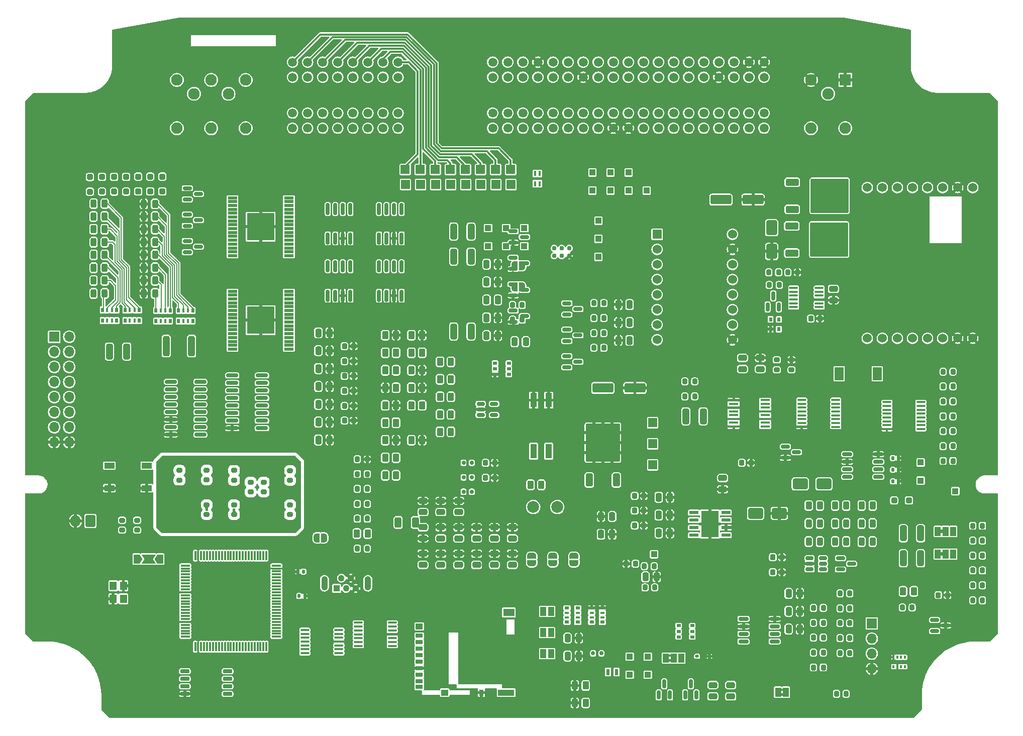
<source format=gbr>
%TF.GenerationSoftware,KiCad,Pcbnew,7.0.8-1.fc38*%
%TF.CreationDate,2023-10-16T01:27:14-03:00*%
%TF.ProjectId,OpenEFI_rev4,4f70656e-4546-4495-9f72-6576342e6b69,v4*%
%TF.SameCoordinates,Original*%
%TF.FileFunction,Copper,L1,Top*%
%TF.FilePolarity,Positive*%
%FSLAX46Y46*%
G04 Gerber Fmt 4.6, Leading zero omitted, Abs format (unit mm)*
G04 Created by KiCad (PCBNEW 7.0.8-1.fc38) date 2023-10-16 01:27:14*
%MOMM*%
%LPD*%
G01*
G04 APERTURE LIST*
G04 Aperture macros list*
%AMRoundRect*
0 Rectangle with rounded corners*
0 $1 Rounding radius*
0 $2 $3 $4 $5 $6 $7 $8 $9 X,Y pos of 4 corners*
0 Add a 4 corners polygon primitive as box body*
4,1,4,$2,$3,$4,$5,$6,$7,$8,$9,$2,$3,0*
0 Add four circle primitives for the rounded corners*
1,1,$1+$1,$2,$3*
1,1,$1+$1,$4,$5*
1,1,$1+$1,$6,$7*
1,1,$1+$1,$8,$9*
0 Add four rect primitives between the rounded corners*
20,1,$1+$1,$2,$3,$4,$5,0*
20,1,$1+$1,$4,$5,$6,$7,0*
20,1,$1+$1,$6,$7,$8,$9,0*
20,1,$1+$1,$8,$9,$2,$3,0*%
%AMFreePoly0*
4,1,19,0.500000,-0.750000,0.000000,-0.750000,0.000000,-0.744911,-0.071157,-0.744911,-0.207708,-0.704816,-0.327430,-0.627875,-0.420627,-0.520320,-0.479746,-0.390866,-0.500000,-0.250000,-0.500000,0.250000,-0.479746,0.390866,-0.420627,0.520320,-0.327430,0.627875,-0.207708,0.704816,-0.071157,0.744911,0.000000,0.744911,0.000000,0.750000,0.500000,0.750000,0.500000,-0.750000,0.500000,-0.750000,
$1*%
%AMFreePoly1*
4,1,19,0.000000,0.744911,0.071157,0.744911,0.207708,0.704816,0.327430,0.627875,0.420627,0.520320,0.479746,0.390866,0.500000,0.250000,0.500000,-0.250000,0.479746,-0.390866,0.420627,-0.520320,0.327430,-0.627875,0.207708,-0.704816,0.071157,-0.744911,0.000000,-0.744911,0.000000,-0.750000,-0.500000,-0.750000,-0.500000,0.750000,0.000000,0.750000,0.000000,0.744911,0.000000,0.744911,
$1*%
%AMFreePoly2*
4,1,6,1.000000,0.000000,0.500000,-0.750000,-0.500000,-0.750000,-0.500000,0.750000,0.500000,0.750000,1.000000,0.000000,1.000000,0.000000,$1*%
%AMFreePoly3*
4,1,7,0.700000,0.000000,1.200000,-0.750000,-1.200000,-0.750000,-0.700000,0.000000,-1.200000,0.750000,1.200000,0.750000,0.700000,0.000000,0.700000,0.000000,$1*%
G04 Aperture macros list end*
%TA.AperFunction,SMDPad,CuDef*%
%ADD10R,0.700000X0.510000*%
%TD*%
%TA.AperFunction,SMDPad,CuDef*%
%ADD11R,1.500000X2.200000*%
%TD*%
%TA.AperFunction,SMDPad,CuDef*%
%ADD12RoundRect,0.250000X0.350000X-0.850000X0.350000X0.850000X-0.350000X0.850000X-0.350000X-0.850000X0*%
%TD*%
%TA.AperFunction,SMDPad,CuDef*%
%ADD13RoundRect,0.249997X2.650003X-2.950003X2.650003X2.950003X-2.650003X2.950003X-2.650003X-2.950003X0*%
%TD*%
%TA.AperFunction,SMDPad,CuDef*%
%ADD14RoundRect,0.250000X1.125000X-1.275000X1.125000X1.275000X-1.125000X1.275000X-1.125000X-1.275000X0*%
%TD*%
%TA.AperFunction,SMDPad,CuDef*%
%ADD15R,1.550000X0.600000*%
%TD*%
%TA.AperFunction,ComponentPad*%
%ADD16C,0.600000*%
%TD*%
%TA.AperFunction,SMDPad,CuDef*%
%ADD17R,2.950000X4.500000*%
%TD*%
%TA.AperFunction,SMDPad,CuDef*%
%ADD18R,2.600000X3.100000*%
%TD*%
%TA.AperFunction,SMDPad,CuDef*%
%ADD19RoundRect,0.200000X0.275000X-0.200000X0.275000X0.200000X-0.275000X0.200000X-0.275000X-0.200000X0*%
%TD*%
%TA.AperFunction,SMDPad,CuDef*%
%ADD20RoundRect,0.250000X-1.000000X-0.650000X1.000000X-0.650000X1.000000X0.650000X-1.000000X0.650000X0*%
%TD*%
%TA.AperFunction,SMDPad,CuDef*%
%ADD21RoundRect,0.250000X0.475000X-0.250000X0.475000X0.250000X-0.475000X0.250000X-0.475000X-0.250000X0*%
%TD*%
%TA.AperFunction,SMDPad,CuDef*%
%ADD22RoundRect,0.250000X-1.500000X-0.550000X1.500000X-0.550000X1.500000X0.550000X-1.500000X0.550000X0*%
%TD*%
%TA.AperFunction,SMDPad,CuDef*%
%ADD23RoundRect,0.225000X-0.225000X-0.250000X0.225000X-0.250000X0.225000X0.250000X-0.225000X0.250000X0*%
%TD*%
%TA.AperFunction,SMDPad,CuDef*%
%ADD24RoundRect,0.243750X-0.243750X-0.456250X0.243750X-0.456250X0.243750X0.456250X-0.243750X0.456250X0*%
%TD*%
%TA.AperFunction,SMDPad,CuDef*%
%ADD25RoundRect,0.250000X-0.262500X-0.450000X0.262500X-0.450000X0.262500X0.450000X-0.262500X0.450000X0*%
%TD*%
%TA.AperFunction,SMDPad,CuDef*%
%ADD26RoundRect,0.150000X0.150000X-0.825000X0.150000X0.825000X-0.150000X0.825000X-0.150000X-0.825000X0*%
%TD*%
%TA.AperFunction,SMDPad,CuDef*%
%ADD27RoundRect,0.200000X-0.200000X-0.275000X0.200000X-0.275000X0.200000X0.275000X-0.200000X0.275000X0*%
%TD*%
%TA.AperFunction,SMDPad,CuDef*%
%ADD28R,0.600000X0.700000*%
%TD*%
%TA.AperFunction,SMDPad,CuDef*%
%ADD29RoundRect,0.250000X-0.250000X0.250000X-0.250000X-0.250000X0.250000X-0.250000X0.250000X0.250000X0*%
%TD*%
%TA.AperFunction,ComponentPad*%
%ADD30R,1.700000X1.700000*%
%TD*%
%TA.AperFunction,ComponentPad*%
%ADD31O,1.700000X1.700000*%
%TD*%
%TA.AperFunction,SMDPad,CuDef*%
%ADD32RoundRect,0.140000X-0.140000X-0.170000X0.140000X-0.170000X0.140000X0.170000X-0.140000X0.170000X0*%
%TD*%
%TA.AperFunction,SMDPad,CuDef*%
%ADD33RoundRect,0.250000X-0.650000X1.000000X-0.650000X-1.000000X0.650000X-1.000000X0.650000X1.000000X0*%
%TD*%
%TA.AperFunction,ComponentPad*%
%ADD34R,1.500000X1.500000*%
%TD*%
%TA.AperFunction,SMDPad,CuDef*%
%ADD35RoundRect,0.150000X-0.587500X-0.150000X0.587500X-0.150000X0.587500X0.150000X-0.587500X0.150000X0*%
%TD*%
%TA.AperFunction,SMDPad,CuDef*%
%ADD36RoundRect,0.250000X-0.312500X-1.075000X0.312500X-1.075000X0.312500X1.075000X-0.312500X1.075000X0*%
%TD*%
%TA.AperFunction,SMDPad,CuDef*%
%ADD37RoundRect,0.150000X0.150000X-0.587500X0.150000X0.587500X-0.150000X0.587500X-0.150000X-0.587500X0*%
%TD*%
%TA.AperFunction,SMDPad,CuDef*%
%ADD38RoundRect,0.250000X-0.850000X-0.350000X0.850000X-0.350000X0.850000X0.350000X-0.850000X0.350000X0*%
%TD*%
%TA.AperFunction,SMDPad,CuDef*%
%ADD39RoundRect,0.250000X-1.275000X-1.125000X1.275000X-1.125000X1.275000X1.125000X-1.275000X1.125000X0*%
%TD*%
%TA.AperFunction,SMDPad,CuDef*%
%ADD40RoundRect,0.249997X-2.950003X-2.650003X2.950003X-2.650003X2.950003X2.650003X-2.950003X2.650003X0*%
%TD*%
%TA.AperFunction,SMDPad,CuDef*%
%ADD41R,1.000000X1.000000*%
%TD*%
%TA.AperFunction,SMDPad,CuDef*%
%ADD42RoundRect,0.250000X-0.250000X-0.475000X0.250000X-0.475000X0.250000X0.475000X-0.250000X0.475000X0*%
%TD*%
%TA.AperFunction,SMDPad,CuDef*%
%ADD43FreePoly0,90.000000*%
%TD*%
%TA.AperFunction,SMDPad,CuDef*%
%ADD44FreePoly1,90.000000*%
%TD*%
%TA.AperFunction,SMDPad,CuDef*%
%ADD45RoundRect,0.150000X0.150000X0.200000X-0.150000X0.200000X-0.150000X-0.200000X0.150000X-0.200000X0*%
%TD*%
%TA.AperFunction,ComponentPad*%
%ADD46R,1.000000X1.000000*%
%TD*%
%TA.AperFunction,SMDPad,CuDef*%
%ADD47R,0.500000X0.800000*%
%TD*%
%TA.AperFunction,SMDPad,CuDef*%
%ADD48R,0.400000X0.800000*%
%TD*%
%TA.AperFunction,SMDPad,CuDef*%
%ADD49R,1.600000X0.410000*%
%TD*%
%TA.AperFunction,ComponentPad*%
%ADD50R,1.950000X1.950000*%
%TD*%
%TA.AperFunction,ComponentPad*%
%ADD51C,1.950000*%
%TD*%
%TA.AperFunction,ComponentPad*%
%ADD52C,1.508000*%
%TD*%
%TA.AperFunction,ComponentPad*%
%ADD53R,1.100000X1.100000*%
%TD*%
%TA.AperFunction,ComponentPad*%
%ADD54C,1.100000*%
%TD*%
%TA.AperFunction,ComponentPad*%
%ADD55O,1.100000X2.400000*%
%TD*%
%TA.AperFunction,SMDPad,CuDef*%
%ADD56R,1.000000X1.500000*%
%TD*%
%TA.AperFunction,SMDPad,CuDef*%
%ADD57R,0.800000X0.500000*%
%TD*%
%TA.AperFunction,SMDPad,CuDef*%
%ADD58R,0.800000X0.400000*%
%TD*%
%TA.AperFunction,SMDPad,CuDef*%
%ADD59R,1.120000X2.440000*%
%TD*%
%TA.AperFunction,SMDPad,CuDef*%
%ADD60RoundRect,0.100000X-0.625000X-0.100000X0.625000X-0.100000X0.625000X0.100000X-0.625000X0.100000X0*%
%TD*%
%TA.AperFunction,SMDPad,CuDef*%
%ADD61C,2.000000*%
%TD*%
%TA.AperFunction,SMDPad,CuDef*%
%ADD62R,0.350000X0.500000*%
%TD*%
%TA.AperFunction,SMDPad,CuDef*%
%ADD63RoundRect,0.100000X-0.637500X-0.100000X0.637500X-0.100000X0.637500X0.100000X-0.637500X0.100000X0*%
%TD*%
%TA.AperFunction,SMDPad,CuDef*%
%ADD64FreePoly0,0.000000*%
%TD*%
%TA.AperFunction,SMDPad,CuDef*%
%ADD65FreePoly1,0.000000*%
%TD*%
%TA.AperFunction,ComponentPad*%
%ADD66RoundRect,0.250000X0.600000X0.750000X-0.600000X0.750000X-0.600000X-0.750000X0.600000X-0.750000X0*%
%TD*%
%TA.AperFunction,ComponentPad*%
%ADD67O,1.700000X2.000000*%
%TD*%
%TA.AperFunction,SMDPad,CuDef*%
%ADD68RoundRect,0.250000X-0.312500X-0.625000X0.312500X-0.625000X0.312500X0.625000X-0.312500X0.625000X0*%
%TD*%
%TA.AperFunction,SMDPad,CuDef*%
%ADD69R,1.200000X1.400000*%
%TD*%
%TA.AperFunction,SMDPad,CuDef*%
%ADD70RoundRect,0.075000X-0.725000X-0.075000X0.725000X-0.075000X0.725000X0.075000X-0.725000X0.075000X0*%
%TD*%
%TA.AperFunction,SMDPad,CuDef*%
%ADD71RoundRect,0.075000X-0.075000X-0.725000X0.075000X-0.725000X0.075000X0.725000X-0.075000X0.725000X0*%
%TD*%
%TA.AperFunction,ComponentPad*%
%ADD72C,1.524000*%
%TD*%
%TA.AperFunction,SMDPad,CuDef*%
%ADD73RoundRect,0.225000X0.225000X0.250000X-0.225000X0.250000X-0.225000X-0.250000X0.225000X-0.250000X0*%
%TD*%
%TA.AperFunction,SMDPad,CuDef*%
%ADD74RoundRect,0.250000X-0.312500X-1.450000X0.312500X-1.450000X0.312500X1.450000X-0.312500X1.450000X0*%
%TD*%
%TA.AperFunction,SMDPad,CuDef*%
%ADD75R,1.600000X0.480000*%
%TD*%
%TA.AperFunction,SMDPad,CuDef*%
%ADD76R,4.600000X4.600000*%
%TD*%
%TA.AperFunction,SMDPad,CuDef*%
%ADD77RoundRect,0.150000X-0.850000X-0.150000X0.850000X-0.150000X0.850000X0.150000X-0.850000X0.150000X0*%
%TD*%
%TA.AperFunction,SMDPad,CuDef*%
%ADD78RoundRect,0.200000X-0.275000X0.200000X-0.275000X-0.200000X0.275000X-0.200000X0.275000X0.200000X0*%
%TD*%
%TA.AperFunction,SMDPad,CuDef*%
%ADD79R,0.600000X1.100000*%
%TD*%
%TA.AperFunction,SMDPad,CuDef*%
%ADD80RoundRect,0.200000X0.200000X0.275000X-0.200000X0.275000X-0.200000X-0.275000X0.200000X-0.275000X0*%
%TD*%
%TA.AperFunction,SMDPad,CuDef*%
%ADD81RoundRect,0.250000X-0.250000X-0.250000X0.250000X-0.250000X0.250000X0.250000X-0.250000X0.250000X0*%
%TD*%
%TA.AperFunction,SMDPad,CuDef*%
%ADD82RoundRect,0.112500X-0.187500X-0.112500X0.187500X-0.112500X0.187500X0.112500X-0.187500X0.112500X0*%
%TD*%
%TA.AperFunction,SMDPad,CuDef*%
%ADD83R,1.200000X0.700000*%
%TD*%
%TA.AperFunction,SMDPad,CuDef*%
%ADD84R,0.800000X1.000000*%
%TD*%
%TA.AperFunction,SMDPad,CuDef*%
%ADD85R,1.200000X1.000000*%
%TD*%
%TA.AperFunction,SMDPad,CuDef*%
%ADD86R,2.800000X1.000000*%
%TD*%
%TA.AperFunction,SMDPad,CuDef*%
%ADD87R,1.900000X1.300000*%
%TD*%
%TA.AperFunction,SMDPad,CuDef*%
%ADD88RoundRect,0.150000X-0.512500X-0.150000X0.512500X-0.150000X0.512500X0.150000X-0.512500X0.150000X0*%
%TD*%
%TA.AperFunction,ComponentPad*%
%ADD89R,1.530000X1.530000*%
%TD*%
%TA.AperFunction,ComponentPad*%
%ADD90C,1.530000*%
%TD*%
%TA.AperFunction,SMDPad,CuDef*%
%ADD91RoundRect,0.150000X-0.675000X-0.150000X0.675000X-0.150000X0.675000X0.150000X-0.675000X0.150000X0*%
%TD*%
%TA.AperFunction,SMDPad,CuDef*%
%ADD92R,0.400000X0.900000*%
%TD*%
%TA.AperFunction,SMDPad,CuDef*%
%ADD93FreePoly2,0.000000*%
%TD*%
%TA.AperFunction,SMDPad,CuDef*%
%ADD94FreePoly3,0.000000*%
%TD*%
%TA.AperFunction,SMDPad,CuDef*%
%ADD95FreePoly2,180.000000*%
%TD*%
%TA.AperFunction,SMDPad,CuDef*%
%ADD96R,1.700000X1.000000*%
%TD*%
%TA.AperFunction,ConnectorPad*%
%ADD97C,0.787400*%
%TD*%
%TA.AperFunction,SMDPad,CuDef*%
%ADD98RoundRect,0.250000X-0.475000X0.250000X-0.475000X-0.250000X0.475000X-0.250000X0.475000X0.250000X0*%
%TD*%
%TA.AperFunction,SMDPad,CuDef*%
%ADD99RoundRect,0.150000X-0.650000X-0.150000X0.650000X-0.150000X0.650000X0.150000X-0.650000X0.150000X0*%
%TD*%
%TA.AperFunction,SMDPad,CuDef*%
%ADD100RoundRect,0.150000X-0.825000X-0.150000X0.825000X-0.150000X0.825000X0.150000X-0.825000X0.150000X0*%
%TD*%
%TA.AperFunction,Conductor*%
%ADD101C,0.300000*%
%TD*%
%TA.AperFunction,Conductor*%
%ADD102C,0.200000*%
%TD*%
G04 APERTURE END LIST*
%TA.AperFunction,EtchedComponent*%
%TO.C,JP5*%
G36*
X158687100Y-150267200D02*
G01*
X158187100Y-150267200D01*
X158187100Y-149867200D01*
X158687100Y-149867200D01*
X158687100Y-150267200D01*
G37*
%TD.AperFunction*%
%TA.AperFunction,EtchedComponent*%
G36*
X158687100Y-151067200D02*
G01*
X158187100Y-151067200D01*
X158187100Y-150667200D01*
X158687100Y-150667200D01*
X158687100Y-151067200D01*
G37*
%TD.AperFunction*%
%TA.AperFunction,EtchedComponent*%
%TO.C,JP8*%
G36*
X204490900Y-129409600D02*
G01*
X203990900Y-129409600D01*
X203990900Y-128809600D01*
X204490900Y-128809600D01*
X204490900Y-129409600D01*
G37*
%TD.AperFunction*%
%TA.AperFunction,EtchedComponent*%
%TO.C,JP7*%
G36*
X177590900Y-156012400D02*
G01*
X177090900Y-156012400D01*
X177090900Y-155612400D01*
X177590900Y-155612400D01*
X177590900Y-156012400D01*
G37*
%TD.AperFunction*%
%TA.AperFunction,EtchedComponent*%
G36*
X177590900Y-156812400D02*
G01*
X177090900Y-156812400D01*
X177090900Y-156412400D01*
X177590900Y-156412400D01*
X177590900Y-156812400D01*
G37*
%TD.AperFunction*%
%TA.AperFunction,EtchedComponent*%
%TO.C,JP9*%
G36*
X204490900Y-133244600D02*
G01*
X203990900Y-133244600D01*
X203990900Y-132644600D01*
X204490900Y-132644600D01*
X204490900Y-133244600D01*
G37*
%TD.AperFunction*%
%TD*%
D10*
%TO.P,Q20,1,D*%
%TO.N,Net-(D23-A)*%
X128998000Y-100766800D03*
%TO.P,Q20,2,D*%
X128998000Y-101716800D03*
%TO.P,Q20,3,G*%
%TO.N,GND*%
X128998000Y-102666800D03*
%TO.P,Q20,4,S*%
%TO.N,12V_PERM*%
X131318000Y-102666800D03*
%TO.P,Q20,5,D*%
%TO.N,Net-(D23-A)*%
X131318000Y-101716800D03*
%TO.P,Q20,6,D*%
X131318000Y-100766800D03*
%TD*%
D11*
%TO.P,L1,1,1*%
%TO.N,Net-(D26-K)*%
X186993300Y-102567600D03*
%TO.P,L1,2,2*%
%TO.N,Net-(C63-Pad1)*%
X193393300Y-102567600D03*
%TD*%
D12*
%TO.P,U17,1,IN*%
%TO.N,Net-(U17-IN)*%
X144885700Y-120460000D03*
%TO.P,U17,3,OUT*%
%TO.N,+5VA*%
X149445700Y-120460000D03*
D13*
%TO.P,U17,2,GND*%
%TO.N,GND*%
X147165700Y-114160000D03*
D14*
X148690700Y-112485000D03*
X145640700Y-115835000D03*
X145640700Y-112485000D03*
X148690700Y-115835000D03*
%TD*%
D15*
%TO.P,U16,1,BOOT*%
%TO.N,Net-(U16-BOOT)*%
X162499700Y-125961000D03*
%TO.P,U16,2,NC*%
%TO.N,unconnected-(U16-NC-Pad2)*%
X162499700Y-127231000D03*
%TO.P,U16,3,NC*%
%TO.N,unconnected-(U16-NC-Pad3)*%
X162499700Y-128501000D03*
%TO.P,U16,4,VSENSE*%
%TO.N,Net-(U16-VSENSE)*%
X162499700Y-129771000D03*
%TO.P,U16,5,EN*%
%TO.N,unconnected-(U16-EN-Pad5)*%
X167899700Y-129771000D03*
%TO.P,U16,6,GND*%
%TO.N,GND*%
X167899700Y-128501000D03*
%TO.P,U16,7,VIN*%
%TO.N,+12V*%
X167899700Y-127231000D03*
%TO.P,U16,8,PH*%
%TO.N,Net-(D26-K)*%
X167899700Y-125961000D03*
D16*
%TO.P,U16,9,GNDPAD*%
%TO.N,GND*%
X165799700Y-126066000D03*
X164599700Y-127266000D03*
X164599700Y-128566000D03*
X164599700Y-126066000D03*
X164599700Y-129666000D03*
X165799700Y-127266000D03*
X165799700Y-128566000D03*
X165799700Y-129666000D03*
D17*
X165199700Y-127866000D03*
D18*
X165199700Y-127866000D03*
%TD*%
D19*
%TO.P,R70,1*%
%TO.N,Net-(U16-VSENSE)*%
X178966500Y-101868600D03*
%TO.P,R70,2*%
%TO.N,GND*%
X178966500Y-100218600D03*
%TD*%
%TO.P,R68,1*%
%TO.N,Net-(C63-Pad1)*%
X176456500Y-101868600D03*
%TO.P,R68,2*%
%TO.N,Net-(U16-VSENSE)*%
X176456500Y-100218600D03*
%TD*%
D10*
%TO.P,Q10,1,D*%
%TO.N,Net-(U17-IN)*%
X159924900Y-145000800D03*
%TO.P,Q10,2,D*%
X159924900Y-145950800D03*
%TO.P,Q10,3,G*%
%TO.N,Net-(Q10-G)*%
X159924900Y-146900800D03*
%TO.P,Q10,4,S*%
%TO.N,+12V*%
X162244900Y-146900800D03*
%TO.P,Q10,5,D*%
%TO.N,Net-(U17-IN)*%
X162244900Y-145950800D03*
%TO.P,Q10,6,D*%
X162244900Y-145000800D03*
%TD*%
D20*
%TO.P,D26,1,K*%
%TO.N,Net-(D26-K)*%
X172902500Y-126088000D03*
%TO.P,D26,2,A*%
%TO.N,GND*%
X176902500Y-126088000D03*
%TD*%
D21*
%TO.P,C64,1*%
%TO.N,+5VA*%
X173696500Y-101773600D03*
%TO.P,C64,2*%
%TO.N,GND*%
X173696500Y-99873600D03*
%TD*%
D22*
%TO.P,C63,1*%
%TO.N,Net-(C63-Pad1)*%
X147158100Y-104955200D03*
%TO.P,C63,2*%
%TO.N,GND*%
X152558100Y-104955200D03*
%TD*%
D21*
%TO.P,C62,1*%
%TO.N,Net-(U16-BOOT)*%
X170686500Y-101773600D03*
%TO.P,C62,2*%
%TO.N,Net-(D26-K)*%
X170686500Y-99873600D03*
%TD*%
D23*
%TO.P,C46,1*%
%TO.N,/Sensores/CH_MAP_m*%
X152523900Y-125630000D03*
%TO.P,C46,2*%
%TO.N,GND*%
X154073900Y-125630000D03*
%TD*%
D22*
%TO.P,C42,1*%
%TO.N,+12V*%
X167071700Y-73205200D03*
%TO.P,C42,2*%
%TO.N,GND*%
X172471700Y-73205200D03*
%TD*%
D24*
%TO.P,D16,1,K*%
%TO.N,GND*%
X69825000Y-76050000D03*
%TO.P,D16,2,A*%
%TO.N,Net-(D16-A)*%
X71700000Y-76050000D03*
%TD*%
D25*
%TO.P,R67,1*%
%TO.N,Net-(U10B-+)*%
X114900000Y-107865200D03*
%TO.P,R67,2*%
%TO.N,/Sensores/CH_O2_m*%
X116725000Y-107865200D03*
%TD*%
D26*
%TO.P,U29,1,NC*%
%TO.N,unconnected-(U29-NC-Pad1)*%
X109446700Y-79744200D03*
%TO.P,U29,2,IN_A*%
%TO.N,/PMIC/GD0*%
X110716700Y-79744200D03*
%TO.P,U29,3,GND*%
%TO.N,GND*%
X111986700Y-79744200D03*
%TO.P,U29,4,IN_B*%
%TO.N,/PMIC/GD1*%
X113256700Y-79744200D03*
%TO.P,U29,5,OUT_B*%
%TO.N,IGN2*%
X113256700Y-74794200D03*
%TO.P,U29,6,VDD*%
%TO.N,IGN_V+*%
X111986700Y-74794200D03*
%TO.P,U29,7,OUT_A*%
%TO.N,IGN1*%
X110716700Y-74794200D03*
%TO.P,U29,8,NC*%
%TO.N,unconnected-(U29-NC-Pad8)*%
X109446700Y-74794200D03*
%TD*%
D25*
%TO.P,R61,1*%
%TO.N,Net-(U10A-+)*%
X114900000Y-96065200D03*
%TO.P,R61,2*%
%TO.N,GND*%
X116725000Y-96065200D03*
%TD*%
D27*
%TO.P,R20,1*%
%TO.N,Net-(Q7-G)*%
X160983900Y-103860400D03*
%TO.P,R20,2*%
%TO.N,Net-(U6-GATE)*%
X162633900Y-103860400D03*
%TD*%
%TO.P,R12,1*%
%TO.N,AUX_CH4*%
X187133100Y-144588400D03*
%TO.P,R12,2*%
%TO.N,+5C*%
X188783100Y-144588400D03*
%TD*%
D28*
%TO.P,D2,1,K*%
%TO.N,Net-(D2-K)*%
X175417700Y-93398200D03*
%TO.P,D2,2,A*%
%TO.N,+12VA*%
X176817700Y-93398200D03*
%TD*%
D29*
%TO.P,D64,1,K*%
%TO.N,INJ2*%
X72932400Y-69339000D03*
%TO.P,D64,2,A*%
%TO.N,Net-(D63-K)*%
X72932400Y-71839000D03*
%TD*%
D24*
%TO.P,D63,1,K*%
%TO.N,Net-(D63-K)*%
X61326900Y-76050000D03*
%TO.P,D63,2,A*%
%TO.N,Net-(D63-A)*%
X63201900Y-76050000D03*
%TD*%
D30*
%TO.P,J4,1,Pin_1*%
%TO.N,+3V3*%
X54709700Y-96319200D03*
D31*
%TO.P,J4,2,Pin_2*%
%TO.N,+5C*%
X57249700Y-96319200D03*
%TO.P,J4,3,Pin_3*%
%TO.N,/AUX_CS_1*%
X54709700Y-98859200D03*
%TO.P,J4,4,Pin_4*%
%TO.N,/SPI2_SCK*%
X57249700Y-98859200D03*
%TO.P,J4,5,Pin_5*%
%TO.N,/AUX_CS_2*%
X54709700Y-101399200D03*
%TO.P,J4,6,Pin_6*%
%TO.N,/SPI2_MISO*%
X57249700Y-101399200D03*
%TO.P,J4,7,Pin_7*%
%TO.N,/AUX_IN_5*%
X54709700Y-103939200D03*
%TO.P,J4,8,Pin_8*%
%TO.N,/SPI2_MOSI*%
X57249700Y-103939200D03*
%TO.P,J4,9,Pin_9*%
%TO.N,/AUX_IN_6*%
X54709700Y-106479200D03*
%TO.P,J4,10,Pin_10*%
%TO.N,/AUX_OUT_1*%
X57249700Y-106479200D03*
%TO.P,J4,11,Pin_11*%
%TO.N,/AUX_IN_7*%
X54709700Y-109019200D03*
%TO.P,J4,12,Pin_12*%
%TO.N,/AUX_OUT_2*%
X57249700Y-109019200D03*
%TO.P,J4,13,Pin_13*%
%TO.N,/AUX_IN_8*%
X54709700Y-111559200D03*
%TO.P,J4,14,Pin_14*%
%TO.N,/AUX_OUT_3*%
X57249700Y-111559200D03*
%TO.P,J4,15,Pin_15*%
%TO.N,GND*%
X54709700Y-114099200D03*
%TO.P,J4,16,Pin_16*%
X57249700Y-114099200D03*
%TD*%
D19*
%TO.P,R4,1*%
%TO.N,Net-(D6-K)*%
X80415700Y-126281200D03*
%TO.P,R4,2*%
%TO.N,GND*%
X80415700Y-124631200D03*
%TD*%
D24*
%TO.P,D73,1,K*%
%TO.N,Net-(D73-K)*%
X61356900Y-86845000D03*
%TO.P,D73,2,A*%
%TO.N,Net-(D73-A)*%
X63231900Y-86845000D03*
%TD*%
D32*
%TO.P,C27,1*%
%TO.N,GND*%
X95756100Y-135892400D03*
%TO.P,C27,2*%
%TO.N,CAN+*%
X96716100Y-135892400D03*
%TD*%
D27*
%TO.P,R37,1*%
%TO.N,AUX_CH4*%
X204506700Y-109718800D03*
%TO.P,R37,2*%
X206156700Y-109718800D03*
%TD*%
D33*
%TO.P,D4,1,A1*%
%TO.N,Net-(D4-A1)*%
X175613700Y-77936200D03*
%TO.P,D4,2,A2*%
%TO.N,GND*%
X175613700Y-81936200D03*
%TD*%
D23*
%TO.P,C61,1*%
%TO.N,Net-(D25-A)*%
X127391500Y-120093600D03*
%TO.P,C61,2*%
%TO.N,GND*%
X128941500Y-120093600D03*
%TD*%
D27*
%TO.P,R8,1*%
%TO.N,AUX_CH5*%
X204506700Y-102188800D03*
%TO.P,R8,2*%
X206156700Y-102188800D03*
%TD*%
D34*
%TO.P,TP33,1,1*%
%TO.N,Net-(J6-Pad83)*%
X116391700Y-68125200D03*
%TD*%
D35*
%TO.P,Q14,1,G*%
%TO.N,+3V3*%
X77140200Y-71280000D03*
%TO.P,Q14,2,S*%
%TO.N,/MUX_B*%
X77140200Y-73180000D03*
%TO.P,Q14,3,D*%
%TO.N,/Sensores/B*%
X79015200Y-72230000D03*
%TD*%
D27*
%TO.P,R77,1*%
%TO.N,/Sensores/CH_MAP_m*%
X209485100Y-138210800D03*
%TO.P,R77,2*%
%TO.N,CH_MAP*%
X211135100Y-138210800D03*
%TD*%
D36*
%TO.P,R71,1*%
%TO.N,CMP-*%
X197798400Y-129439600D03*
%TO.P,R71,2*%
%TO.N,/CKP/CMP_sensors/IN1-*%
X200723400Y-129439600D03*
%TD*%
D27*
%TO.P,R80,1*%
%TO.N,/AUX_IN_2_m*%
X145666700Y-93168800D03*
%TO.P,R80,2*%
%TO.N,+3V3*%
X147316700Y-93168800D03*
%TD*%
D25*
%TO.P,R58,1*%
%TO.N,/ACC_DET*%
X105716700Y-129491600D03*
%TO.P,R58,2*%
%TO.N,Net-(Q13-G)*%
X107541700Y-129491600D03*
%TD*%
D29*
%TO.P,D74,1,K*%
%TO.N,INJ3*%
X62772400Y-69364400D03*
%TO.P,D74,2,A*%
%TO.N,Net-(D73-K)*%
X62772400Y-71864400D03*
%TD*%
D25*
%TO.P,R52,1*%
%TO.N,+5C*%
X119735600Y-112342000D03*
%TO.P,R52,2*%
%TO.N,/Sensores/C*%
X121560600Y-112342000D03*
%TD*%
D19*
%TO.P,R27,1*%
%TO.N,Net-(D10-K)*%
X85015700Y-120506200D03*
%TO.P,R27,2*%
%TO.N,/LED2*%
X85015700Y-118856200D03*
%TD*%
D37*
%TO.P,Q5,1,B*%
%TO.N,Net-(D2-K)*%
X174917700Y-91287700D03*
%TO.P,Q5,2,E*%
%TO.N,+12VA*%
X176817700Y-91287700D03*
%TO.P,Q5,3,C*%
%TO.N,Net-(Q5-C)*%
X175867700Y-89412700D03*
%TD*%
D24*
%TO.P,D8,1,K*%
%TO.N,Net-(D8-K)*%
X186303400Y-127794600D03*
%TO.P,D8,2,A*%
%TO.N,+3V3*%
X188178400Y-127794600D03*
%TD*%
%TO.P,D7,1,K*%
%TO.N,Net-(D7-K)*%
X186303400Y-124754600D03*
%TO.P,D7,2,A*%
%TO.N,+3V3*%
X188178400Y-124754600D03*
%TD*%
D25*
%TO.P,R47,1*%
%TO.N,Net-(U9A-+)*%
X110490000Y-110815200D03*
%TO.P,R47,2*%
%TO.N,/Sensores/CH_IAT_m*%
X112315000Y-110815200D03*
%TD*%
D38*
%TO.P,Q7,1,G*%
%TO.N,Net-(Q7-G)*%
X178990700Y-77657200D03*
D39*
%TO.P,Q7,2,D*%
%TO.N,Net-(D4-A1)*%
X183615700Y-78412200D03*
X183615700Y-81462200D03*
D40*
X185290700Y-79937200D03*
D39*
X186965700Y-78412200D03*
X186965700Y-81462200D03*
D38*
%TO.P,Q7,3,S*%
%TO.N,Net-(Q7-S)*%
X178990700Y-82217200D03*
%TD*%
D27*
%TO.P,R60,1*%
%TO.N,AUX_CH6*%
X204506700Y-117248800D03*
%TO.P,R60,2*%
X206156700Y-117248800D03*
%TD*%
D34*
%TO.P,TP27,1,1*%
%TO.N,Net-(J6-Pad86)*%
X124011700Y-68125200D03*
%TD*%
D25*
%TO.P,R44,1*%
%TO.N,Net-(U9C-+)*%
X110490000Y-107865200D03*
%TO.P,R44,2*%
%TO.N,GND*%
X112315000Y-107865200D03*
%TD*%
D27*
%TO.P,R56,1*%
%TO.N,/Sensores/CH_VBATT_m*%
X209485100Y-130680800D03*
%TO.P,R56,2*%
%TO.N,Net-(C25-Pad1)*%
X211135100Y-130680800D03*
%TD*%
D41*
%TO.P,TP5,1,1*%
%TO.N,/CKP/CMP_sensors/IN1-*%
X130872900Y-78010000D03*
%TD*%
D21*
%TO.P,C16,1*%
%TO.N,+3V3*%
X119868900Y-125860400D03*
%TO.P,C16,2*%
%TO.N,GND*%
X119868900Y-123960400D03*
%TD*%
D19*
%TO.P,R24,1*%
%TO.N,Net-(D5-K)*%
X87815700Y-122481200D03*
%TO.P,R24,2*%
%TO.N,/LED_CAN_RX*%
X87815700Y-120831200D03*
%TD*%
D27*
%TO.P,R74,1*%
%TO.N,CH_MAP*%
X182662700Y-152046800D03*
%TO.P,R74,2*%
%TO.N,+5C*%
X184312700Y-152046800D03*
%TD*%
D38*
%TO.P,Q6,1,G*%
%TO.N,Net-(Q6-G)*%
X179082700Y-70290200D03*
D39*
%TO.P,Q6,2,D*%
%TO.N,Net-(D4-A1)*%
X183707700Y-71045200D03*
X183707700Y-74095200D03*
D40*
X185382700Y-72570200D03*
D39*
X187057700Y-71045200D03*
X187057700Y-74095200D03*
D38*
%TO.P,Q6,3,S*%
%TO.N,+12VA*%
X179082700Y-74850200D03*
%TD*%
D42*
%TO.P,C52,1*%
%TO.N,CMP-*%
X127572900Y-84090000D03*
%TO.P,C52,2*%
%TO.N,GND*%
X129472900Y-84090000D03*
%TD*%
D41*
%TO.P,TP9,1,1*%
%TO.N,/MEMORY_CS*%
X151687100Y-150217200D03*
%TD*%
D27*
%TO.P,R59,1*%
%TO.N,+3V3*%
X105804200Y-132001600D03*
%TO.P,R59,2*%
%TO.N,ACC*%
X107454200Y-132001600D03*
%TD*%
D23*
%TO.P,C23,1*%
%TO.N,AUX_CH3*%
X103630700Y-97918800D03*
%TO.P,C23,2*%
%TO.N,GND*%
X105180700Y-97918800D03*
%TD*%
D34*
%TO.P,TP69,1,1*%
%TO.N,Net-(J6-Pad95)*%
X118971700Y-70665200D03*
%TD*%
D23*
%TO.P,C33,1*%
%TO.N,Net-(U6-GATE)*%
X182204700Y-93271200D03*
%TO.P,C33,2*%
%TO.N,GND*%
X183754700Y-93271200D03*
%TD*%
D24*
%TO.P,D19,1,K*%
%TO.N,GND*%
X69825000Y-82501600D03*
%TO.P,D19,2,A*%
%TO.N,Net-(D19-A)*%
X71700000Y-82501600D03*
%TD*%
D34*
%TO.P,TP73,1,1*%
%TO.N,Net-(J6-Pad91)*%
X129131700Y-70665200D03*
%TD*%
D43*
%TO.P,JP1,1,A*%
%TO.N,+3V3*%
X135188900Y-134510400D03*
D44*
%TO.P,JP1,2,B*%
%TO.N,Net-(JP1-B)*%
X135188900Y-133210400D03*
%TD*%
D45*
%TO.P,D25,1,K*%
%TO.N,VBATT*%
X123691500Y-122453600D03*
%TO.P,D25,2,A*%
%TO.N,Net-(D25-A)*%
X125091500Y-122453600D03*
%TD*%
D46*
%TO.P,TP20,1,1*%
%TO.N,/Sensores/CH_VBATT_m*%
X146403700Y-76761200D03*
%TD*%
D34*
%TO.P,TP24,1,1*%
%TO.N,Net-(J6-Pad88)*%
X129091700Y-68125200D03*
%TD*%
D30*
%TO.P,J7,1,Pin_1*%
%TO.N,/SPI2_SCK*%
X192479300Y-144640000D03*
D31*
%TO.P,J7,2,Pin_2*%
%TO.N,/SPI2_MOSI*%
X192479300Y-147180000D03*
%TO.P,J7,3,Pin_3*%
%TO.N,/SPI2_MISO*%
X192479300Y-149720000D03*
%TO.P,J7,4,Pin_4*%
%TO.N,GND*%
X192479300Y-152260000D03*
%TD*%
D47*
%TO.P,RN2,1,R1.1*%
%TO.N,Net-(D69-A)*%
X65242400Y-91798000D03*
D48*
%TO.P,RN2,2,R2.1*%
%TO.N,Net-(D71-A)*%
X64442400Y-91798000D03*
%TO.P,RN2,3,R3.1*%
%TO.N,Net-(D73-A)*%
X63642400Y-91798000D03*
D47*
%TO.P,RN2,4,R4.1*%
%TO.N,Net-(D75-A)*%
X62842400Y-91798000D03*
%TO.P,RN2,5,R4.2*%
%TO.N,+12V*%
X62842400Y-93598000D03*
D48*
%TO.P,RN2,6,R3.2*%
X63642400Y-93598000D03*
%TO.P,RN2,7,R2.2*%
X64442400Y-93598000D03*
D47*
%TO.P,RN2,8,R1.2*%
X65242400Y-93598000D03*
%TD*%
D19*
%TO.P,R25,1*%
%TO.N,Net-(D8-K)*%
X75815700Y-120481200D03*
%TO.P,R25,2*%
%TO.N,/LED0*%
X75815700Y-118831200D03*
%TD*%
D41*
%TO.P,TP7,1,1*%
%TO.N,/CKP*%
X133922900Y-78010000D03*
%TD*%
D49*
%TO.P,U36,1,INT_THRS1*%
%TO.N,GND*%
X169200200Y-106999900D03*
%TO.P,U36,2,EXT1*%
%TO.N,unconnected-(U36-EXT1-Pad2)*%
X169200200Y-107634900D03*
%TO.P,U36,3,BIAS1*%
%TO.N,GND*%
X169200200Y-108269900D03*
%TO.P,U36,4,COUT1*%
%TO.N,/CMP*%
X169200200Y-108904900D03*
%TO.P,U36,5,COUT2*%
%TO.N,/CKP*%
X169200200Y-109539900D03*
%TO.P,U36,6,BIAS2*%
%TO.N,GND*%
X169200200Y-110174900D03*
%TO.P,U36,7,EXT2*%
%TO.N,unconnected-(U36-EXT2-Pad7)*%
X169200200Y-110809900D03*
%TO.P,U36,8,INT_THRS2*%
%TO.N,GND*%
X169200200Y-111444900D03*
%TO.P,U36,9,IN2+*%
%TO.N,/CKP/CMP_sensors/IN2-*%
X174508800Y-111444900D03*
%TO.P,U36,10,IN2-*%
%TO.N,/CKP/CMP_sensors/IN2+*%
X174508800Y-110809900D03*
%TO.P,U36,11,GND*%
%TO.N,GND*%
X174508800Y-110174900D03*
%TO.P,U36,12,DIRN*%
%TO.N,unconnected-(U36-DIRN-Pad12)*%
X174508800Y-109539900D03*
%TO.P,U36,13,ZERO_EN*%
%TO.N,GND*%
X174508800Y-108904900D03*
%TO.P,U36,14,VCC*%
%TO.N,+5C*%
X174508800Y-108269900D03*
%TO.P,U36,15,IN1-*%
%TO.N,/CKP/CMP_sensors/IN1-*%
X174508800Y-107634900D03*
%TO.P,U36,16,IN1+*%
%TO.N,/CKP/CMP_sensors/IN1+*%
X174508800Y-106999900D03*
%TD*%
D25*
%TO.P,R66,1*%
%TO.N,Net-(U10D-+)*%
X114900000Y-104915200D03*
%TO.P,R66,2*%
%TO.N,GND*%
X116725000Y-104915200D03*
%TD*%
D46*
%TO.P,TP21,1,1*%
%TO.N,AUX_CH8*%
X151485700Y-68633200D03*
%TD*%
D47*
%TO.P,RN3,1,R1.1*%
%TO.N,Net-(D77-A)*%
X78064700Y-91874200D03*
D48*
%TO.P,RN3,2,R2.1*%
%TO.N,Net-(D16-A)*%
X77264700Y-91874200D03*
%TO.P,RN3,3,R3.1*%
%TO.N,Net-(D17-A)*%
X76464700Y-91874200D03*
D47*
%TO.P,RN3,4,R4.1*%
%TO.N,Net-(D18-A)*%
X75664700Y-91874200D03*
%TO.P,RN3,5,R4.2*%
%TO.N,IGN3*%
X75664700Y-93674200D03*
D48*
%TO.P,RN3,6,R3.2*%
%TO.N,IGN4*%
X76464700Y-93674200D03*
%TO.P,RN3,7,R2.2*%
%TO.N,IGN2*%
X77264700Y-93674200D03*
D47*
%TO.P,RN3,8,R1.2*%
%TO.N,IGN1*%
X78064700Y-93674200D03*
%TD*%
D19*
%TO.P,R64,1*%
%TO.N,+3V3*%
X66169700Y-128894200D03*
%TO.P,R64,2*%
%TO.N,/CMP*%
X66169700Y-127244200D03*
%TD*%
D41*
%TO.P,TP30,1,1*%
%TO.N,/SPI2_MISO*%
X154737100Y-153267200D03*
%TD*%
D35*
%TO.P,Q9,1,B*%
%TO.N,Net-(Q9-B)*%
X132060200Y-83000400D03*
%TO.P,Q9,2,E*%
%TO.N,GND*%
X132060200Y-84900400D03*
%TO.P,Q9,3,C*%
%TO.N,/CHK*%
X133935200Y-83950400D03*
%TD*%
D29*
%TO.P,D72,1,K*%
%TO.N,INJ2*%
X64804400Y-69364400D03*
%TO.P,D72,2,A*%
%TO.N,Net-(D71-K)*%
X64804400Y-71864400D03*
%TD*%
D50*
%TO.P,J6,1,1*%
%TO.N,GND*%
X188026500Y-53035600D03*
D51*
%TO.P,J6,2,2*%
X182226500Y-53035600D03*
%TO.P,J6,3,3*%
%TO.N,+12VA*%
X185126500Y-55365600D03*
%TO.P,J6,4,4*%
%TO.N,LSU_Heater+*%
X188026500Y-61165600D03*
%TO.P,J6,5,5*%
%TO.N,LSU_Heater-*%
X182226500Y-61165600D03*
D52*
%TO.P,J6,6,6*%
%TO.N,LSU_Vm*%
X128596500Y-61165600D03*
%TO.P,J6,7,7*%
%TO.N,LSU_Rtrim*%
X131136500Y-61165600D03*
%TO.P,J6,8,8*%
%TO.N,LSU_Un*%
X133676500Y-61165600D03*
%TO.P,J6,9,9*%
%TO.N,LSU_Ip*%
X136216500Y-61165600D03*
%TO.P,J6,10,10*%
%TO.N,CKP+*%
X138756500Y-61165600D03*
%TO.P,J6,11,11*%
%TO.N,CKP-*%
X141296500Y-61165600D03*
%TO.P,J6,12,12*%
%TO.N,CMP+*%
X143836500Y-61165600D03*
%TO.P,J6,13,13*%
%TO.N,CMP-*%
X146376500Y-61165600D03*
%TO.P,J6,14,14*%
%TO.N,GND*%
X148916500Y-61165600D03*
%TO.P,J6,15,15*%
X151456500Y-61165600D03*
%TO.P,J6,16,16*%
%TO.N,unconnected-(J6-Pad16)*%
X153996500Y-61165600D03*
%TO.P,J6,17,17*%
%TO.N,unconnected-(J6-Pad17)*%
X156536500Y-61165600D03*
%TO.P,J6,18,18*%
%TO.N,unconnected-(J6-Pad18)*%
X159076500Y-61165600D03*
%TO.P,J6,19,19*%
%TO.N,unconnected-(J6-Pad19)*%
X161616500Y-61165600D03*
%TO.P,J6,20,20*%
%TO.N,STEPPER_A1*%
X164156500Y-61165600D03*
%TO.P,J6,21,21*%
%TO.N,STEPPER_A2*%
X166696500Y-61165600D03*
%TO.P,J6,22,22*%
%TO.N,STEPPER_B1*%
X169236500Y-61165600D03*
%TO.P,J6,23,23*%
%TO.N,STEPPER_B2*%
X171776500Y-61165600D03*
%TO.P,J6,24,24*%
%TO.N,unconnected-(J6-Pad24)*%
X174316500Y-61165600D03*
%TO.P,J6,25,25*%
%TO.N,+5VA*%
X128596500Y-58625600D03*
%TO.P,J6,26,26*%
X131136500Y-58625600D03*
%TO.P,J6,27,27*%
X133676500Y-58625600D03*
%TO.P,J6,28,28*%
X136216500Y-58625600D03*
%TO.P,J6,29,29*%
X138756500Y-58625600D03*
%TO.P,J6,30,30*%
%TO.N,AUX_IN1*%
X141296500Y-58625600D03*
%TO.P,J6,31,31*%
%TO.N,AUX_IN2*%
X143836500Y-58625600D03*
%TO.P,J6,32,32*%
%TO.N,AUX_IN3*%
X146376500Y-58625600D03*
%TO.P,J6,33,33*%
%TO.N,AUX_IN4*%
X148916500Y-58625600D03*
%TO.P,J6,34,34*%
%TO.N,unconnected-(J6-Pad34)*%
X151456500Y-58625600D03*
%TO.P,J6,35,35*%
%TO.N,unconnected-(J6-Pad35)*%
X153996500Y-58625600D03*
%TO.P,J6,36,36*%
%TO.N,unconnected-(J6-Pad36)*%
X156536500Y-58625600D03*
%TO.P,J6,37,37*%
%TO.N,unconnected-(J6-Pad37)*%
X159076500Y-58625600D03*
%TO.P,J6,38,38*%
%TO.N,unconnected-(J6-Pad38)*%
X161616500Y-58625600D03*
%TO.P,J6,39,39*%
%TO.N,unconnected-(J6-Pad39)*%
X164156500Y-58625600D03*
%TO.P,J6,40,40*%
%TO.N,unconnected-(J6-Pad40)*%
X166696500Y-58625600D03*
%TO.P,J6,41,41*%
%TO.N,unconnected-(J6-Pad41)*%
X169236500Y-58625600D03*
%TO.P,J6,42,42*%
%TO.N,unconnected-(J6-Pad42)*%
X171776500Y-58625600D03*
%TO.P,J6,43,43*%
%TO.N,unconnected-(J6-Pad43)*%
X174316500Y-58625600D03*
%TO.P,J6,44,44*%
%TO.N,unconnected-(J6-Pad44)*%
X128596500Y-52575600D03*
%TO.P,J6,45,45*%
%TO.N,unconnected-(J6-Pad45)*%
X131136500Y-52575600D03*
%TO.P,J6,46,46*%
%TO.N,unconnected-(J6-Pad46)*%
X133676500Y-52575600D03*
%TO.P,J6,47,47*%
%TO.N,VBUS*%
X136216500Y-52575600D03*
%TO.P,J6,48,48*%
%TO.N,/connector/USBD+*%
X138756500Y-52575600D03*
%TO.P,J6,49,49*%
%TO.N,/connector/USBD-*%
X141296500Y-52575600D03*
%TO.P,J6,50,50*%
%TO.N,GND*%
X143836500Y-52575600D03*
%TO.P,J6,51,51*%
%TO.N,unconnected-(J6-Pad51)*%
X146376500Y-52575600D03*
%TO.P,J6,52,52*%
%TO.N,unconnected-(J6-Pad52)*%
X148916500Y-52575600D03*
%TO.P,J6,53,53*%
%TO.N,unconnected-(J6-Pad53)*%
X151456500Y-52575600D03*
%TO.P,J6,54,54*%
%TO.N,unconnected-(J6-Pad54)*%
X153996500Y-52575600D03*
%TO.P,J6,55,55*%
%TO.N,unconnected-(J6-Pad55)*%
X156536500Y-52575600D03*
%TO.P,J6,56,56*%
%TO.N,unconnected-(J6-Pad56)*%
X159076500Y-52575600D03*
%TO.P,J6,57,57*%
%TO.N,unconnected-(J6-Pad57)*%
X161616500Y-52575600D03*
%TO.P,J6,58,58*%
%TO.N,CAN-*%
X164156500Y-52575600D03*
%TO.P,J6,59,59*%
%TO.N,GND*%
X166696500Y-52575600D03*
%TO.P,J6,60,60*%
%TO.N,CAN+*%
X169236500Y-52575600D03*
%TO.P,J6,61,61*%
%TO.N,ACC*%
X171776500Y-52575600D03*
%TO.P,J6,62,62*%
%TO.N,12V_PERM*%
X174316500Y-52575600D03*
%TO.P,J6,63,63*%
%TO.N,CH_CLT*%
X128596500Y-50035600D03*
%TO.P,J6,64,64*%
%TO.N,CH_TPS*%
X131136500Y-50035600D03*
%TO.P,J6,65,65*%
%TO.N,+5VA*%
X133676500Y-50035600D03*
%TO.P,J6,66,66*%
%TO.N,GND*%
X136216500Y-50035600D03*
%TO.P,J6,67,67*%
%TO.N,CH_IAT*%
X138756500Y-50035600D03*
%TO.P,J6,68,68*%
%TO.N,CH_MAP*%
X141296500Y-50035600D03*
%TO.P,J6,69,69*%
%TO.N,CH_O2*%
X143836500Y-50035600D03*
%TO.P,J6,70,70*%
%TO.N,AUX_CH1*%
X146376500Y-50035600D03*
%TO.P,J6,71,71*%
%TO.N,AUX_CH2*%
X148916500Y-50035600D03*
%TO.P,J6,72,72*%
%TO.N,AUX_CH3*%
X151456500Y-50035600D03*
%TO.P,J6,73,73*%
%TO.N,AUX_CH4*%
X153996500Y-50035600D03*
%TO.P,J6,74,74*%
%TO.N,AUX_CH5*%
X156536500Y-50035600D03*
%TO.P,J6,75,75*%
%TO.N,AUX_CH6*%
X159076500Y-50035600D03*
%TO.P,J6,76,76*%
%TO.N,AUX_CH7*%
X161616500Y-50035600D03*
%TO.P,J6,77,77*%
%TO.N,AUX_CH8*%
X164156500Y-50035600D03*
%TO.P,J6,78,78*%
%TO.N,+5VA*%
X166696500Y-50035600D03*
%TO.P,J6,79,79*%
X169236500Y-50035600D03*
%TO.P,J6,80,80*%
%TO.N,GND*%
X171776500Y-50035600D03*
%TO.P,J6,81,81*%
X174316500Y-50035600D03*
%TO.P,J6,82,82*%
%TO.N,Net-(J6-Pad82)*%
X112656500Y-50035600D03*
%TO.P,J6,83,83*%
%TO.N,Net-(J6-Pad83)*%
X110116500Y-50035600D03*
%TO.P,J6,84,84*%
%TO.N,Net-(J6-Pad84)*%
X107576500Y-50035600D03*
%TO.P,J6,85,85*%
%TO.N,Net-(J6-Pad85)*%
X105036500Y-50035600D03*
%TO.P,J6,86,86*%
%TO.N,Net-(J6-Pad86)*%
X102496500Y-50035600D03*
%TO.P,J6,87,87*%
%TO.N,Net-(J6-Pad87)*%
X99956500Y-50035600D03*
%TO.P,J6,88,88*%
%TO.N,Net-(J6-Pad88)*%
X97416500Y-50035600D03*
%TO.P,J6,89,89*%
%TO.N,Net-(J6-Pad89)*%
X94876500Y-50035600D03*
%TO.P,J6,90,90*%
%TO.N,Net-(J6-Pad90)*%
X112656500Y-52575600D03*
%TO.P,J6,91,91*%
%TO.N,Net-(J6-Pad91)*%
X110116500Y-52575600D03*
%TO.P,J6,92,92*%
%TO.N,Net-(J6-Pad92)*%
X107576500Y-52575600D03*
%TO.P,J6,93,93*%
%TO.N,Net-(J6-Pad93)*%
X105036500Y-52575600D03*
%TO.P,J6,94,94*%
%TO.N,Net-(J6-Pad94)*%
X102496500Y-52575600D03*
%TO.P,J6,95,95*%
%TO.N,Net-(J6-Pad95)*%
X99956500Y-52575600D03*
%TO.P,J6,96,96*%
%TO.N,Net-(J6-Pad96)*%
X97416500Y-52575600D03*
%TO.P,J6,97,97*%
%TO.N,Net-(J6-Pad97)*%
X94876500Y-52575600D03*
%TO.P,J6,98,98*%
%TO.N,R0_OUT*%
X112656500Y-58625600D03*
%TO.P,J6,99,99*%
%TO.N,R1_OUT*%
X110116500Y-58625600D03*
%TO.P,J6,100,100*%
%TO.N,R2_OUT*%
X107576500Y-58625600D03*
%TO.P,J6,101,101*%
%TO.N,R3_OUT*%
X105036500Y-58625600D03*
%TO.P,J6,102,102*%
%TO.N,PWM0_OUT*%
X102496500Y-58625600D03*
%TO.P,J6,103,103*%
%TO.N,PWM1_OUT*%
X99956500Y-58625600D03*
%TO.P,J6,104,104*%
%TO.N,MIL_OUT*%
X97416500Y-58625600D03*
%TO.P,J6,105,105*%
%TO.N,CHECK_ENGINE*%
X94876500Y-58625600D03*
%TO.P,J6,106,106*%
%TO.N,IGN1*%
X112656500Y-61165600D03*
%TO.P,J6,107,107*%
%TO.N,IGN2*%
X110116500Y-61165600D03*
%TO.P,J6,108,108*%
%TO.N,IGN3*%
X107576500Y-61165600D03*
%TO.P,J6,109,109*%
%TO.N,IGN4*%
X105036500Y-61165600D03*
%TO.P,J6,110,110*%
%TO.N,IGN5*%
X102496500Y-61165600D03*
%TO.P,J6,111,111*%
%TO.N,IGN6*%
X99956500Y-61165600D03*
%TO.P,J6,112,112*%
%TO.N,IGN7*%
X97416500Y-61165600D03*
%TO.P,J6,113,113*%
%TO.N,IGN8*%
X94876500Y-61165600D03*
D51*
%TO.P,J6,114,114*%
%TO.N,INJ1*%
X86976500Y-53035600D03*
%TO.P,J6,115,115*%
%TO.N,INJ2*%
X81176500Y-53035600D03*
%TO.P,J6,116,116*%
%TO.N,INJ3*%
X75376500Y-53035600D03*
%TO.P,J6,117,117*%
%TO.N,INJ4*%
X84076500Y-55365600D03*
%TO.P,J6,118,118*%
%TO.N,INJ1*%
X78276500Y-55365600D03*
%TO.P,J6,119,119*%
%TO.N,INJ2*%
X86976500Y-61165600D03*
%TO.P,J6,120,120*%
%TO.N,INJ3*%
X81176500Y-61165600D03*
%TO.P,J6,121,121*%
%TO.N,INJ4*%
X75376500Y-61165600D03*
%TD*%
D53*
%TO.P,J1,1,VBUS*%
%TO.N,VBUS*%
X102309700Y-138737200D03*
D54*
%TO.P,J1,2,D-*%
%TO.N,USB_D-*%
X103109700Y-136987200D03*
%TO.P,J1,3,D+*%
%TO.N,USB_D+*%
X103909700Y-138737200D03*
%TO.P,J1,4,GND*%
%TO.N,GND*%
X104709700Y-136987200D03*
%TO.P,J1,5,Shield*%
X105509700Y-138737200D03*
D55*
%TO.P,J1,6*%
%TO.N,N/C*%
X100259700Y-137862200D03*
X107559700Y-137862200D03*
%TD*%
D21*
%TO.P,C47,1*%
%TO.N,/CKP*%
X168718900Y-156925200D03*
%TO.P,C47,2*%
%TO.N,Net-(C47-Pad2)*%
X168718900Y-155025200D03*
%TD*%
D34*
%TO.P,TP70,1,1*%
%TO.N,Net-(J6-Pad94)*%
X121511700Y-70665200D03*
%TD*%
D56*
%TO.P,JP10,1,A*%
%TO.N,VBUS*%
X137125700Y-142621200D03*
%TO.P,JP10,2,B*%
X138425700Y-142621200D03*
%TD*%
D37*
%TO.P,Q17,1,G*%
%TO.N,+3V3*%
X156578900Y-156692700D03*
%TO.P,Q17,2,S*%
%TO.N,/CMP*%
X158478900Y-156692700D03*
%TO.P,Q17,3,D*%
%TO.N,Net-(JP8-B)*%
X157528900Y-154817700D03*
%TD*%
D57*
%TO.P,RN5,1,R1.1*%
%TO.N,/SD_CLK*%
X141125700Y-142021200D03*
D58*
%TO.P,RN5,2,R2.1*%
%TO.N,/SD_CMD*%
X141125700Y-142821200D03*
%TO.P,RN5,3,R3.1*%
%TO.N,/SD_DAT_3*%
X141125700Y-143621200D03*
D57*
%TO.P,RN5,4,R4.1*%
%TO.N,/SD_DAT_2*%
X141125700Y-144421200D03*
%TO.P,RN5,5,R4.2*%
%TO.N,+3V3*%
X142925700Y-144421200D03*
D58*
%TO.P,RN5,6,R3.2*%
X142925700Y-143621200D03*
%TO.P,RN5,7,R2.2*%
X142925700Y-142821200D03*
D57*
%TO.P,RN5,8,R1.2*%
X142925700Y-142021200D03*
%TD*%
D59*
%TO.P,SW4,1*%
%TO.N,GND*%
X138021700Y-107000200D03*
%TO.P,SW4,2*%
X135481700Y-107000200D03*
%TO.P,SW4,3*%
%TO.N,Net-(C47-Pad2)*%
X135481700Y-115610200D03*
%TO.P,SW4,4*%
%TO.N,Net-(C41-Pad2)*%
X138021700Y-115610200D03*
%TD*%
D27*
%TO.P,R31,1*%
%TO.N,/MIL_OUT*%
X105804200Y-119451600D03*
%TO.P,R31,2*%
%TO.N,Net-(Q8-B)*%
X107454200Y-119451600D03*
%TD*%
%TO.P,R9,1*%
%TO.N,AUX_CH3*%
X187133100Y-142078400D03*
%TO.P,R9,2*%
%TO.N,+5C*%
X188783100Y-142078400D03*
%TD*%
D60*
%TO.P,U6,1,FB*%
%TO.N,Net-(U6-FB)*%
X179305700Y-88090200D03*
%TO.P,U6,2,OUT*%
%TO.N,+12V*%
X179305700Y-88740200D03*
%TO.P,U6,3,SNS*%
%TO.N,Net-(Q7-S)*%
X179305700Y-89390200D03*
%TO.P,U6,4,GATE*%
%TO.N,Net-(U6-GATE)*%
X179305700Y-90040200D03*
%TO.P,U6,5,VCC*%
%TO.N,Net-(D4-A1)*%
X179305700Y-90690200D03*
%TO.P,U6,6,SHDN*%
%TO.N,unconnected-(U6-SHDN-Pad6)*%
X179305700Y-91340200D03*
%TO.P,U6,7,GND*%
%TO.N,unconnected-(U6-GND-Pad7)*%
X183605700Y-91340200D03*
%TO.P,U6,8,UV*%
%TO.N,unconnected-(U6-UV-Pad8)*%
X183605700Y-90690200D03*
%TO.P,U6,9,GND*%
%TO.N,GND*%
X183605700Y-90040200D03*
%TO.P,U6,10,FLT*%
%TO.N,unconnected-(U6-FLT-Pad10)*%
X183605700Y-89390200D03*
%TO.P,U6,11,ENOUT*%
%TO.N,unconnected-(U6-ENOUT-Pad11)*%
X183605700Y-88740200D03*
%TO.P,U6,12,TMR*%
%TO.N,Net-(U6-TMR)*%
X183605700Y-88090200D03*
%TD*%
D57*
%TO.P,RN6,1,R1.1*%
%TO.N,GND*%
X145275700Y-142021200D03*
D58*
%TO.P,RN6,2,R2.1*%
%TO.N,/SD_CD*%
X145275700Y-142821200D03*
%TO.P,RN6,3,R3.1*%
%TO.N,/SD_DAT_1*%
X145275700Y-143621200D03*
D57*
%TO.P,RN6,4,R4.1*%
%TO.N,/SD_DAT_0*%
X145275700Y-144421200D03*
%TO.P,RN6,5,R4.2*%
%TO.N,+3V3*%
X147075700Y-144421200D03*
D58*
%TO.P,RN6,6,R3.2*%
X147075700Y-143621200D03*
%TO.P,RN6,7,R2.2*%
X147075700Y-142821200D03*
D57*
%TO.P,RN6,8,R1.2*%
%TO.N,GND*%
X147075700Y-142021200D03*
%TD*%
D24*
%TO.P,D67,1,K*%
%TO.N,Net-(D67-K)*%
X61356900Y-80368000D03*
%TO.P,D67,2,A*%
%TO.N,Net-(D67-A)*%
X63231900Y-80368000D03*
%TD*%
D27*
%TO.P,R82,1*%
%TO.N,/AUX_IN_4_m*%
X145666700Y-98188800D03*
%TO.P,R82,2*%
%TO.N,+3V3*%
X147316700Y-98188800D03*
%TD*%
D61*
%TO.P,TP1,1,1*%
%TO.N,Net-(U3-BOOT0)*%
X135438900Y-125010400D03*
%TD*%
D35*
%TO.P,Q3,1,G*%
%TO.N,+3V3*%
X141104200Y-95128800D03*
%TO.P,Q3,2,S*%
%TO.N,AUX_IN3*%
X141104200Y-97028800D03*
%TO.P,Q3,3,D*%
%TO.N,/AUX_IN_3_m*%
X142979200Y-96078800D03*
%TD*%
D24*
%TO.P,D6,1,K*%
%TO.N,Net-(D6-K)*%
X181853400Y-130834600D03*
%TO.P,D6,2,A*%
%TO.N,+5C*%
X183728400Y-130834600D03*
%TD*%
D34*
%TO.P,TP71,1,1*%
%TO.N,Net-(J6-Pad93)*%
X124051700Y-70665200D03*
%TD*%
D62*
%TO.P,U8,1,GND*%
%TO.N,GND*%
X196127100Y-150332400D03*
%TO.P,U8,2,CSB*%
%TO.N,/BARO_CS*%
X196777100Y-150332400D03*
%TO.P,U8,3,SDI*%
%TO.N,/SPI2_MOSI*%
X197427100Y-150332400D03*
%TO.P,U8,4,SCK*%
%TO.N,/SPI2_SCK*%
X198077100Y-150332400D03*
%TO.P,U8,5,SDO*%
%TO.N,/SPI2_MISO*%
X198077100Y-151932400D03*
%TO.P,U8,6,VDDIO*%
%TO.N,+3V3*%
X197427100Y-151932400D03*
%TO.P,U8,7,GND*%
%TO.N,GND*%
X196777100Y-151932400D03*
%TO.P,U8,8,VDD*%
%TO.N,+3V3*%
X196127100Y-151932400D03*
%TD*%
D25*
%TO.P,R62,1*%
%TO.N,Net-(U9D-+)*%
X114900000Y-99015200D03*
%TO.P,R62,2*%
%TO.N,/Sensores/CH_VBATT_m*%
X116725000Y-99015200D03*
%TD*%
D35*
%TO.P,Q13,3,D*%
%TO.N,ACC*%
X179802400Y-115775600D03*
%TO.P,Q13,2,S*%
%TO.N,GND*%
X177927400Y-116725600D03*
%TO.P,Q13,1,G*%
%TO.N,Net-(Q13-G)*%
X177927400Y-114825600D03*
%TD*%
D23*
%TO.P,C49,1*%
%TO.N,/Sensores/CH_O2_m*%
X152523900Y-128140000D03*
%TO.P,C49,2*%
%TO.N,GND*%
X154073900Y-128140000D03*
%TD*%
%TO.P,C20,1*%
%TO.N,AUX_CH2*%
X170571500Y-117553600D03*
%TO.P,C20,2*%
%TO.N,GND*%
X172121500Y-117553600D03*
%TD*%
D25*
%TO.P,R84,1*%
%TO.N,GND*%
X142443200Y-158041200D03*
%TO.P,R84,2*%
%TO.N,/PMIC1_ENABLE*%
X144268200Y-158041200D03*
%TD*%
D42*
%TO.P,C66,1*%
%TO.N,CH_IAT*%
X178473700Y-139575200D03*
%TO.P,C66,2*%
%TO.N,GND*%
X180373700Y-139575200D03*
%TD*%
D34*
%TO.P,TP68,1,1*%
%TO.N,Net-(J6-Pad96)*%
X116431700Y-70665200D03*
%TD*%
D24*
%TO.P,D12,1,K*%
%TO.N,Net-(D12-K)*%
X190753400Y-127794600D03*
%TO.P,D12,2,A*%
%TO.N,+3V3*%
X192628400Y-127794600D03*
%TD*%
D35*
%TO.P,Q4,1,G*%
%TO.N,+3V3*%
X141104200Y-99578800D03*
%TO.P,Q4,2,S*%
%TO.N,AUX_IN4*%
X141104200Y-101478800D03*
%TO.P,Q4,3,D*%
%TO.N,/AUX_IN_4_m*%
X142979200Y-100528800D03*
%TD*%
D27*
%TO.P,R15,1*%
%TO.N,AUX_CH8*%
X187133100Y-147098400D03*
%TO.P,R15,2*%
%TO.N,+5C*%
X188783100Y-147098400D03*
%TD*%
D24*
%TO.P,D1,1,K*%
%TO.N,Net-(D1-K)*%
X181853400Y-124754600D03*
%TO.P,D1,2,A*%
%TO.N,+3V3*%
X183728400Y-124754600D03*
%TD*%
D23*
%TO.P,C35,1*%
%TO.N,AUX_CH5*%
X103630700Y-102938800D03*
%TO.P,C35,2*%
%TO.N,GND*%
X105180700Y-102938800D03*
%TD*%
D45*
%TO.P,D14,1,K*%
%TO.N,VBATT*%
X145520700Y-149671200D03*
%TO.P,D14,2,A*%
%TO.N,+3V3*%
X146920700Y-149671200D03*
%TD*%
D23*
%TO.P,C71,1*%
%TO.N,/Sensores/CH_TPS_m*%
X175803900Y-135994000D03*
%TO.P,C71,2*%
%TO.N,GND*%
X177353900Y-135994000D03*
%TD*%
D19*
%TO.P,R26,1*%
%TO.N,Net-(D9-K)*%
X80415700Y-120456200D03*
%TO.P,R26,2*%
%TO.N,/LED1*%
X80415700Y-118806200D03*
%TD*%
D26*
%TO.P,U21,1,NC*%
%TO.N,unconnected-(U21-NC-Pad1)*%
X100810700Y-79744200D03*
%TO.P,U21,2,IN_A*%
%TO.N,/PMIC/GD0*%
X102080700Y-79744200D03*
%TO.P,U21,3,GND*%
%TO.N,GND*%
X103350700Y-79744200D03*
%TO.P,U21,4,IN_B*%
%TO.N,/PMIC/GD1*%
X104620700Y-79744200D03*
%TO.P,U21,5,OUT_B*%
%TO.N,IGN6*%
X104620700Y-74794200D03*
%TO.P,U21,6,VDD*%
%TO.N,IGN_V+*%
X103350700Y-74794200D03*
%TO.P,U21,7,OUT_A*%
%TO.N,IGN5*%
X102080700Y-74794200D03*
%TO.P,U21,8,NC*%
%TO.N,unconnected-(U21-NC-Pad8)*%
X100810700Y-74794200D03*
%TD*%
D27*
%TO.P,R73,1*%
%TO.N,Net-(Q6-G)*%
X197635900Y-141959600D03*
%TO.P,R73,2*%
%TO.N,Net-(Q5-C)*%
X199285900Y-141959600D03*
%TD*%
%TO.P,R32,1*%
%TO.N,/CHK_OUT*%
X105804200Y-121961600D03*
%TO.P,R32,2*%
%TO.N,Net-(Q9-B)*%
X107454200Y-121961600D03*
%TD*%
%TO.P,R11,1*%
%TO.N,AUX_CH2*%
X204506700Y-104698800D03*
%TO.P,R11,2*%
X206156700Y-104698800D03*
%TD*%
%TO.P,R33,1*%
%TO.N,5V_ENABLE*%
X160983900Y-106370400D03*
%TO.P,R33,2*%
%TO.N,Net-(Q10-G)*%
X162633900Y-106370400D03*
%TD*%
D25*
%TO.P,R48,1*%
%TO.N,Net-(U9A-+)*%
X110490000Y-113765200D03*
%TO.P,R48,2*%
%TO.N,GND*%
X112315000Y-113765200D03*
%TD*%
%TO.P,R13,1*%
%TO.N,Net-(U9C-+)*%
X110490000Y-101965200D03*
%TO.P,R13,2*%
%TO.N,/Sensores/CH_TPS_m*%
X112315000Y-101965200D03*
%TD*%
D27*
%TO.P,R42,1*%
%TO.N,AUX_CH7*%
X204506700Y-114738800D03*
%TO.P,R42,2*%
X206156700Y-114738800D03*
%TD*%
D19*
%TO.P,R65,1*%
%TO.N,+3V3*%
X68679700Y-128894200D03*
%TO.P,R65,2*%
%TO.N,/CKP*%
X68679700Y-127244200D03*
%TD*%
D27*
%TO.P,R6,1*%
%TO.N,AUX_CH2*%
X187133100Y-139568400D03*
%TO.P,R6,2*%
%TO.N,+5C*%
X188783100Y-139568400D03*
%TD*%
%TO.P,R14,1*%
%TO.N,AUX_CH3*%
X204506700Y-107208800D03*
%TO.P,R14,2*%
X206156700Y-107208800D03*
%TD*%
D42*
%TO.P,C74,1*%
%TO.N,IGN_V+*%
X146831900Y-129609250D03*
%TO.P,C74,2*%
%TO.N,GND*%
X148731900Y-129609250D03*
%TD*%
%TO.P,C34,1*%
%TO.N,AUX_CH5*%
X99225700Y-104688800D03*
%TO.P,C34,2*%
%TO.N,GND*%
X101125700Y-104688800D03*
%TD*%
D63*
%TO.P,U9,1*%
%TO.N,/PA1*%
X105949200Y-144508800D03*
%TO.P,U9,2,-*%
X105949200Y-145158800D03*
%TO.P,U9,3,+*%
%TO.N,Net-(U9A-+)*%
X105949200Y-145808800D03*
%TO.P,U9,4,V+*%
%TO.N,+3V3*%
X105949200Y-146458800D03*
%TO.P,U9,5,+*%
%TO.N,Net-(U9B-+)*%
X105949200Y-147108800D03*
%TO.P,U9,6,-*%
%TO.N,/PA3*%
X105949200Y-147758800D03*
%TO.P,U9,7*%
X105949200Y-148408800D03*
%TO.P,U9,8*%
%TO.N,/PA0*%
X111674200Y-148408800D03*
%TO.P,U9,9,-*%
X111674200Y-147758800D03*
%TO.P,U9,10,+*%
%TO.N,Net-(U9C-+)*%
X111674200Y-147108800D03*
%TO.P,U9,11,V-*%
%TO.N,GND*%
X111674200Y-146458800D03*
%TO.P,U9,12,+*%
%TO.N,Net-(U9D-+)*%
X111674200Y-145808800D03*
%TO.P,U9,13,-*%
%TO.N,/PA5*%
X111674200Y-145158800D03*
%TO.P,U9,14*%
X111674200Y-144508800D03*
%TD*%
D32*
%TO.P,C40,1*%
%TO.N,+5C*%
X196012500Y-116763200D03*
%TO.P,C40,2*%
%TO.N,GND*%
X196972500Y-116763200D03*
%TD*%
D27*
%TO.P,R43,1*%
%TO.N,AUX_CH5*%
X182662700Y-144516800D03*
%TO.P,R43,2*%
%TO.N,+5C*%
X184312700Y-144516800D03*
%TD*%
D24*
%TO.P,D9,1,K*%
%TO.N,Net-(D9-K)*%
X186303400Y-130834600D03*
%TO.P,D9,2,A*%
%TO.N,+3V3*%
X188178400Y-130834600D03*
%TD*%
D34*
%TO.P,TP36,1,1*%
%TO.N,Net-(U19-SEL_2)*%
X155547700Y-114359200D03*
%TD*%
D25*
%TO.P,R17,1*%
%TO.N,Net-(D3-K)*%
X197748400Y-139229600D03*
%TO.P,R17,2*%
%TO.N,Net-(D2-K)*%
X199573400Y-139229600D03*
%TD*%
D34*
%TO.P,TP34,1,1*%
%TO.N,Net-(J6-Pad82)*%
X113851700Y-68125200D03*
%TD*%
D25*
%TO.P,R53,1*%
%TO.N,/MUX_C*%
X134975600Y-121262000D03*
%TO.P,R53,2*%
%TO.N,+3V3*%
X136800600Y-121262000D03*
%TD*%
D46*
%TO.P,TP17,1,1*%
%TO.N,AUX_CH6*%
X145385700Y-68633200D03*
%TD*%
D56*
%TO.P,JP12,1,A*%
%TO.N,USB_D+*%
X137125700Y-149721200D03*
%TO.P,JP12,2,B*%
X138425700Y-149721200D03*
%TD*%
%TO.P,JP5,1,A*%
%TO.N,Net-(JP5-A)*%
X157787100Y-150467200D03*
%TO.P,JP5,2,C*%
%TO.N,+3V3*%
X159087100Y-150467200D03*
%TO.P,JP5,3,B*%
%TO.N,/MTR_FAULT*%
X160387100Y-150467200D03*
%TD*%
D47*
%TO.P,RN1,1,R1.1*%
%TO.N,Net-(D43-A)*%
X69052400Y-91798000D03*
D48*
%TO.P,RN1,2,R2.1*%
%TO.N,Net-(D63-A)*%
X68252400Y-91798000D03*
%TO.P,RN1,3,R3.1*%
%TO.N,Net-(D65-A)*%
X67452400Y-91798000D03*
D47*
%TO.P,RN1,4,R4.1*%
%TO.N,Net-(D67-A)*%
X66652400Y-91798000D03*
%TO.P,RN1,5,R4.2*%
%TO.N,+12V*%
X66652400Y-93598000D03*
D48*
%TO.P,RN1,6,R3.2*%
X67452400Y-93598000D03*
%TO.P,RN1,7,R2.2*%
X68252400Y-93598000D03*
D47*
%TO.P,RN1,8,R1.2*%
X69052400Y-93598000D03*
%TD*%
D42*
%TO.P,C18,1*%
%TO.N,AUX_CH2*%
X99225700Y-95658800D03*
%TO.P,C18,2*%
%TO.N,GND*%
X101125700Y-95658800D03*
%TD*%
%TO.P,C68,1*%
%TO.N,CH_CLT*%
X178473700Y-142585200D03*
%TO.P,C68,2*%
%TO.N,GND*%
X180373700Y-142585200D03*
%TD*%
D64*
%TO.P,JP23,1,A*%
%TO.N,/CKP/CMP_sensors/IN1-*%
X132272900Y-84360000D03*
D65*
%TO.P,JP23,2,B*%
%TO.N,Net-(JP23-B)*%
X133572900Y-84360000D03*
%TD*%
D24*
%TO.P,D22,1,K*%
%TO.N,GND*%
X69825000Y-89004000D03*
%TO.P,D22,2,A*%
%TO.N,Net-(D22-A)*%
X71700000Y-89004000D03*
%TD*%
D46*
%TO.P,TP16,1,1*%
%TO.N,AUX_CH5*%
X154535700Y-71683200D03*
%TD*%
D42*
%TO.P,C70,1*%
%TO.N,CH_TPS*%
X178473700Y-145595200D03*
%TO.P,C70,2*%
%TO.N,GND*%
X180373700Y-145595200D03*
%TD*%
D46*
%TO.P,TP12,1,1*%
%TO.N,AUX_CH3*%
X148435700Y-71683200D03*
%TD*%
D66*
%TO.P,BT1,1,+*%
%TO.N,VBATT*%
X60816500Y-127358000D03*
D67*
%TO.P,BT1,2,-*%
%TO.N,GND*%
X58316500Y-127358000D03*
%TD*%
D46*
%TO.P,TP11,1,1*%
%TO.N,AUX_CH2*%
X145385700Y-71683200D03*
%TD*%
D68*
%TO.P,R1,1*%
%TO.N,Net-(JP7-B)*%
X112663800Y-127614000D03*
%TO.P,R1,2*%
%TO.N,CAN+*%
X115588800Y-127614000D03*
%TD*%
D27*
%TO.P,R45,1*%
%TO.N,/Sensores/CH_CLT_m*%
X209485100Y-128170800D03*
%TO.P,R45,2*%
%TO.N,CH_CLT*%
X211135100Y-128170800D03*
%TD*%
%TO.P,R75,1*%
%TO.N,/Sensores/CH_IAT_m*%
X209485100Y-133190800D03*
%TO.P,R75,2*%
%TO.N,CH_IAT*%
X211135100Y-133190800D03*
%TD*%
D41*
%TO.P,TP8,1,1*%
%TO.N,/CMP*%
X133922900Y-81060000D03*
%TD*%
D69*
%TO.P,Y1,1,1*%
%TO.N,OSC_IN*%
X66366500Y-140480000D03*
%TO.P,Y1,2,2*%
%TO.N,GND*%
X66366500Y-138280000D03*
%TO.P,Y1,3,3*%
%TO.N,OSC_OUT*%
X64666500Y-138280000D03*
%TO.P,Y1,4,4*%
%TO.N,GND*%
X64666500Y-140480000D03*
%TD*%
D42*
%TO.P,C56,1*%
%TO.N,CKP-*%
X127572900Y-96130000D03*
%TO.P,C56,2*%
%TO.N,GND*%
X129472900Y-96130000D03*
%TD*%
D70*
%TO.P,U3,1,PE2*%
%TO.N,/R_ECN_INY*%
X76803500Y-134870800D03*
%TO.P,U3,2,PE3*%
%TO.N,/R_GNC_GLP*%
X76803500Y-135370800D03*
%TO.P,U3,3,PE4*%
%TO.N,/R_AAC*%
X76803500Y-135870800D03*
%TO.P,U3,4,PE5*%
%TO.N,/TIM9_CH1*%
X76803500Y-136370800D03*
%TO.P,U3,5,PE6*%
%TO.N,/TIM9_CH2*%
X76803500Y-136870800D03*
%TO.P,U3,6,VBAT*%
%TO.N,VBATT*%
X76803500Y-137370800D03*
%TO.P,U3,7,PC13*%
%TO.N,5V_ENABLE*%
X76803500Y-137870800D03*
%TO.P,U3,8,PC14*%
%TO.N,OSC32_IN*%
X76803500Y-138370800D03*
%TO.P,U3,9,PC15*%
%TO.N,OSC32_OUT*%
X76803500Y-138870800D03*
%TO.P,U3,10,VSS*%
%TO.N,GND*%
X76803500Y-139370800D03*
%TO.P,U3,11,VDD*%
%TO.N,+3V3*%
X76803500Y-139870800D03*
%TO.P,U3,12,PH0*%
%TO.N,OSC_IN*%
X76803500Y-140370800D03*
%TO.P,U3,13,PH1*%
%TO.N,OSC_OUT*%
X76803500Y-140870800D03*
%TO.P,U3,14,NRST*%
%TO.N,/NRST*%
X76803500Y-141370800D03*
%TO.P,U3,15,PC0*%
%TO.N,/ADC_CS*%
X76803500Y-141870800D03*
%TO.P,U3,16,PC1*%
%TO.N,/LED0*%
X76803500Y-142370800D03*
%TO.P,U3,17,PC2*%
%TO.N,/LED1*%
X76803500Y-142870800D03*
%TO.P,U3,18,PC3*%
%TO.N,/LED2*%
X76803500Y-143370800D03*
%TO.P,U3,19,VDD*%
%TO.N,+3V3*%
X76803500Y-143870800D03*
%TO.P,U3,20,VSSA*%
%TO.N,GND*%
X76803500Y-144370800D03*
%TO.P,U3,21,VREF+*%
%TO.N,VDDA*%
X76803500Y-144870800D03*
%TO.P,U3,22,VDDA*%
X76803500Y-145370800D03*
%TO.P,U3,23,PA0*%
%TO.N,/PA0*%
X76803500Y-145870800D03*
%TO.P,U3,24,PA1*%
%TO.N,/PA1*%
X76803500Y-146370800D03*
%TO.P,U3,25,PA2*%
%TO.N,/PA2*%
X76803500Y-146870800D03*
D71*
%TO.P,U3,26,PA3*%
%TO.N,/PA3*%
X78478500Y-148545800D03*
%TO.P,U3,27,VSS*%
%TO.N,GND*%
X78978500Y-148545800D03*
%TO.P,U3,28,VDD*%
%TO.N,+3V3*%
X79478500Y-148545800D03*
%TO.P,U3,29,PA4*%
%TO.N,/PA4*%
X79978500Y-148545800D03*
%TO.P,U3,30,PA5*%
%TO.N,/PA5*%
X80478500Y-148545800D03*
%TO.P,U3,31,PA6*%
%TO.N,/BARO_CS*%
X80978500Y-148545800D03*
%TO.P,U3,32,PA7*%
%TO.N,/MUX_OUT*%
X81478500Y-148545800D03*
%TO.P,U3,33,PC4*%
%TO.N,/AUX_OUT_1*%
X81978500Y-148545800D03*
%TO.P,U3,34,PC5*%
%TO.N,/AUX_OUT_2*%
X82478500Y-148545800D03*
%TO.P,U3,35,PB0*%
%TO.N,/AUX_OUT_3*%
X82978500Y-148545800D03*
%TO.P,U3,36,PB1*%
%TO.N,/CHK_OUT*%
X83478500Y-148545800D03*
%TO.P,U3,37,PB2*%
%TO.N,Net-(U3-PB2)*%
X83978500Y-148545800D03*
%TO.P,U3,38,PE7*%
%TO.N,/MTR_STEP*%
X84478500Y-148545800D03*
%TO.P,U3,39,PE8*%
%TO.N,/MTR_DIR*%
X84978500Y-148545800D03*
%TO.P,U3,40,PE9*%
%TO.N,/MTR_FAULT*%
X85478500Y-148545800D03*
%TO.P,U3,41,PE10*%
%TO.N,/MTR_ENABLE*%
X85978500Y-148545800D03*
%TO.P,U3,42,PE11*%
%TO.N,/RPM_OUT*%
X86478500Y-148545800D03*
%TO.P,U3,43,PE12*%
%TO.N,/ACC_DET*%
X86978500Y-148545800D03*
%TO.P,U3,44,PE13*%
%TO.N,/MEMORY_CS*%
X87478500Y-148545800D03*
%TO.P,U3,45,PE14*%
%TO.N,/AUX_CS_1*%
X87978500Y-148545800D03*
%TO.P,U3,46,PE15*%
%TO.N,/AUX_CS_2*%
X88478500Y-148545800D03*
%TO.P,U3,47,PB10*%
%TO.N,/SPI2_SCK*%
X88978500Y-148545800D03*
%TO.P,U3,48,PB11*%
%TO.N,/PMIC1_CS*%
X89478500Y-148545800D03*
%TO.P,U3,49,VCAP_1*%
%TO.N,Net-(U3-VCAP_1)*%
X89978500Y-148545800D03*
%TO.P,U3,50,VDD*%
%TO.N,+3V3*%
X90478500Y-148545800D03*
D70*
%TO.P,U3,51,PB12*%
%TO.N,/PMIC1_ENABLE*%
X92153500Y-146870800D03*
%TO.P,U3,52,PB13*%
%TO.N,/PMIC2_ENABLE*%
X92153500Y-146370800D03*
%TO.P,U3,53,PB14*%
%TO.N,/SPI2_MISO*%
X92153500Y-145870800D03*
%TO.P,U3,54,PB15*%
%TO.N,/SPI2_MOSI*%
X92153500Y-145370800D03*
%TO.P,U3,55,PD8*%
%TO.N,/INY1*%
X92153500Y-144870800D03*
%TO.P,U3,56,PD9*%
%TO.N,/INY2*%
X92153500Y-144370800D03*
%TO.P,U3,57,PD10*%
%TO.N,/ECN1*%
X92153500Y-143870800D03*
%TO.P,U3,58,PD11*%
%TO.N,/ECN2*%
X92153500Y-143370800D03*
%TO.P,U3,59,PD12*%
%TO.N,/AUX_IN_1_m*%
X92153500Y-142870800D03*
%TO.P,U3,60,PD13*%
%TO.N,/AUX_IN_2_m*%
X92153500Y-142370800D03*
%TO.P,U3,61,PD14*%
%TO.N,/AUX_IN_3_m*%
X92153500Y-141870800D03*
%TO.P,U3,62,PD15*%
%TO.N,/AUX_IN_4_m*%
X92153500Y-141370800D03*
%TO.P,U3,63,PC6*%
%TO.N,/CKP*%
X92153500Y-140870800D03*
%TO.P,U3,64,PC7*%
%TO.N,/CMP*%
X92153500Y-140370800D03*
%TO.P,U3,65,PC8*%
%TO.N,/SD_DAT_0*%
X92153500Y-139870800D03*
%TO.P,U3,66,PC9*%
%TO.N,/SD_DAT_1*%
X92153500Y-139370800D03*
%TO.P,U3,67,PA8*%
%TO.N,/MIL_OUT*%
X92153500Y-138870800D03*
%TO.P,U3,68,PA9*%
%TO.N,VBUS*%
X92153500Y-138370800D03*
%TO.P,U3,69,PA10*%
%TO.N,/AUX_OUT_4*%
X92153500Y-137870800D03*
%TO.P,U3,70,PA11*%
%TO.N,USB_D-*%
X92153500Y-137370800D03*
%TO.P,U3,71,PA12*%
%TO.N,USB_D+*%
X92153500Y-136870800D03*
%TO.P,U3,72,PA13*%
%TO.N,/SYS_SWDIO*%
X92153500Y-136370800D03*
%TO.P,U3,73,VCAP_2*%
%TO.N,Net-(U3-VCAP_2)*%
X92153500Y-135870800D03*
%TO.P,U3,74,VSS*%
%TO.N,GND*%
X92153500Y-135370800D03*
%TO.P,U3,75,VDD*%
%TO.N,+3V3*%
X92153500Y-134870800D03*
D71*
%TO.P,U3,76,PA14*%
%TO.N,/SYS_SWCLK*%
X90478500Y-133195800D03*
%TO.P,U3,77,PA15*%
%TO.N,/PMIC_CS*%
X89978500Y-133195800D03*
%TO.P,U3,78,PC10*%
%TO.N,/SD_DAT_2*%
X89478500Y-133195800D03*
%TO.P,U3,79,PC11*%
%TO.N,/SD_DAT_3*%
X88978500Y-133195800D03*
%TO.P,U3,80,PC12*%
%TO.N,/SD_CLK*%
X88478500Y-133195800D03*
%TO.P,U3,81,PD0*%
%TO.N,/CAN1_RX*%
X87978500Y-133195800D03*
%TO.P,U3,82,PD1*%
%TO.N,/CAN1_TX*%
X87478500Y-133195800D03*
%TO.P,U3,83,PD2*%
%TO.N,/MUX_A*%
X86978500Y-133195800D03*
%TO.P,U3,84,PD3*%
%TO.N,/MUX_B*%
X86478500Y-133195800D03*
%TO.P,U3,85,PD4*%
%TO.N,/MUX_C*%
X85978500Y-133195800D03*
%TO.P,U3,86,PD5*%
%TO.N,/SD_CMD*%
X85478500Y-133195800D03*
%TO.P,U3,87,PD6*%
%TO.N,/LED_CAN_RX*%
X84978500Y-133195800D03*
%TO.P,U3,88,PD7*%
%TO.N,/LED_CAN_TX*%
X84478500Y-133195800D03*
%TO.P,U3,89,PB3*%
%TO.N,/SYS_SWO*%
X83978500Y-133195800D03*
%TO.P,U3,90,PB4*%
%TO.N,unconnected-(U3-PB4-Pad90)*%
X83478500Y-133195800D03*
%TO.P,U3,91,PB5*%
%TO.N,/AUX_IN_5*%
X82978500Y-133195800D03*
%TO.P,U3,92,PB6*%
%TO.N,/AUX_IN_6*%
X82478500Y-133195800D03*
%TO.P,U3,93,PB7*%
%TO.N,/AUX_IN_7*%
X81978500Y-133195800D03*
%TO.P,U3,94,BOOT0*%
%TO.N,Net-(U3-BOOT0)*%
X81478500Y-133195800D03*
%TO.P,U3,95,PB8*%
%TO.N,/AUX_IN_8*%
X80978500Y-133195800D03*
%TO.P,U3,96,PB9*%
%TO.N,/PMIC2_CS*%
X80478500Y-133195800D03*
%TO.P,U3,97,PE0*%
%TO.N,/R_LMB*%
X79978500Y-133195800D03*
%TO.P,U3,98,PE1*%
%TO.N,/SD_CD*%
X79478500Y-133195800D03*
%TO.P,U3,99,VSS*%
%TO.N,GND*%
X78978500Y-133195800D03*
%TO.P,U3,100,VDD*%
%TO.N,+3V3*%
X78478500Y-133195800D03*
%TD*%
D21*
%TO.P,C3,1*%
%TO.N,OSC_OUT*%
X119868900Y-134760400D03*
%TO.P,C3,2*%
%TO.N,GND*%
X119868900Y-132860400D03*
%TD*%
D34*
%TO.P,TP26,1,1*%
%TO.N,Net-(J6-Pad87)*%
X126551700Y-68125200D03*
%TD*%
D61*
%TO.P,TP2,1,1*%
%TO.N,Net-(U3-PB2)*%
X139488900Y-125010400D03*
%TD*%
D36*
%TO.P,R115,2*%
%TO.N,Net-(JP23-B)*%
X66941800Y-98808400D03*
%TO.P,R115,1*%
%TO.N,/CKP/CMP_sensors/IN1+*%
X64016800Y-98808400D03*
%TD*%
D46*
%TO.P,TP19,1,1*%
%TO.N,/Sensores/CH_TPS_m*%
X206550900Y-122328800D03*
%TD*%
D32*
%TO.P,C28,1*%
%TO.N,CAN-*%
X95987300Y-140007200D03*
%TO.P,C28,2*%
%TO.N,GND*%
X96947300Y-140007200D03*
%TD*%
D24*
%TO.P,D75,1,K*%
%TO.N,Net-(D75-K)*%
X61356900Y-89004000D03*
%TO.P,D75,2,A*%
%TO.N,Net-(D75-A)*%
X63231900Y-89004000D03*
%TD*%
D72*
%TO.P,U19,1,5V*%
%TO.N,+5C*%
X209497300Y-71173200D03*
%TO.P,U19,2,GND*%
%TO.N,GND*%
X206957300Y-71173200D03*
%TO.P,U19,3,SEL_1*%
%TO.N,Net-(U19-SEL_1)*%
X204417300Y-71173200D03*
%TO.P,U19,4,SEL_2*%
%TO.N,Net-(U19-SEL_2)*%
X201877300Y-71173200D03*
%TO.P,U19,5,CAN_RX*%
%TO.N,/Sensores/CAN_RX*%
X199337300Y-71173200D03*
%TO.P,U19,6,CAN_TX*%
%TO.N,/Sensores/CAN_TX*%
X196797300Y-71173200D03*
%TO.P,U19,7,VBatt_Sense*%
%TO.N,+12V*%
X194257300Y-71173200D03*
%TO.P,U19,8,Boot0*%
%TO.N,/Sensores/Boot0*%
X191717300Y-71173200D03*
%TO.P,U19,9,HEAT_GND*%
%TO.N,GND*%
X209497300Y-96573200D03*
%TO.P,U19,10,HEAT_GND2*%
X206957300Y-96573200D03*
%TO.P,U19,11,HEATER-*%
%TO.N,/Sensores/LSU_Heater-*%
X204417300Y-96573200D03*
%TO.P,U19,12,HEATER-*%
X201877300Y-96573200D03*
%TO.P,U19,13,LSU_ip*%
%TO.N,/Sensores/LSU_Ip*%
X199337300Y-96573200D03*
%TO.P,U19,14,LSU_vm*%
%TO.N,/Sensores/LSU_Vm*%
X196797300Y-96573200D03*
%TO.P,U19,15,LSU_rtrim*%
%TO.N,/Sensores/LSU_Rtrim*%
X194257300Y-96573200D03*
%TO.P,U19,16,LSU_un*%
%TO.N,/Sensores/LSU_Un*%
X191717300Y-96573200D03*
%TD*%
D45*
%TO.P,D24,1,K*%
%TO.N,Net-(D23-K)*%
X123691500Y-120003600D03*
%TO.P,D24,2,A*%
%TO.N,+12V*%
X125091500Y-120003600D03*
%TD*%
D21*
%TO.P,C41,1*%
%TO.N,/CKP*%
X165708900Y-156925200D03*
%TO.P,C41,2*%
%TO.N,Net-(C41-Pad2)*%
X165708900Y-155025200D03*
%TD*%
D25*
%TO.P,R69,1*%
%TO.N,Net-(U10B-+)*%
X114900000Y-113765200D03*
%TO.P,R69,2*%
%TO.N,GND*%
X116725000Y-113765200D03*
%TD*%
D27*
%TO.P,R22,1*%
%TO.N,+12V*%
X175128700Y-85460200D03*
%TO.P,R22,2*%
%TO.N,Net-(U6-FB)*%
X176778700Y-85460200D03*
%TD*%
D64*
%TO.P,JP4,1,1*%
%TO.N,+12VA*%
X98926500Y-130202800D03*
D65*
%TO.P,JP4,2,2*%
%TO.N,+12V*%
X100226500Y-130202800D03*
%TD*%
D25*
%TO.P,R16,1*%
%TO.N,GND*%
X110490000Y-104915200D03*
%TO.P,R16,2*%
%TO.N,Net-(C25-Pad1)*%
X112315000Y-104915200D03*
%TD*%
D42*
%TO.P,C55,1*%
%TO.N,/CKP/CMP_sensors/CKP_VR*%
X127572900Y-93120000D03*
%TO.P,C55,2*%
%TO.N,GND*%
X129472900Y-93120000D03*
%TD*%
D27*
%TO.P,R122,1*%
%TO.N,+3V3*%
X131927900Y-93450000D03*
%TO.P,R122,2*%
%TO.N,/CKP*%
X133577900Y-93450000D03*
%TD*%
D21*
%TO.P,C72,1*%
%TO.N,GND*%
X167360100Y-122016000D03*
%TO.P,C72,2*%
%TO.N,/AUX_IN_1_m*%
X167360100Y-120116000D03*
%TD*%
D24*
%TO.P,D10,1,K*%
%TO.N,Net-(D10-K)*%
X190753400Y-124754600D03*
%TO.P,D10,2,A*%
%TO.N,+3V3*%
X192628400Y-124754600D03*
%TD*%
D42*
%TO.P,C54,1*%
%TO.N,/CKP/CMP_sensors/IN1+*%
X127572900Y-90110000D03*
%TO.P,C54,2*%
%TO.N,/CKP/CMP_sensors/IN1-*%
X129472900Y-90110000D03*
%TD*%
D21*
%TO.P,C10,1*%
%TO.N,+3V3*%
X119868900Y-130310400D03*
%TO.P,C10,2*%
%TO.N,GND*%
X119868900Y-128410400D03*
%TD*%
D34*
%TO.P,TP22,1,1*%
%TO.N,Net-(J6-Pad89)*%
X131631700Y-68125200D03*
%TD*%
D35*
%TO.P,Q2,1,G*%
%TO.N,+3V3*%
X187203400Y-133629600D03*
%TO.P,Q2,2,S*%
%TO.N,AUX_IN1*%
X187203400Y-135529600D03*
%TO.P,Q2,3,D*%
%TO.N,/AUX_IN_1_m*%
X189078400Y-134579600D03*
%TD*%
D73*
%TO.P,C4,1*%
%TO.N,AUX_CH1*%
X152661100Y-134575800D03*
%TO.P,C4,2*%
%TO.N,GND*%
X151111100Y-134575800D03*
%TD*%
D27*
%TO.P,R54,1*%
%TO.N,CH_IAT*%
X182662700Y-149536800D03*
%TO.P,R54,2*%
%TO.N,+5C*%
X184312700Y-149536800D03*
%TD*%
D74*
%TO.P,F1,1*%
%TO.N,+5C*%
X73599500Y-97894000D03*
%TO.P,F1,2*%
%TO.N,Net-(JP6-A)*%
X77874500Y-97894000D03*
%TD*%
D27*
%TO.P,R79,1*%
%TO.N,/AUX_IN_1_m*%
X145666700Y-90658800D03*
%TO.P,R79,2*%
%TO.N,+3V3*%
X147316700Y-90658800D03*
%TD*%
D34*
%TO.P,TP35,1,1*%
%TO.N,/Sensores/Boot0*%
X155547700Y-110809200D03*
%TD*%
D42*
%TO.P,C73,1*%
%TO.N,GND*%
X146831900Y-126599250D03*
%TO.P,C73,2*%
%TO.N,IGN_V+*%
X148731900Y-126599250D03*
%TD*%
D45*
%TO.P,D23,1,K*%
%TO.N,Net-(D23-K)*%
X123691500Y-117553600D03*
%TO.P,D23,2,A*%
%TO.N,Net-(D23-A)*%
X125091500Y-117553600D03*
%TD*%
D46*
%TO.P,TP18,1,1*%
%TO.N,AUX_CH7*%
X148435700Y-68633200D03*
%TD*%
D32*
%TO.P,C43,1*%
%TO.N,VDDA*%
X196012500Y-118733200D03*
%TO.P,C43,2*%
%TO.N,GND*%
X196972500Y-118733200D03*
%TD*%
D35*
%TO.P,U15,1,IN*%
%TO.N,+5C*%
X203073400Y-144035600D03*
%TO.P,U15,2,OUT*%
%TO.N,VDDA*%
X203073400Y-145935600D03*
%TO.P,U15,3,GND*%
%TO.N,GND*%
X204948400Y-144985600D03*
%TD*%
%TO.P,Q12,1,G*%
%TO.N,Net-(Q11-C)*%
X132060200Y-91900400D03*
%TO.P,Q12,2,S*%
%TO.N,GND*%
X132060200Y-93800400D03*
%TO.P,Q12,3,D*%
%TO.N,A1*%
X133935200Y-92850400D03*
%TD*%
D24*
%TO.P,D43,1,K*%
%TO.N,Net-(D43-K)*%
X61356900Y-73891000D03*
%TO.P,D43,2,A*%
%TO.N,Net-(D43-A)*%
X63231900Y-73891000D03*
%TD*%
D23*
%TO.P,C69,1*%
%TO.N,/Sensores/CH_CLT_m*%
X175803900Y-133484000D03*
%TO.P,C69,2*%
%TO.N,GND*%
X177353900Y-133484000D03*
%TD*%
D42*
%TO.P,C59,1*%
%TO.N,OSC32_OUT*%
X141225700Y-150111200D03*
%TO.P,C59,2*%
%TO.N,GND*%
X143125700Y-150111200D03*
%TD*%
D25*
%TO.P,R18,1*%
%TO.N,+5C*%
X119735600Y-100542000D03*
%TO.P,R18,2*%
%TO.N,/Sensores/A*%
X121560600Y-100542000D03*
%TD*%
D42*
%TO.P,C30,1*%
%TO.N,CH_MAP*%
X156578900Y-129390000D03*
%TO.P,C30,2*%
%TO.N,GND*%
X158478900Y-129390000D03*
%TD*%
D56*
%TO.P,JP11,1,A*%
%TO.N,USB_D-*%
X137125700Y-146171200D03*
%TO.P,JP11,2,B*%
X138425700Y-146171200D03*
%TD*%
D27*
%TO.P,R36,1*%
%TO.N,AUX_CH1*%
X154261100Y-138575800D03*
%TO.P,R36,2*%
%TO.N,+5C*%
X155911100Y-138575800D03*
%TD*%
D21*
%TO.P,C12,1*%
%TO.N,+3V3*%
X125888900Y-130310400D03*
%TO.P,C12,2*%
%TO.N,GND*%
X125888900Y-128410400D03*
%TD*%
D27*
%TO.P,R40,1*%
%TO.N,AUX_CH8*%
X204506700Y-112228800D03*
%TO.P,R40,2*%
X206156700Y-112228800D03*
%TD*%
D35*
%TO.P,Q16,1,G*%
%TO.N,+3V3*%
X77140200Y-80180000D03*
%TO.P,Q16,2,S*%
%TO.N,/MUX_A*%
X77140200Y-82080000D03*
%TO.P,Q16,3,D*%
%TO.N,/Sensores/A*%
X79015200Y-81130000D03*
%TD*%
D42*
%TO.P,C39,1*%
%TO.N,AUX_CH7*%
X99225700Y-110708800D03*
%TO.P,C39,2*%
%TO.N,GND*%
X101125700Y-110708800D03*
%TD*%
D36*
%TO.P,R72,1*%
%TO.N,Net-(JP8-A)*%
X197798400Y-133649600D03*
%TO.P,R72,2*%
%TO.N,/CKP/CMP_sensors/IN1+*%
X200723400Y-133649600D03*
%TD*%
D25*
%TO.P,R7,1*%
%TO.N,Net-(U9B-+)*%
X110490000Y-96065200D03*
%TO.P,R7,2*%
%TO.N,GND*%
X112315000Y-96065200D03*
%TD*%
D26*
%TO.P,U24,1,NC*%
%TO.N,unconnected-(U24-NC-Pad1)*%
X100810700Y-89396200D03*
%TO.P,U24,2,IN_A*%
%TO.N,/PMIC/GD2*%
X102080700Y-89396200D03*
%TO.P,U24,3,GND*%
%TO.N,GND*%
X103350700Y-89396200D03*
%TO.P,U24,4,IN_B*%
%TO.N,/PMIC/GD3*%
X104620700Y-89396200D03*
%TO.P,U24,5,OUT_B*%
%TO.N,IGN8*%
X104620700Y-84446200D03*
%TO.P,U24,6,VDD*%
%TO.N,IGN_V+*%
X103350700Y-84446200D03*
%TO.P,U24,7,OUT_A*%
%TO.N,IGN7*%
X102080700Y-84446200D03*
%TO.P,U24,8,NC*%
%TO.N,unconnected-(U24-NC-Pad8)*%
X100810700Y-84446200D03*
%TD*%
D34*
%TO.P,TP32,1,1*%
%TO.N,Net-(J6-Pad84)*%
X118931700Y-68125200D03*
%TD*%
D46*
%TO.P,TP14,1,1*%
%TO.N,/Sensores/CH_IAT_m*%
X200708900Y-117500800D03*
%TD*%
D21*
%TO.P,C13,1*%
%TO.N,+3V3*%
X128898900Y-130310400D03*
%TO.P,C13,2*%
%TO.N,GND*%
X128898900Y-128410400D03*
%TD*%
D46*
%TO.P,TP23,1,1*%
%TO.N,/Sensores/CH_MAP_m*%
X146403700Y-79811200D03*
%TD*%
%TO.P,TP25,1,1*%
%TO.N,/Sensores/CH_O2_m*%
X146403700Y-82861200D03*
%TD*%
D42*
%TO.P,C53,1*%
%TO.N,Net-(JP8-A)*%
X127572900Y-87100000D03*
%TO.P,C53,2*%
%TO.N,GND*%
X129472900Y-87100000D03*
%TD*%
D47*
%TO.P,RN4,1,R1.1*%
%TO.N,Net-(D19-A)*%
X74267700Y-91874200D03*
D48*
%TO.P,RN4,2,R2.1*%
%TO.N,Net-(D20-A)*%
X73467700Y-91874200D03*
%TO.P,RN4,3,R3.1*%
%TO.N,Net-(D21-A)*%
X72667700Y-91874200D03*
D47*
%TO.P,RN4,4,R4.1*%
%TO.N,Net-(D22-A)*%
X71867700Y-91874200D03*
%TO.P,RN4,5,R4.2*%
%TO.N,IGN8*%
X71867700Y-93674200D03*
D48*
%TO.P,RN4,6,R3.2*%
%TO.N,IGN7*%
X72667700Y-93674200D03*
%TO.P,RN4,7,R2.2*%
%TO.N,IGN6*%
X73467700Y-93674200D03*
D47*
%TO.P,RN4,8,R1.2*%
%TO.N,IGN5*%
X74267700Y-93674200D03*
%TD*%
D75*
%TO.P,U1,1,OUT0*%
%TO.N,INJ1*%
X84752700Y-72902200D03*
%TO.P,U1,2,FB0*%
%TO.N,/PMIC/FB0*%
X84752700Y-73552200D03*
%TO.P,U1,3,GD0*%
%TO.N,/PMIC/GD0*%
X84752700Y-74202200D03*
%TO.P,U1,4,~{CS}*%
%TO.N,/PMIC1_CS*%
X84752700Y-74852200D03*
%TO.P,U1,5,SCLK*%
%TO.N,/SPI2_SCK*%
X84752700Y-75502200D03*
%TO.P,U1,6,SI*%
%TO.N,/SPI2_MOSI*%
X84752700Y-76152200D03*
%TO.P,U1,7,SO*%
%TO.N,/SPI2_MISO*%
X84752700Y-76802200D03*
%TO.P,U1,8,VDD*%
%TO.N,+3V3*%
X84752700Y-77452200D03*
%TO.P,U1,9,~{OUTEN}*%
%TO.N,/PMIC1_ENABLE*%
X84752700Y-78102200D03*
%TO.P,U1,10,DIN0*%
%TO.N,/INY1*%
X84752700Y-78752200D03*
%TO.P,U1,11,DIN1*%
%TO.N,/INY2*%
X84752700Y-79402200D03*
%TO.P,U1,12,DIN2*%
%TO.N,unconnected-(U1-DIN2-Pad12)*%
X84752700Y-80052200D03*
%TO.P,U1,13,DIN3*%
%TO.N,unconnected-(U1-DIN3-Pad13)*%
X84752700Y-80702200D03*
%TO.P,U1,14,GD1*%
%TO.N,/PMIC/GD1*%
X84752700Y-81352200D03*
%TO.P,U1,15,FB1*%
%TO.N,/PMIC/FB1*%
X84752700Y-82002200D03*
%TO.P,U1,16,OUT1*%
%TO.N,INJ2*%
X84752700Y-82652200D03*
%TO.P,U1,17,OUT3*%
%TO.N,INJ4*%
X94262700Y-82652200D03*
%TO.P,U1,18,FB3*%
%TO.N,/PMIC/FB3*%
X94262700Y-82002200D03*
%TO.P,U1,19,GD3*%
%TO.N,/PMIC/GD3*%
X94262700Y-81352200D03*
%TO.P,U1,20,~{SPKDUR}*%
%TO.N,unconnected-(U1-~{SPKDUR}-Pad20)*%
X94262700Y-80702200D03*
%TO.P,U1,21,GIN3*%
%TO.N,unconnected-(U1-GIN3-Pad21)*%
X94262700Y-80052200D03*
%TO.P,U1,22,GIN2*%
%TO.N,unconnected-(U1-GIN2-Pad22)*%
X94262700Y-79402200D03*
%TO.P,U1,23,GIN1*%
%TO.N,/ECN2*%
X94262700Y-78752200D03*
%TO.P,U1,24,GIN0*%
%TO.N,/ECN1*%
X94262700Y-78102200D03*
%TO.P,U1,25,VPWR*%
%TO.N,+12V*%
X94262700Y-77452200D03*
%TO.P,U1,26,RSP*%
%TO.N,unconnected-(U1-RSP-Pad26)*%
X94262700Y-76802200D03*
%TO.P,U1,27,RSN*%
%TO.N,unconnected-(U1-RSN-Pad27)*%
X94262700Y-76152200D03*
%TO.P,U1,28,NOMI*%
%TO.N,unconnected-(U1-NOMI-Pad28)*%
X94262700Y-75502200D03*
%TO.P,U1,29,MAXI*%
%TO.N,unconnected-(U1-MAXI-Pad29)*%
X94262700Y-74852200D03*
%TO.P,U1,30,GD2*%
%TO.N,/PMIC/GD2*%
X94262700Y-74202200D03*
%TO.P,U1,31,FB2*%
%TO.N,/PMIC/FB2*%
X94262700Y-73552200D03*
%TO.P,U1,32,OUT2*%
%TO.N,INJ3*%
X94262700Y-72902200D03*
D76*
%TO.P,U1,33,GND*%
%TO.N,GND*%
X89507700Y-77777200D03*
%TD*%
D77*
%TO.P,U26,1,I1*%
%TO.N,/Sensores/AUX_CH1_m*%
X84721700Y-102847000D03*
%TO.P,U26,2,I2*%
%TO.N,/Sensores/AUX_CH2_m*%
X84721700Y-104117000D03*
%TO.P,U26,3,I3*%
%TO.N,/Sensores/AUX_CH3_m*%
X84721700Y-105387000D03*
%TO.P,U26,4,I4*%
%TO.N,/Sensores/AUX_CH4_m*%
X84721700Y-106657000D03*
%TO.P,U26,5,I5*%
%TO.N,/Sensores/AUX_CH5_m*%
X84721700Y-107927000D03*
%TO.P,U26,6,I6*%
%TO.N,/Sensores/AUX_CH6_m*%
X84721700Y-109197000D03*
%TO.P,U26,7,I7*%
%TO.N,/Sensores/AUX_CH7_m*%
X84721700Y-110467000D03*
%TO.P,U26,8,GND*%
%TO.N,GND*%
X84721700Y-111737000D03*
%TO.P,U26,9,I8*%
%TO.N,/Sensores/AUX_CH8_m*%
X89721700Y-111737000D03*
%TO.P,U26,10,I9*%
%TO.N,/Sensores/CH_O2_m*%
X89721700Y-110467000D03*
%TO.P,U26,11,I10*%
%TO.N,/Sensores/CH_MAP_m*%
X89721700Y-109197000D03*
%TO.P,U26,12,I11*%
%TO.N,/Sensores/CH_TPS_m*%
X89721700Y-107927000D03*
%TO.P,U26,13,I12*%
%TO.N,/Sensores/CH_VBATT_m*%
X89721700Y-106657000D03*
%TO.P,U26,14,I13*%
%TO.N,/Sensores/CH_CLT_m*%
X89721700Y-105387000D03*
%TO.P,U26,15,I14*%
%TO.N,/Sensores/CH_IAT_m*%
X89721700Y-104117000D03*
%TO.P,U26,16,V+*%
%TO.N,+3V3*%
X89721700Y-102847000D03*
%TD*%
D78*
%TO.P,R3,1*%
%TO.N,Net-(D7-K)*%
X85015700Y-124631200D03*
%TO.P,R3,2*%
%TO.N,GND*%
X85015700Y-126281200D03*
%TD*%
D56*
%TO.P,JP8,1,A*%
%TO.N,Net-(JP8-A)*%
X203590900Y-129109600D03*
%TO.P,JP8,2,C*%
%TO.N,CMP+*%
X204890900Y-129109600D03*
%TO.P,JP8,3,B*%
%TO.N,Net-(JP8-B)*%
X206190900Y-129109600D03*
%TD*%
D42*
%TO.P,C19,1*%
%TO.N,GND*%
X149771700Y-90908800D03*
%TO.P,C19,2*%
%TO.N,/AUX_IN_2_m*%
X151671700Y-90908800D03*
%TD*%
%TO.P,C1,1*%
%TO.N,CH_O2*%
X156578900Y-123370000D03*
%TO.P,C1,2*%
%TO.N,GND*%
X158478900Y-123370000D03*
%TD*%
D27*
%TO.P,R38,1*%
%TO.N,AUX_CH1*%
X154161100Y-134975800D03*
%TO.P,R38,2*%
X155811100Y-134975800D03*
%TD*%
D42*
%TO.P,C22,1*%
%TO.N,GND*%
X149771700Y-93918800D03*
%TO.P,C22,2*%
%TO.N,/AUX_IN_3_m*%
X151671700Y-93918800D03*
%TD*%
D79*
%TO.P,Y3,1,1*%
%TO.N,OSC32_OUT*%
X148049800Y-152808800D03*
%TO.P,Y3,2,2*%
%TO.N,OSC32_IN*%
X149449800Y-152808800D03*
%TD*%
D24*
%TO.P,D71,1,K*%
%TO.N,Net-(D71-K)*%
X61356900Y-84686000D03*
%TO.P,D71,2,A*%
%TO.N,Net-(D71-A)*%
X63231900Y-84686000D03*
%TD*%
%TO.P,D13,1,K*%
%TO.N,Net-(D13-K)*%
X190753400Y-130834600D03*
%TO.P,D13,2,A*%
%TO.N,+3V3*%
X192628400Y-130834600D03*
%TD*%
D34*
%TO.P,TP74,1,1*%
%TO.N,Net-(J6-Pad90)*%
X131671700Y-70665200D03*
%TD*%
%TO.P,TP67,1,1*%
%TO.N,Net-(J6-Pad97)*%
X113891700Y-70665200D03*
%TD*%
D23*
%TO.P,C38,1*%
%TO.N,AUX_CH6*%
X103630700Y-105448800D03*
%TO.P,C38,2*%
%TO.N,GND*%
X105180700Y-105448800D03*
%TD*%
D24*
%TO.P,D17,1,K*%
%TO.N,GND*%
X69825000Y-78183600D03*
%TO.P,D17,2,A*%
%TO.N,Net-(D17-A)*%
X71700000Y-78183600D03*
%TD*%
D21*
%TO.P,C5,1*%
%TO.N,+3V3*%
X122878900Y-134760400D03*
%TO.P,C5,2*%
%TO.N,GND*%
X122878900Y-132860400D03*
%TD*%
D23*
%TO.P,C29,1*%
%TO.N,/Sensores/CH_VBATT_m*%
X152523900Y-123120000D03*
%TO.P,C29,2*%
%TO.N,GND*%
X154073900Y-123120000D03*
%TD*%
D29*
%TO.P,D66,1,K*%
%TO.N,INJ3*%
X70896800Y-69339000D03*
%TO.P,D66,2,A*%
%TO.N,Net-(D65-K)*%
X70896800Y-71839000D03*
%TD*%
D27*
%TO.P,R81,1*%
%TO.N,/AUX_IN_3_m*%
X145666700Y-95678800D03*
%TO.P,R81,2*%
%TO.N,+3V3*%
X147316700Y-95678800D03*
%TD*%
D23*
%TO.P,C50,1*%
%TO.N,AUX_CH8*%
X103630700Y-110468800D03*
%TO.P,C50,2*%
%TO.N,GND*%
X105180700Y-110468800D03*
%TD*%
D21*
%TO.P,C17,1*%
%TO.N,+3V3*%
X122878900Y-125860400D03*
%TO.P,C17,2*%
%TO.N,GND*%
X122878900Y-123960400D03*
%TD*%
D37*
%TO.P,Q18,1,G*%
%TO.N,+3V3*%
X161028900Y-156692700D03*
%TO.P,Q18,2,S*%
%TO.N,/CKP*%
X162928900Y-156692700D03*
%TO.P,Q18,3,D*%
%TO.N,Net-(JP9-B)*%
X161978900Y-154817700D03*
%TD*%
D80*
%TO.P,R19,1*%
%TO.N,Net-(U6-GATE)*%
X176870700Y-87600200D03*
%TO.P,R19,2*%
%TO.N,Net-(Q5-C)*%
X175220700Y-87600200D03*
%TD*%
D27*
%TO.P,R46,1*%
%TO.N,CH_CLT*%
X182662700Y-147026800D03*
%TO.P,R46,2*%
%TO.N,+5C*%
X184312700Y-147026800D03*
%TD*%
D25*
%TO.P,R10,1*%
%TO.N,Net-(U9B-+)*%
X110490000Y-99015200D03*
%TO.P,R10,2*%
%TO.N,/Sensores/CH_CLT_m*%
X112315000Y-99015200D03*
%TD*%
D41*
%TO.P,TP29,1,1*%
%TO.N,/SPI2_MOSI*%
X154737100Y-150217200D03*
%TD*%
D24*
%TO.P,D65,1,K*%
%TO.N,Net-(D65-K)*%
X61326900Y-78209000D03*
%TO.P,D65,2,A*%
%TO.N,Net-(D65-A)*%
X63201900Y-78209000D03*
%TD*%
D63*
%TO.P,U20,1,IN1*%
%TO.N,/TIM9_CH1*%
X180676000Y-106947400D03*
%TO.P,U20,2,IN2*%
X180676000Y-107597400D03*
%TO.P,U20,3,IN3*%
X180676000Y-108247400D03*
%TO.P,U20,4,IN4*%
%TO.N,/TIM9_CH2*%
X180676000Y-108897400D03*
%TO.P,U20,5,IN5*%
X180676000Y-109547400D03*
%TO.P,U20,6,IN6*%
%TO.N,/CHK_OUT*%
X180676000Y-110197400D03*
%TO.P,U20,7,IN7*%
%TO.N,/MIL_OUT*%
X180676000Y-110847400D03*
%TO.P,U20,8,GND*%
%TO.N,GND*%
X180676000Y-111497400D03*
%TO.P,U20,9,COM*%
%TO.N,+12V*%
X186401000Y-111497400D03*
%TO.P,U20,10,OUT7*%
%TO.N,/PWM/Relays/MIL_OUT*%
X186401000Y-110847400D03*
%TO.P,U20,11,OUT6*%
%TO.N,/PWM/Relays/CHECK_ENGINE*%
X186401000Y-110197400D03*
%TO.P,U20,12,OUT5*%
%TO.N,/PWM/Relays/PWM1_OUT*%
X186401000Y-109547400D03*
%TO.P,U20,13,OUT4*%
X186401000Y-108897400D03*
%TO.P,U20,14,OUT3*%
%TO.N,PWM0_OUT*%
X186401000Y-108247400D03*
%TO.P,U20,15,OUT2*%
X186401000Y-107597400D03*
%TO.P,U20,16,OUT1*%
X186401000Y-106947400D03*
%TD*%
D42*
%TO.P,C45,1*%
%TO.N,AUX_CH8*%
X99225700Y-113718800D03*
%TO.P,C45,2*%
%TO.N,GND*%
X101125700Y-113718800D03*
%TD*%
D36*
%TO.P,R117,1*%
%TO.N,/CKP/CMP_sensors/CKP_VR*%
X122030400Y-82800000D03*
%TO.P,R117,2*%
%TO.N,/CKP/CMP_sensors/IN2+*%
X124955400Y-82800000D03*
%TD*%
D21*
%TO.P,C15,1*%
%TO.N,+3V3*%
X116858900Y-125860400D03*
%TO.P,C15,2*%
%TO.N,GND*%
X116858900Y-123960400D03*
%TD*%
D27*
%TO.P,R76,1*%
%TO.N,/Sensores/CH_TPS_m*%
X209485100Y-135700800D03*
%TO.P,R76,2*%
%TO.N,CH_TPS*%
X211135100Y-135700800D03*
%TD*%
D36*
%TO.P,R21,1*%
%TO.N,+12V*%
X161146400Y-109730400D03*
%TO.P,R21,2*%
%TO.N,Net-(Q7-S)*%
X164071400Y-109730400D03*
%TD*%
D81*
%TO.P,D47,1,K*%
%TO.N,INJ1*%
X196258500Y-123903600D03*
%TO.P,D47,2,A*%
%TO.N,Net-(D43-K)*%
X198758500Y-123903600D03*
%TD*%
D24*
%TO.P,D21,1,K*%
%TO.N,GND*%
X69825000Y-86819600D03*
%TO.P,D21,2,A*%
%TO.N,Net-(D21-A)*%
X71700000Y-86819600D03*
%TD*%
D41*
%TO.P,TP28,1,1*%
%TO.N,/SPI2_SCK*%
X151687100Y-153267200D03*
%TD*%
D27*
%TO.P,R34,1*%
%TO.N,/RPM_OUT*%
X105804200Y-124471600D03*
%TO.P,R34,2*%
%TO.N,Net-(Q11-B)*%
X107454200Y-124471600D03*
%TD*%
%TO.P,R28,1*%
%TO.N,Net-(C25-Pad1)*%
X186523500Y-156517200D03*
%TO.P,R28,2*%
%TO.N,+12V*%
X188173500Y-156517200D03*
%TD*%
D24*
%TO.P,D20,1,K*%
%TO.N,GND*%
X69825000Y-84686000D03*
%TO.P,D20,2,A*%
%TO.N,Net-(D20-A)*%
X71700000Y-84686000D03*
%TD*%
D27*
%TO.P,R39,1*%
%TO.N,AUX_CH7*%
X187133100Y-149608400D03*
%TO.P,R39,2*%
%TO.N,+5C*%
X188783100Y-149608400D03*
%TD*%
D42*
%TO.P,C21,1*%
%TO.N,AUX_CH3*%
X99225700Y-98668800D03*
%TO.P,C21,2*%
%TO.N,GND*%
X101125700Y-98668800D03*
%TD*%
%TO.P,C57,1*%
%TO.N,/CKP/CMP_sensors/IN2-*%
X132300400Y-97170000D03*
%TO.P,C57,2*%
%TO.N,/CKP/CMP_sensors/IN2+*%
X134200400Y-97170000D03*
%TD*%
D21*
%TO.P,C6,1*%
%TO.N,+3V3*%
X125888900Y-134760400D03*
%TO.P,C6,2*%
%TO.N,GND*%
X125888900Y-132860400D03*
%TD*%
D75*
%TO.P,U13,1,OUT0*%
%TO.N,INJ1*%
X84752700Y-88650200D03*
%TO.P,U13,2,FB0*%
%TO.N,/PMIC/FB0*%
X84752700Y-89300200D03*
%TO.P,U13,3,GD0*%
%TO.N,/PMIC/GD0*%
X84752700Y-89950200D03*
%TO.P,U13,4,~{CS}*%
%TO.N,/PMIC2_CS*%
X84752700Y-90600200D03*
%TO.P,U13,5,SCLK*%
%TO.N,/SPI2_SCK*%
X84752700Y-91250200D03*
%TO.P,U13,6,SI*%
%TO.N,/SPI2_MOSI*%
X84752700Y-91900200D03*
%TO.P,U13,7,SO*%
%TO.N,/SPI2_MISO*%
X84752700Y-92550200D03*
%TO.P,U13,8,VDD*%
%TO.N,+3V3*%
X84752700Y-93200200D03*
%TO.P,U13,9,~{OUTEN}*%
%TO.N,/PMIC2_ENABLE*%
X84752700Y-93850200D03*
%TO.P,U13,10,DIN0*%
%TO.N,unconnected-(U13-DIN0-Pad10)*%
X84752700Y-94500200D03*
%TO.P,U13,11,DIN1*%
%TO.N,unconnected-(U13-DIN1-Pad11)*%
X84752700Y-95150200D03*
%TO.P,U13,12,DIN2*%
%TO.N,unconnected-(U13-DIN2-Pad12)*%
X84752700Y-95800200D03*
%TO.P,U13,13,DIN3*%
%TO.N,unconnected-(U13-DIN3-Pad13)*%
X84752700Y-96450200D03*
%TO.P,U13,14,GD1*%
%TO.N,/PMIC/GD1*%
X84752700Y-97100200D03*
%TO.P,U13,15,FB1*%
%TO.N,/PMIC/FB1*%
X84752700Y-97750200D03*
%TO.P,U13,16,OUT1*%
%TO.N,INJ2*%
X84752700Y-98400200D03*
%TO.P,U13,17,OUT3*%
%TO.N,INJ4*%
X94262700Y-98400200D03*
%TO.P,U13,18,FB3*%
%TO.N,/PMIC/FB3*%
X94262700Y-97750200D03*
%TO.P,U13,19,GD3*%
%TO.N,/PMIC/GD3*%
X94262700Y-97100200D03*
%TO.P,U13,20,~{SPKDUR}*%
%TO.N,unconnected-(U13-~{SPKDUR}-Pad20)*%
X94262700Y-96450200D03*
%TO.P,U13,21,GIN3*%
%TO.N,unconnected-(U13-GIN3-Pad21)*%
X94262700Y-95800200D03*
%TO.P,U13,22,GIN2*%
%TO.N,unconnected-(U13-GIN2-Pad22)*%
X94262700Y-95150200D03*
%TO.P,U13,23,GIN1*%
%TO.N,unconnected-(U13-GIN1-Pad23)*%
X94262700Y-94500200D03*
%TO.P,U13,24,GIN0*%
%TO.N,unconnected-(U13-GIN0-Pad24)*%
X94262700Y-93850200D03*
%TO.P,U13,25,VPWR*%
%TO.N,+12V*%
X94262700Y-93200200D03*
%TO.P,U13,26,RSP*%
%TO.N,unconnected-(U13-RSP-Pad26)*%
X94262700Y-92550200D03*
%TO.P,U13,27,RSN*%
%TO.N,unconnected-(U13-RSN-Pad27)*%
X94262700Y-91900200D03*
%TO.P,U13,28,NOMI*%
%TO.N,unconnected-(U13-NOMI-Pad28)*%
X94262700Y-91250200D03*
%TO.P,U13,29,MAXI*%
%TO.N,unconnected-(U13-MAXI-Pad29)*%
X94262700Y-90600200D03*
%TO.P,U13,30,GD2*%
%TO.N,/PMIC/GD2*%
X94262700Y-89950200D03*
%TO.P,U13,31,FB2*%
%TO.N,/PMIC/FB2*%
X94262700Y-89300200D03*
%TO.P,U13,32,OUT2*%
%TO.N,INJ3*%
X94262700Y-88650200D03*
D76*
%TO.P,U13,33,GND*%
%TO.N,GND*%
X89507700Y-93525200D03*
%TD*%
D25*
%TO.P,R57,1*%
%TO.N,Net-(U10D-+)*%
X110490000Y-119665200D03*
%TO.P,R57,2*%
%TO.N,/Sensores/mux_out*%
X112315000Y-119665200D03*
%TD*%
D82*
%TO.P,D11,1,K*%
%TO.N,A1*%
X163032100Y-150167200D03*
%TO.P,D11,2,A*%
%TO.N,GND*%
X165132100Y-150167200D03*
%TD*%
D83*
%TO.P,J8,1,DAT2*%
%TO.N,/SD_DAT_2*%
X116225100Y-146681000D03*
%TO.P,J8,2,DAT3/CD*%
%TO.N,/SD_DAT_3*%
X116225100Y-147781000D03*
%TO.P,J8,3,CMD*%
%TO.N,/SD_CMD*%
X116225100Y-148881000D03*
%TO.P,J8,4,VDD*%
%TO.N,+3V3*%
X116225100Y-149981000D03*
%TO.P,J8,5,CLK*%
%TO.N,/SD_CLK*%
X116225100Y-151081000D03*
%TO.P,J8,6,VSS*%
%TO.N,GND*%
X116225100Y-152181000D03*
%TO.P,J8,7,DAT0*%
%TO.N,/SD_DAT_0*%
X116225100Y-153281000D03*
%TO.P,J8,8,DAT1*%
%TO.N,/SD_DAT_1*%
X116225100Y-154381000D03*
%TO.P,J8,9,DET*%
%TO.N,/SD_CD*%
X116225100Y-155331000D03*
D84*
%TO.P,J8,10,SHIELD*%
%TO.N,GND*%
X126725100Y-156281000D03*
D85*
%TO.P,J8,11*%
%TO.N,N/C*%
X120525100Y-156281000D03*
D86*
X130875100Y-156281000D03*
D85*
X116225100Y-145131000D03*
D87*
X131325100Y-142781000D03*
%TD*%
D27*
%TO.P,R41,1*%
%TO.N,AUX_CH6*%
X182662700Y-142006800D03*
%TO.P,R41,2*%
%TO.N,+5C*%
X184312700Y-142006800D03*
%TD*%
D24*
%TO.P,D5,1,K*%
%TO.N,Net-(D5-K)*%
X181853400Y-127794600D03*
%TO.P,D5,2,A*%
%TO.N,+3V3*%
X183728400Y-127794600D03*
%TD*%
D32*
%TO.P,C48,1*%
%TO.N,VDDA*%
X196012500Y-120703200D03*
%TO.P,C48,2*%
%TO.N,GND*%
X196972500Y-120703200D03*
%TD*%
D35*
%TO.P,Q8,1,B*%
%TO.N,Net-(Q8-B)*%
X132060200Y-78550400D03*
%TO.P,Q8,2,E*%
%TO.N,GND*%
X132060200Y-80450400D03*
%TO.P,Q8,3,C*%
%TO.N,/MIL*%
X133935200Y-79500400D03*
%TD*%
D34*
%TO.P,TP72,1,1*%
%TO.N,Net-(J6-Pad92)*%
X126591700Y-70665200D03*
%TD*%
D21*
%TO.P,C8,1*%
%TO.N,Net-(U3-VCAP_2)*%
X131908900Y-134760400D03*
%TO.P,C8,2*%
%TO.N,GND*%
X131908900Y-132860400D03*
%TD*%
D42*
%TO.P,C37,1*%
%TO.N,AUX_CH6*%
X99225700Y-107698800D03*
%TO.P,C37,2*%
%TO.N,GND*%
X101125700Y-107698800D03*
%TD*%
D56*
%TO.P,JP7,1,A*%
%TO.N,CAN-*%
X176690900Y-156212400D03*
%TO.P,JP7,2,B*%
%TO.N,Net-(JP7-B)*%
X177990900Y-156212400D03*
%TD*%
D88*
%TO.P,U14,1,IN*%
%TO.N,Net-(D23-K)*%
X126571800Y-107612000D03*
%TO.P,U14,2,GND*%
%TO.N,GND*%
X126571800Y-108562000D03*
%TO.P,U14,3,EN*%
%TO.N,Net-(D23-K)*%
X126571800Y-109512000D03*
%TO.P,U14,4,BP*%
%TO.N,unconnected-(U14-BP-Pad4)*%
X128846800Y-109512000D03*
%TO.P,U14,5,OUT*%
%TO.N,Net-(D25-A)*%
X128846800Y-107612000D03*
%TD*%
D25*
%TO.P,R83,1*%
%TO.N,GND*%
X142443200Y-155091200D03*
%TO.P,R83,2*%
%TO.N,/PMIC1_ENABLE*%
X144268200Y-155091200D03*
%TD*%
D28*
%TO.P,D3,1,K*%
%TO.N,Net-(D3-K)*%
X176817700Y-95049200D03*
%TO.P,D3,2,A*%
%TO.N,GND*%
X175417700Y-95049200D03*
%TD*%
D27*
%TO.P,R78,1*%
%TO.N,/Sensores/CH_O2_m*%
X209485100Y-140720800D03*
%TO.P,R78,2*%
%TO.N,CH_O2*%
X211135100Y-140720800D03*
%TD*%
D34*
%TO.P,TP31,1,1*%
%TO.N,Net-(J6-Pad85)*%
X121471700Y-68125200D03*
%TD*%
D89*
%TO.P,U23,1,ENABLE*%
%TO.N,/MTR_ENABLE*%
X156309700Y-79047200D03*
D90*
%TO.P,U23,2,M0*%
%TO.N,Net-(JP2-B)*%
X156309700Y-81587200D03*
%TO.P,U23,3,M1*%
%TO.N,Net-(JP1-B)*%
X156309700Y-84127200D03*
%TO.P,U23,4,M2*%
%TO.N,Net-(JP3-B)*%
X156309700Y-86667200D03*
%TO.P,U23,5,RESET*%
%TO.N,+3V3*%
X156309700Y-89207200D03*
%TO.P,U23,6,SLEEP*%
X156309700Y-91747200D03*
%TO.P,U23,7,STEP*%
%TO.N,/MTR_STEP*%
X156309700Y-94287200D03*
%TO.P,U23,8,DIR*%
%TO.N,/MTR_DIR*%
X156309700Y-96827200D03*
%TO.P,U23,9,GND*%
%TO.N,GND*%
X169009700Y-96827200D03*
%TO.P,U23,10,FAULT*%
%TO.N,Net-(JP5-A)*%
X169009700Y-94287200D03*
%TO.P,U23,11,A2*%
%TO.N,STEPPER_B2*%
X169009700Y-91747200D03*
%TO.P,U23,12,A1*%
%TO.N,STEPPER_A1*%
X169009700Y-89207200D03*
%TO.P,U23,13,B1*%
%TO.N,STEPPER_B1*%
X169009700Y-86667200D03*
%TO.P,U23,14,B2*%
%TO.N,STEPPER_B2*%
X169009700Y-84127200D03*
%TO.P,U23,15,GND*%
%TO.N,GND*%
X169009700Y-81587200D03*
%TO.P,U23,16,VMOT*%
%TO.N,+12V*%
X169009700Y-79047200D03*
%TD*%
D80*
%TO.P,R23,1*%
%TO.N,GND*%
X179978700Y-85460200D03*
%TO.P,R23,2*%
%TO.N,Net-(U6-FB)*%
X178328700Y-85460200D03*
%TD*%
D91*
%TO.P,U12,1,TXD*%
%TO.N,/CAN_TX*%
X170855100Y-143842600D03*
%TO.P,U12,2,GND*%
%TO.N,GND*%
X170855100Y-145112600D03*
%TO.P,U12,3,VCC*%
%TO.N,+5C*%
X170855100Y-146382600D03*
%TO.P,U12,4,RXD*%
%TO.N,/CAN_RX*%
X170855100Y-147652600D03*
%TO.P,U12,5,VIO*%
%TO.N,+3V3*%
X176105100Y-147652600D03*
%TO.P,U12,6,CANL*%
%TO.N,CAN-*%
X176105100Y-146382600D03*
%TO.P,U12,7,CANH*%
%TO.N,CAN+*%
X176105100Y-145112600D03*
%TO.P,U12,8,S*%
%TO.N,GND*%
X176105100Y-143842600D03*
%TD*%
D25*
%TO.P,R51,1*%
%TO.N,/MUX_B*%
X119735600Y-109392000D03*
%TO.P,R51,2*%
%TO.N,+3V3*%
X121560600Y-109392000D03*
%TD*%
%TO.P,R49,1*%
%TO.N,/MUX_A*%
X119735600Y-103492000D03*
%TO.P,R49,2*%
%TO.N,+3V3*%
X121560600Y-103492000D03*
%TD*%
D20*
%TO.P,D15,1,K*%
%TO.N,+5C*%
X180420900Y-121109600D03*
%TO.P,D15,2,A*%
%TO.N,VBUS*%
X184420900Y-121109600D03*
%TD*%
D91*
%TO.P,U25,1,TXD*%
%TO.N,/Sensores/CAN_TX*%
X188333500Y-116126800D03*
%TO.P,U25,2,GND*%
%TO.N,GND*%
X188333500Y-117396800D03*
%TO.P,U25,3,VCC*%
%TO.N,+5C*%
X188333500Y-118666800D03*
%TO.P,U25,4,RXD*%
%TO.N,/Sensores/CAN_RX*%
X188333500Y-119936800D03*
%TO.P,U25,5,VIO*%
%TO.N,+3V3*%
X193583500Y-119936800D03*
%TO.P,U25,6,CANL*%
%TO.N,CAN-*%
X193583500Y-118666800D03*
%TO.P,U25,7,CANH*%
%TO.N,CAN+*%
X193583500Y-117396800D03*
%TO.P,U25,8,S*%
%TO.N,GND*%
X193583500Y-116126800D03*
%TD*%
D92*
%TO.P,FL1,1*%
%TO.N,USB_D+*%
X136548500Y-70512800D03*
%TO.P,FL1,2*%
%TO.N,/connector/USBD+*%
X136548500Y-68812800D03*
%TO.P,FL1,3*%
%TO.N,/connector/USBD-*%
X135748500Y-68812800D03*
%TO.P,FL1,4*%
%TO.N,USB_D-*%
X135748500Y-70512800D03*
%TD*%
D42*
%TO.P,C51,1*%
%TO.N,GND*%
X149771700Y-96928800D03*
%TO.P,C51,2*%
%TO.N,/AUX_IN_4_m*%
X151671700Y-96928800D03*
%TD*%
D24*
%TO.P,D77,1,K*%
%TO.N,GND*%
X69825000Y-73916400D03*
%TO.P,D77,2,A*%
%TO.N,Net-(D77-A)*%
X71700000Y-73916400D03*
%TD*%
D21*
%TO.P,C2,1*%
%TO.N,OSC_IN*%
X116858900Y-134760400D03*
%TO.P,C2,2*%
%TO.N,GND*%
X116858900Y-132860400D03*
%TD*%
D35*
%TO.P,Q1,1,G*%
%TO.N,+3V3*%
X141104200Y-90678800D03*
%TO.P,Q1,2,S*%
%TO.N,AUX_IN2*%
X141104200Y-92578800D03*
%TO.P,Q1,3,D*%
%TO.N,/AUX_IN_2_m*%
X142979200Y-91628800D03*
%TD*%
D93*
%TO.P,JP6,1,A*%
%TO.N,Net-(JP6-A)*%
X68600100Y-133778700D03*
D94*
%TO.P,JP6,2,C*%
%TO.N,IGN_V+*%
X70600100Y-133778700D03*
D95*
%TO.P,JP6,3,B*%
%TO.N,+12V*%
X72600100Y-133778700D03*
%TD*%
D63*
%TO.P,U10,1*%
%TO.N,/PA2*%
X96957600Y-145728000D03*
%TO.P,U10,2,-*%
X96957600Y-146378000D03*
%TO.P,U10,3,+*%
%TO.N,Net-(U10A-+)*%
X96957600Y-147028000D03*
%TO.P,U10,4,V+*%
%TO.N,+3V3*%
X96957600Y-147678000D03*
%TO.P,U10,5,+*%
%TO.N,Net-(U10B-+)*%
X96957600Y-148328000D03*
%TO.P,U10,6,-*%
%TO.N,/PA4*%
X96957600Y-148978000D03*
%TO.P,U10,7*%
X96957600Y-149628000D03*
%TO.P,U10,8*%
%TO.N,unconnected-(U10-Pad8)*%
X102682600Y-149628000D03*
%TO.P,U10,9,-*%
%TO.N,unconnected-(U10C---Pad9)*%
X102682600Y-148978000D03*
%TO.P,U10,10,+*%
%TO.N,unconnected-(U10C-+-Pad10)*%
X102682600Y-148328000D03*
%TO.P,U10,11,V-*%
%TO.N,GND*%
X102682600Y-147678000D03*
%TO.P,U10,12,+*%
%TO.N,Net-(U10D-+)*%
X102682600Y-147028000D03*
%TO.P,U10,13,-*%
%TO.N,/MUX_OUT*%
X102682600Y-146378000D03*
%TO.P,U10,14*%
X102682600Y-145728000D03*
%TD*%
D25*
%TO.P,R50,1*%
%TO.N,+5C*%
X119735600Y-106442000D03*
%TO.P,R50,2*%
%TO.N,/Sensores/B*%
X121560600Y-106442000D03*
%TD*%
D63*
%TO.P,U22,1,IN1*%
%TO.N,/R_AAC*%
X195027000Y-107328400D03*
%TO.P,U22,2,IN2*%
X195027000Y-107978400D03*
%TO.P,U22,3,IN3*%
%TO.N,/R_GNC_GLP*%
X195027000Y-108628400D03*
%TO.P,U22,4,IN4*%
X195027000Y-109278400D03*
%TO.P,U22,5,IN5*%
%TO.N,/R_ECN_INY*%
X195027000Y-109928400D03*
%TO.P,U22,6,IN6*%
X195027000Y-110578400D03*
%TO.P,U22,7,IN7*%
%TO.N,/R_LMB*%
X195027000Y-111228400D03*
%TO.P,U22,8,GND*%
%TO.N,GND*%
X195027000Y-111878400D03*
%TO.P,U22,9,COM*%
%TO.N,+12V*%
X200752000Y-111878400D03*
%TO.P,U22,10,OUT7*%
%TO.N,/PWM/Relays/R3_OUT*%
X200752000Y-111228400D03*
%TO.P,U22,11,OUT6*%
%TO.N,/PWM/Relays/R2_OUT*%
X200752000Y-110578400D03*
%TO.P,U22,12,OUT5*%
X200752000Y-109928400D03*
%TO.P,U22,13,OUT4*%
%TO.N,/PWM/Relays/R1_OUT*%
X200752000Y-109278400D03*
%TO.P,U22,14,OUT3*%
X200752000Y-108628400D03*
%TO.P,U22,15,OUT2*%
%TO.N,/PWM/Relays/R0_OUT*%
X200752000Y-107978400D03*
%TO.P,U22,16,OUT1*%
X200752000Y-107328400D03*
%TD*%
D46*
%TO.P,TP13,1,1*%
%TO.N,AUX_CH4*%
X151485700Y-71683200D03*
%TD*%
D27*
%TO.P,R2,1*%
%TO.N,Net-(U3-BOOT0)*%
X105804200Y-116941600D03*
%TO.P,R2,2*%
%TO.N,GND*%
X107454200Y-116941600D03*
%TD*%
D25*
%TO.P,R55,1*%
%TO.N,Net-(U10A-+)*%
X110490000Y-116715200D03*
%TO.P,R55,2*%
%TO.N,/Sensores/CH_MAP_m*%
X112315000Y-116715200D03*
%TD*%
D42*
%TO.P,C25,1*%
%TO.N,Net-(C25-Pad1)*%
X156578900Y-126380000D03*
%TO.P,C25,2*%
%TO.N,GND*%
X158478900Y-126380000D03*
%TD*%
D24*
%TO.P,D18,1,K*%
%TO.N,GND*%
X69825000Y-80368000D03*
%TO.P,D18,2,A*%
%TO.N,Net-(D18-A)*%
X71700000Y-80368000D03*
%TD*%
D96*
%TO.P,SW1,1,1*%
%TO.N,/NRST*%
X64005700Y-118041200D03*
X70305700Y-118041200D03*
%TO.P,SW1,2,2*%
%TO.N,GND*%
X64005700Y-121841200D03*
X70305700Y-121841200D03*
%TD*%
D41*
%TO.P,TP6,1,1*%
%TO.N,/CKP/CMP_sensors/IN2+*%
X130872900Y-81060000D03*
%TD*%
D27*
%TO.P,R35,1*%
%TO.N,+12V*%
X105804200Y-126981600D03*
%TO.P,R35,2*%
%TO.N,Net-(Q11-C)*%
X107454200Y-126981600D03*
%TD*%
D46*
%TO.P,TP10,1,1*%
%TO.N,AUX_CH1*%
X155786100Y-132975800D03*
%TD*%
D97*
%TO.P,J2,1,Pin_1*%
%TO.N,+3V3*%
X138947700Y-82685400D03*
%TO.P,J2,2,Pin_2*%
%TO.N,/SYS_SWDIO*%
X138947700Y-81415400D03*
%TO.P,J2,3,Pin_3*%
%TO.N,/NRST*%
X140217700Y-82685400D03*
%TO.P,J2,4,Pin_4*%
%TO.N,/SYS_SWCLK*%
X140217700Y-81415400D03*
%TO.P,J2,5,Pin_5*%
%TO.N,GND*%
X141487700Y-82685400D03*
%TO.P,J2,6,Pin_6*%
%TO.N,/SYS_SWO*%
X141487700Y-81415400D03*
%TD*%
D34*
%TO.P,TP37,1,1*%
%TO.N,Net-(U19-SEL_1)*%
X155547700Y-117909200D03*
%TD*%
D29*
%TO.P,D76,1,K*%
%TO.N,INJ4*%
X60740400Y-69389800D03*
%TO.P,D76,2,A*%
%TO.N,Net-(D75-K)*%
X60740400Y-71889800D03*
%TD*%
D23*
%TO.P,C44,1*%
%TO.N,AUX_CH7*%
X103630700Y-107958800D03*
%TO.P,C44,2*%
%TO.N,GND*%
X105180700Y-107958800D03*
%TD*%
D29*
%TO.P,D68,1,K*%
%TO.N,INJ4*%
X68868400Y-69339000D03*
%TO.P,D68,2,A*%
%TO.N,Net-(D67-K)*%
X68868400Y-71839000D03*
%TD*%
D27*
%TO.P,R121,1*%
%TO.N,+3V3*%
X131927900Y-90940000D03*
%TO.P,R121,2*%
%TO.N,/CMP*%
X133577900Y-90940000D03*
%TD*%
D36*
%TO.P,R116,1*%
%TO.N,CKP-*%
X122030400Y-78590000D03*
%TO.P,R116,2*%
%TO.N,/CKP/CMP_sensors/IN2-*%
X124955400Y-78590000D03*
%TD*%
D56*
%TO.P,JP9,1,A*%
%TO.N,/CKP/CMP_sensors/CKP_VR*%
X203590900Y-132944600D03*
%TO.P,JP9,2,C*%
%TO.N,CKP+*%
X204890900Y-132944600D03*
%TO.P,JP9,3,B*%
%TO.N,Net-(JP9-B)*%
X206190900Y-132944600D03*
%TD*%
D41*
%TO.P,TP3,1,1*%
%TO.N,/CKP/CMP_sensors/IN2-*%
X127822900Y-78010000D03*
%TD*%
D43*
%TO.P,JP3,1,A*%
%TO.N,+3V3*%
X142288900Y-134510400D03*
D44*
%TO.P,JP3,2,B*%
%TO.N,Net-(JP3-B)*%
X142288900Y-133210400D03*
%TD*%
D98*
%TO.P,C36,1*%
%TO.N,Net-(U6-TMR)*%
X186017700Y-88257200D03*
%TO.P,C36,2*%
%TO.N,GND*%
X186017700Y-90157200D03*
%TD*%
D41*
%TO.P,TP4,1,1*%
%TO.N,/CKP/CMP_sensors/IN1+*%
X127822900Y-81060000D03*
%TD*%
D21*
%TO.P,C9,1*%
%TO.N,GND*%
X116858900Y-130310400D03*
%TO.P,C9,2*%
%TO.N,/NRST*%
X116858900Y-128410400D03*
%TD*%
D25*
%TO.P,R63,1*%
%TO.N,Net-(U9D-+)*%
X114900000Y-101965200D03*
%TO.P,R63,2*%
%TO.N,GND*%
X116725000Y-101965200D03*
%TD*%
D36*
%TO.P,R120,1*%
%TO.N,/CKP/CMP_sensors/IN2-*%
X122030400Y-95430000D03*
%TO.P,R120,2*%
%TO.N,Net-(JP24-B)*%
X124955400Y-95430000D03*
%TD*%
D23*
%TO.P,C26,1*%
%TO.N,AUX_CH4*%
X103630700Y-100428800D03*
%TO.P,C26,2*%
%TO.N,GND*%
X105180700Y-100428800D03*
%TD*%
D42*
%TO.P,C58,1*%
%TO.N,OSC32_IN*%
X141225700Y-147101200D03*
%TO.P,C58,2*%
%TO.N,GND*%
X143125700Y-147101200D03*
%TD*%
D29*
%TO.P,D70,1,K*%
%TO.N,INJ1*%
X66836400Y-69364400D03*
%TO.P,D70,2,A*%
%TO.N,Net-(D69-K)*%
X66836400Y-71864400D03*
%TD*%
D42*
%TO.P,C24,1*%
%TO.N,AUX_CH4*%
X99225700Y-101678800D03*
%TO.P,C24,2*%
%TO.N,GND*%
X101125700Y-101678800D03*
%TD*%
D43*
%TO.P,JP2,1,A*%
%TO.N,+3V3*%
X138738900Y-134510400D03*
D44*
%TO.P,JP2,2,B*%
%TO.N,Net-(JP2-B)*%
X138738900Y-133210400D03*
%TD*%
D23*
%TO.P,C60,1*%
%TO.N,Net-(D23-K)*%
X127391500Y-117583600D03*
%TO.P,C60,2*%
%TO.N,GND*%
X128941500Y-117583600D03*
%TD*%
D99*
%TO.P,U7,1,~{CS}*%
%TO.N,/MEMORY_CS*%
X76712900Y-152681800D03*
%TO.P,U7,2,MISO*%
%TO.N,/SPI2_MISO*%
X76712900Y-153951800D03*
%TO.P,U7,3,~{WP}*%
%TO.N,+3V3*%
X76712900Y-155221800D03*
%TO.P,U7,4,GND*%
%TO.N,GND*%
X76712900Y-156491800D03*
%TO.P,U7,5,MOSI*%
%TO.N,/SPI2_MOSI*%
X83912900Y-156491800D03*
%TO.P,U7,6,SCK*%
%TO.N,/SPI2_SCK*%
X83912900Y-155221800D03*
%TO.P,U7,7,~{HOLD}*%
%TO.N,+3V3*%
X83912900Y-153951800D03*
%TO.P,U7,8,VCC*%
X83912900Y-152681800D03*
%TD*%
D23*
%TO.P,C67,1*%
%TO.N,/Sensores/CH_IAT_m*%
X203693100Y-139854800D03*
%TO.P,C67,2*%
%TO.N,GND*%
X205243100Y-139854800D03*
%TD*%
D35*
%TO.P,Q11,1,B*%
%TO.N,Net-(Q11-B)*%
X132060200Y-87450400D03*
%TO.P,Q11,2,E*%
%TO.N,GND*%
X132060200Y-89350400D03*
%TO.P,Q11,3,C*%
%TO.N,Net-(Q11-C)*%
X133935200Y-88400400D03*
%TD*%
D21*
%TO.P,C14,1*%
%TO.N,+3V3*%
X131908900Y-130310400D03*
%TO.P,C14,2*%
%TO.N,GND*%
X131908900Y-128410400D03*
%TD*%
D100*
%TO.P,U2,1,CH4*%
%TO.N,/Sensores/CH4*%
X74383500Y-103913800D03*
%TO.P,U2,2,CH6*%
%TO.N,/Sensores/CH6*%
X74383500Y-105183800D03*
%TO.P,U2,3,OUT*%
%TO.N,/Sensores/mux_out*%
X74383500Y-106453800D03*
%TO.P,U2,4,CH7*%
%TO.N,/Sensores/CH7*%
X74383500Y-107723800D03*
%TO.P,U2,5,CH5*%
%TO.N,/Sensores/CH5*%
X74383500Y-108993800D03*
%TO.P,U2,6,EN*%
%TO.N,GND*%
X74383500Y-110263800D03*
%TO.P,U2,7*%
%TO.N,N/C*%
X74383500Y-111533800D03*
%TO.P,U2,8,GND*%
%TO.N,GND*%
X74383500Y-112803800D03*
%TO.P,U2,9,C*%
%TO.N,/Sensores/C*%
X79333500Y-112803800D03*
%TO.P,U2,10,B*%
%TO.N,/Sensores/B*%
X79333500Y-111533800D03*
%TO.P,U2,11,A*%
%TO.N,/Sensores/A*%
X79333500Y-110263800D03*
%TO.P,U2,12,CH3*%
%TO.N,/Sensores/CH3*%
X79333500Y-108993800D03*
%TO.P,U2,13,CH0*%
%TO.N,/Sensores/CH0*%
X79333500Y-107723800D03*
%TO.P,U2,14,CH1*%
%TO.N,/Sensores/CH1*%
X79333500Y-106453800D03*
%TO.P,U2,15,CH2*%
%TO.N,/Sensores/CH2*%
X79333500Y-105183800D03*
%TO.P,U2,16,Vdd*%
%TO.N,+5C*%
X79333500Y-103913800D03*
%TD*%
D88*
%TO.P,U11,1,IO1*%
%TO.N,USB_D-*%
X181983400Y-133629600D03*
%TO.P,U11,2,VN*%
%TO.N,GND*%
X181983400Y-134579600D03*
%TO.P,U11,3,IO2*%
%TO.N,USB_D+*%
X181983400Y-135529600D03*
%TO.P,U11,4,IO3*%
%TO.N,VBUS*%
X184258400Y-135529600D03*
%TO.P,U11,5,VP*%
%TO.N,+5C*%
X184258400Y-134579600D03*
%TO.P,U11,6,IO4*%
%TO.N,unconnected-(U11-IO4-Pad6)*%
X184258400Y-133629600D03*
%TD*%
D21*
%TO.P,C7,1*%
%TO.N,Net-(U3-VCAP_1)*%
X128898900Y-134760400D03*
%TO.P,C7,2*%
%TO.N,GND*%
X128898900Y-132860400D03*
%TD*%
D19*
%TO.P,R5,1*%
%TO.N,Net-(D1-K)*%
X90015700Y-122481200D03*
%TO.P,R5,2*%
%TO.N,/LED_CAN_TX*%
X90015700Y-120831200D03*
%TD*%
D42*
%TO.P,C32,1*%
%TO.N,AUX_CH1*%
X154336100Y-136775800D03*
%TO.P,C32,2*%
%TO.N,GND*%
X156236100Y-136775800D03*
%TD*%
D35*
%TO.P,Q15,1,G*%
%TO.N,+3V3*%
X77140200Y-75730000D03*
%TO.P,Q15,2,S*%
%TO.N,/MUX_C*%
X77140200Y-77630000D03*
%TO.P,Q15,3,D*%
%TO.N,/Sensores/C*%
X79015200Y-76680000D03*
%TD*%
D46*
%TO.P,TP15,1,1*%
%TO.N,/Sensores/CH_CLT_m*%
X200708900Y-120550800D03*
%TD*%
D78*
%TO.P,R30,1*%
%TO.N,Net-(D13-K)*%
X94465700Y-124631200D03*
%TO.P,R30,2*%
%TO.N,/CHK*%
X94465700Y-126281200D03*
%TD*%
D26*
%TO.P,U30,1,NC*%
%TO.N,unconnected-(U30-NC-Pad1)*%
X109446700Y-89396200D03*
%TO.P,U30,2,IN_A*%
%TO.N,/PMIC/GD2*%
X110716700Y-89396200D03*
%TO.P,U30,3,GND*%
%TO.N,GND*%
X111986700Y-89396200D03*
%TO.P,U30,4,IN_B*%
%TO.N,/PMIC/GD3*%
X113256700Y-89396200D03*
%TO.P,U30,5,OUT_B*%
%TO.N,IGN4*%
X113256700Y-84446200D03*
%TO.P,U30,6,VDD*%
%TO.N,IGN_V+*%
X111986700Y-84446200D03*
%TO.P,U30,7,OUT_A*%
%TO.N,IGN3*%
X110716700Y-84446200D03*
%TO.P,U30,8,NC*%
%TO.N,unconnected-(U30-NC-Pad8)*%
X109446700Y-84446200D03*
%TD*%
D64*
%TO.P,JP24,1,A*%
%TO.N,/CKP/CMP_sensors/IN2+*%
X132272900Y-87910000D03*
D65*
%TO.P,JP24,2,B*%
%TO.N,Net-(JP24-B)*%
X133572900Y-87910000D03*
%TD*%
D19*
%TO.P,R29,1*%
%TO.N,Net-(D12-K)*%
X94465700Y-120531200D03*
%TO.P,R29,2*%
%TO.N,/MIL*%
X94465700Y-118881200D03*
%TD*%
D24*
%TO.P,D69,1,K*%
%TO.N,Net-(D69-K)*%
X61356900Y-82527000D03*
%TO.P,D69,2,A*%
%TO.N,Net-(D69-A)*%
X63231900Y-82527000D03*
%TD*%
D21*
%TO.P,C11,1*%
%TO.N,+3V3*%
X122878900Y-130310400D03*
%TO.P,C11,2*%
%TO.N,GND*%
X122878900Y-128410400D03*
%TD*%
D101*
%TO.N,Net-(J6-Pad82)*%
X115979700Y-65529200D02*
X115979700Y-51548424D01*
X113851700Y-67657200D02*
X115979700Y-65529200D01*
X114466876Y-50035600D02*
X112656500Y-50035600D01*
X113851700Y-68125200D02*
X113851700Y-67657200D01*
X115979700Y-51548424D02*
X114466876Y-50035600D01*
%TO.N,Net-(J6-Pad83)*%
X111341300Y-48313200D02*
X110116500Y-49538000D01*
X110116500Y-49538000D02*
X110116500Y-50035600D01*
X116431700Y-51361200D02*
X113383700Y-48313200D01*
X116431700Y-68085200D02*
X116431700Y-51361200D01*
X116391700Y-68125200D02*
X116431700Y-68085200D01*
X113383700Y-48313200D02*
X111341300Y-48313200D01*
%TO.N,Net-(J6-Pad84)*%
X116883700Y-51173976D02*
X116883700Y-64644424D01*
X113514924Y-47805200D02*
X116883700Y-51173976D01*
X109806900Y-47805200D02*
X113514924Y-47805200D01*
X118931700Y-66692424D02*
X118931700Y-68125200D01*
X107576500Y-50035600D02*
X109806900Y-47805200D01*
X116883700Y-64644424D02*
X118931700Y-66692424D01*
%TO.N,Net-(J6-Pad85)*%
X107774900Y-47297200D02*
X113646148Y-47297200D01*
X119423700Y-66545200D02*
X120947700Y-66545200D01*
X117335700Y-64457200D02*
X119423700Y-66545200D01*
X105036500Y-50035600D02*
X107774900Y-47297200D01*
X113646148Y-47297200D02*
X117335700Y-50986752D01*
X121471700Y-67069200D02*
X121471700Y-68125200D01*
X120947700Y-66545200D02*
X121471700Y-67069200D01*
X117335700Y-50986752D02*
X117335700Y-64457200D01*
%TO.N,Net-(J6-Pad86)*%
X124011700Y-67577200D02*
X124011700Y-68125200D01*
X117787700Y-64269976D02*
X119610924Y-66093200D01*
X102496500Y-50035600D02*
X105742900Y-46789200D01*
X105742900Y-46789200D02*
X113777372Y-46789200D01*
X119610924Y-66093200D02*
X122527700Y-66093200D01*
X122527700Y-66093200D02*
X124011700Y-67577200D01*
X113777372Y-46789200D02*
X117787700Y-50799528D01*
X117787700Y-50799528D02*
X117787700Y-64269976D01*
%TO.N,Net-(J6-Pad87)*%
X118239700Y-50612303D02*
X113908596Y-46281200D01*
X113908596Y-46281200D02*
X103710900Y-46281200D01*
X126551700Y-67089200D02*
X125047700Y-65585200D01*
X119742148Y-65585200D02*
X118239700Y-64082752D01*
X118239700Y-64082752D02*
X118239700Y-50612303D01*
X125047700Y-65585200D02*
X119742148Y-65585200D01*
X103710900Y-46281200D02*
X99956500Y-50035600D01*
X126551700Y-68125200D02*
X126551700Y-67089200D01*
%TO.N,Net-(J6-Pad88)*%
X119873372Y-65077200D02*
X127607700Y-65077200D01*
X129091700Y-66561200D02*
X129091700Y-68125200D01*
X101622900Y-45829200D02*
X114095820Y-45829200D01*
X127607700Y-65077200D02*
X129091700Y-66561200D01*
X118691700Y-50425079D02*
X118691700Y-63895528D01*
X118691700Y-63895528D02*
X119873372Y-65077200D01*
X97416500Y-50035600D02*
X101622900Y-45829200D01*
X114095820Y-45829200D02*
X118691700Y-50425079D01*
%TO.N,Net-(J6-Pad89)*%
X99534900Y-45377200D02*
X94876500Y-50035600D01*
X120004596Y-64569200D02*
X119143700Y-63708304D01*
X119143700Y-50237854D02*
X114283044Y-45377200D01*
X131631700Y-66561200D02*
X129639700Y-64569200D01*
X131631700Y-68125200D02*
X131631700Y-66561200D01*
X129639700Y-64569200D02*
X120004596Y-64569200D01*
X119143700Y-63708304D02*
X119143700Y-50237854D01*
X114283044Y-45377200D02*
X99534900Y-45377200D01*
D102*
%TO.N,Net-(D43-A)*%
X66016400Y-83320288D02*
X67228400Y-84532288D01*
X66016400Y-76246000D02*
X66016400Y-83320288D01*
X67228400Y-84532288D02*
X67228400Y-89670000D01*
X63661400Y-73891000D02*
X66016400Y-76246000D01*
X67228400Y-89670000D02*
X69052400Y-91494000D01*
X69052400Y-91494000D02*
X69052400Y-91798000D01*
X63231900Y-73891000D02*
X63661400Y-73891000D01*
%TO.N,Net-(D63-A)*%
X66876400Y-90118000D02*
X66876400Y-84678091D01*
X68252400Y-91798000D02*
X68252400Y-91494000D01*
X68252400Y-91494000D02*
X66876400Y-90118000D01*
X65664400Y-78512500D02*
X63201900Y-76050000D01*
X66876400Y-84678091D02*
X65664400Y-83466089D01*
X65664400Y-83466089D02*
X65664400Y-78512500D01*
%TO.N,Net-(D65-A)*%
X65312400Y-83611892D02*
X66524400Y-84823894D01*
X63201900Y-78209000D02*
X64169400Y-78209000D01*
X64169400Y-78209000D02*
X65312400Y-79352000D01*
X67452400Y-91444000D02*
X67452400Y-91798000D01*
X66524400Y-84823894D02*
X66524400Y-90516000D01*
X65312400Y-79352000D02*
X65312400Y-83611892D01*
X66524400Y-90516000D02*
X67452400Y-91444000D01*
%TO.N,Net-(D67-A)*%
X64960400Y-80778000D02*
X64550400Y-80368000D01*
X64960400Y-83757695D02*
X64960400Y-80778000D01*
X66652400Y-91798000D02*
X66652400Y-91141804D01*
X64550400Y-80368000D02*
X63231900Y-80368000D01*
X66172400Y-84969697D02*
X64960400Y-83757695D01*
X66652400Y-91141804D02*
X66172400Y-90661804D01*
X66172400Y-90661804D02*
X66172400Y-84969697D01*
%TO.N,Net-(D69-A)*%
X65820400Y-85115500D02*
X65820400Y-90517804D01*
X65820400Y-90517804D02*
X65242400Y-91095804D01*
X65242400Y-91095804D02*
X65242400Y-91798000D01*
X63231900Y-82527000D02*
X65820400Y-85115500D01*
%TO.N,Net-(D71-A)*%
X65468400Y-86366000D02*
X63788400Y-84686000D01*
X65468400Y-90372000D02*
X65468400Y-86366000D01*
X64442400Y-91398000D02*
X65468400Y-90372000D01*
X63788400Y-84686000D02*
X63231900Y-84686000D01*
X64442400Y-91798000D02*
X64442400Y-91398000D01*
%TO.N,Net-(D73-A)*%
X63231900Y-86845000D02*
X64169400Y-86845000D01*
X65058400Y-87734000D02*
X65058400Y-90078000D01*
X64169400Y-86845000D02*
X65058400Y-87734000D01*
X63642400Y-91494000D02*
X63642400Y-91798000D01*
X65058400Y-90078000D02*
X63642400Y-91494000D01*
%TO.N,Net-(D75-A)*%
X63231900Y-89004000D02*
X63026400Y-89209500D01*
X63026400Y-89209500D02*
X63026400Y-91614000D01*
X63026400Y-91614000D02*
X62842400Y-91798000D01*
%TO.N,Net-(D77-A)*%
X73984700Y-82223788D02*
X73984700Y-75794700D01*
X73984700Y-75794700D02*
X71979400Y-73789400D01*
X78064700Y-91874200D02*
X78064700Y-91570200D01*
X75704700Y-89210200D02*
X75704700Y-83943788D01*
X75704700Y-83943788D02*
X73984700Y-82223788D01*
X78064700Y-91570200D02*
X75704700Y-89210200D01*
%TO.N,Net-(D16-A)*%
X75352700Y-84089592D02*
X73632700Y-82369591D01*
X73632700Y-77599400D02*
X71956300Y-75923000D01*
X77264700Y-91268004D02*
X75352700Y-89356004D01*
X77264700Y-91874200D02*
X77264700Y-91268004D01*
X73632700Y-82369591D02*
X73632700Y-77599400D01*
X75352700Y-89356004D02*
X75352700Y-84089592D01*
%TO.N,Net-(D17-A)*%
X76464700Y-90965808D02*
X75000700Y-89501807D01*
X75000700Y-84235396D02*
X73280700Y-82515394D01*
X73280700Y-82515394D02*
X73280700Y-79408700D01*
X76464700Y-91874200D02*
X76464700Y-90965808D01*
X73280700Y-79408700D02*
X71954000Y-78082000D01*
X75000700Y-89501807D02*
X75000700Y-84235396D01*
%TO.N,Net-(D18-A)*%
X75664700Y-91874200D02*
X75664700Y-90663612D01*
X74648700Y-84381200D02*
X72928700Y-82661197D01*
X72928700Y-82661197D02*
X72928700Y-80883200D01*
X72311900Y-80266400D02*
X71930900Y-80266400D01*
X75664700Y-90663612D02*
X74648700Y-89647610D01*
X72928700Y-80883200D02*
X72311900Y-80266400D01*
X74648700Y-89647610D02*
X74648700Y-84381200D01*
%TO.N,Net-(D19-A)*%
X74267700Y-91874200D02*
X74296700Y-91845200D01*
X72169697Y-82400000D02*
X71933200Y-82400000D01*
X74296700Y-84527003D02*
X72169697Y-82400000D01*
X74296700Y-91845200D02*
X74296700Y-84527003D01*
%TO.N,Net-(D20-A)*%
X73467700Y-91874200D02*
X73467700Y-85867200D01*
X72134100Y-84533600D02*
X71933200Y-84533600D01*
X73467700Y-85867200D02*
X72134100Y-84533600D01*
%TO.N,Net-(D21-A)*%
X72667700Y-91874200D02*
X72743700Y-91798200D01*
X72743700Y-87528500D02*
X71933200Y-86718000D01*
X72743700Y-91798200D02*
X72743700Y-87528500D01*
%TO.N,Net-(D22-A)*%
X71867700Y-91874200D02*
X71854700Y-91874200D01*
X71854700Y-88930100D02*
X71933200Y-88851600D01*
X71854700Y-91874200D02*
X71854700Y-88930100D01*
%TD*%
%TA.AperFunction,Conductor*%
%TO.N,+3V3*%
G36*
X88957621Y-121068583D02*
G01*
X89015206Y-121110110D01*
X89035224Y-121153945D01*
X89036704Y-121153485D01*
X89089870Y-121324106D01*
X89089872Y-121324111D01*
X89089873Y-121324113D01*
X89125600Y-121383213D01*
X89178884Y-121471355D01*
X89178888Y-121471360D01*
X89274633Y-121567105D01*
X89308659Y-121629417D01*
X89303594Y-121700232D01*
X89274633Y-121745295D01*
X89178888Y-121841039D01*
X89178884Y-121841044D01*
X89089872Y-121988288D01*
X89089870Y-121988293D01*
X89036704Y-122158915D01*
X89034724Y-122158298D01*
X89006340Y-122212516D01*
X88944633Y-122247627D01*
X88873740Y-122243802D01*
X88816168Y-122202257D01*
X88796177Y-122158453D01*
X88794696Y-122158915D01*
X88741529Y-121988293D01*
X88741527Y-121988288D01*
X88741527Y-121988287D01*
X88652516Y-121841045D01*
X88652515Y-121841044D01*
X88652511Y-121841039D01*
X88556767Y-121745295D01*
X88522741Y-121682983D01*
X88527806Y-121612168D01*
X88556767Y-121567105D01*
X88652511Y-121471360D01*
X88652516Y-121471355D01*
X88741527Y-121324113D01*
X88792713Y-121159849D01*
X88792713Y-121159848D01*
X88794696Y-121153485D01*
X88796681Y-121154103D01*
X88825030Y-121099912D01*
X88886726Y-121064782D01*
X88957621Y-121068583D01*
G37*
%TD.AperFunction*%
%TA.AperFunction,Conductor*%
G36*
X95331631Y-116391202D02*
G01*
X95352605Y-116408105D01*
X96278795Y-117334295D01*
X96312821Y-117396607D01*
X96315700Y-117423390D01*
X96315700Y-128344010D01*
X96295698Y-128412131D01*
X96278795Y-128433105D01*
X95352605Y-129359295D01*
X95290293Y-129393321D01*
X95263510Y-129396200D01*
X72967890Y-129396200D01*
X72899769Y-129376198D01*
X72878795Y-129359295D01*
X71952605Y-128433105D01*
X71918579Y-128370793D01*
X71915700Y-128344010D01*
X71915700Y-126538461D01*
X79432200Y-126538461D01*
X79438686Y-126609846D01*
X79438686Y-126609847D01*
X79489870Y-126774106D01*
X79489872Y-126774111D01*
X79578884Y-126921355D01*
X79578888Y-126921360D01*
X79700539Y-127043011D01*
X79700544Y-127043015D01*
X79700545Y-127043016D01*
X79847787Y-127132027D01*
X80012051Y-127183213D01*
X80083435Y-127189700D01*
X80747964Y-127189699D01*
X80819349Y-127183213D01*
X80983613Y-127132027D01*
X81130855Y-127043016D01*
X81252516Y-126921355D01*
X81341527Y-126774113D01*
X81392713Y-126609849D01*
X81399200Y-126538465D01*
X81399200Y-126538461D01*
X84032200Y-126538461D01*
X84038686Y-126609846D01*
X84038686Y-126609847D01*
X84089870Y-126774106D01*
X84089872Y-126774111D01*
X84178884Y-126921355D01*
X84178888Y-126921360D01*
X84300539Y-127043011D01*
X84300544Y-127043015D01*
X84300545Y-127043016D01*
X84447787Y-127132027D01*
X84612051Y-127183213D01*
X84683435Y-127189700D01*
X85347964Y-127189699D01*
X85419349Y-127183213D01*
X85583613Y-127132027D01*
X85730855Y-127043016D01*
X85852516Y-126921355D01*
X85941527Y-126774113D01*
X85992713Y-126609849D01*
X85999200Y-126538465D01*
X85999200Y-126538461D01*
X93482200Y-126538461D01*
X93488686Y-126609846D01*
X93488686Y-126609847D01*
X93539870Y-126774106D01*
X93539872Y-126774111D01*
X93628884Y-126921355D01*
X93628888Y-126921360D01*
X93750539Y-127043011D01*
X93750544Y-127043015D01*
X93750545Y-127043016D01*
X93897787Y-127132027D01*
X94062051Y-127183213D01*
X94133435Y-127189700D01*
X94797964Y-127189699D01*
X94869349Y-127183213D01*
X95033613Y-127132027D01*
X95180855Y-127043016D01*
X95302516Y-126921355D01*
X95391527Y-126774113D01*
X95442713Y-126609849D01*
X95449200Y-126538465D01*
X95449199Y-126023936D01*
X95442713Y-125952551D01*
X95391527Y-125788287D01*
X95302516Y-125641045D01*
X95302515Y-125641044D01*
X95302511Y-125641039D01*
X95206767Y-125545295D01*
X95172741Y-125482983D01*
X95177806Y-125412168D01*
X95206767Y-125367105D01*
X95302511Y-125271360D01*
X95302516Y-125271355D01*
X95391527Y-125124113D01*
X95442713Y-124959849D01*
X95449200Y-124888465D01*
X95449199Y-124373936D01*
X95442713Y-124302551D01*
X95391527Y-124138287D01*
X95302516Y-123991045D01*
X95302515Y-123991044D01*
X95302511Y-123991039D01*
X95180860Y-123869388D01*
X95180855Y-123869384D01*
X95033611Y-123780372D01*
X95033606Y-123780370D01*
X94869346Y-123729186D01*
X94817423Y-123724468D01*
X94797965Y-123722700D01*
X94797962Y-123722700D01*
X94133438Y-123722700D01*
X94062053Y-123729186D01*
X94062052Y-123729186D01*
X93897793Y-123780370D01*
X93897788Y-123780372D01*
X93750544Y-123869384D01*
X93750539Y-123869388D01*
X93628888Y-123991039D01*
X93628884Y-123991044D01*
X93539872Y-124138288D01*
X93539870Y-124138293D01*
X93488686Y-124302553D01*
X93482200Y-124373937D01*
X93482200Y-124888461D01*
X93488686Y-124959846D01*
X93488686Y-124959847D01*
X93539870Y-125124106D01*
X93539872Y-125124111D01*
X93628884Y-125271355D01*
X93628888Y-125271360D01*
X93724633Y-125367105D01*
X93758659Y-125429417D01*
X93753594Y-125500232D01*
X93724633Y-125545295D01*
X93628888Y-125641039D01*
X93628884Y-125641044D01*
X93539872Y-125788288D01*
X93539870Y-125788293D01*
X93488686Y-125952553D01*
X93482200Y-126023937D01*
X93482200Y-126538461D01*
X85999200Y-126538461D01*
X85999199Y-126023936D01*
X85992713Y-125952551D01*
X85941527Y-125788287D01*
X85852516Y-125641045D01*
X85852515Y-125641044D01*
X85852511Y-125641039D01*
X85756767Y-125545295D01*
X85722741Y-125482983D01*
X85727806Y-125412168D01*
X85756767Y-125367105D01*
X85852511Y-125271360D01*
X85852516Y-125271355D01*
X85941527Y-125124113D01*
X85992713Y-124959849D01*
X85999200Y-124888465D01*
X85999199Y-124373936D01*
X85992713Y-124302551D01*
X85941527Y-124138287D01*
X85852516Y-123991045D01*
X85852515Y-123991044D01*
X85852511Y-123991039D01*
X85730860Y-123869388D01*
X85730855Y-123869384D01*
X85583611Y-123780372D01*
X85583606Y-123780370D01*
X85419346Y-123729186D01*
X85367423Y-123724468D01*
X85347965Y-123722700D01*
X85347962Y-123722700D01*
X84683438Y-123722700D01*
X84612053Y-123729186D01*
X84612052Y-123729186D01*
X84447793Y-123780370D01*
X84447788Y-123780372D01*
X84300544Y-123869384D01*
X84300539Y-123869388D01*
X84178888Y-123991039D01*
X84178884Y-123991044D01*
X84089872Y-124138288D01*
X84089870Y-124138293D01*
X84038686Y-124302553D01*
X84032200Y-124373937D01*
X84032200Y-124888461D01*
X84038686Y-124959846D01*
X84038686Y-124959847D01*
X84089870Y-125124106D01*
X84089872Y-125124111D01*
X84178884Y-125271355D01*
X84178888Y-125271360D01*
X84274633Y-125367105D01*
X84308659Y-125429417D01*
X84303594Y-125500232D01*
X84274633Y-125545295D01*
X84178888Y-125641039D01*
X84178884Y-125641044D01*
X84089872Y-125788288D01*
X84089870Y-125788293D01*
X84038686Y-125952553D01*
X84032200Y-126023937D01*
X84032200Y-126538461D01*
X81399200Y-126538461D01*
X81399199Y-126023936D01*
X81392713Y-125952551D01*
X81341527Y-125788287D01*
X81252516Y-125641045D01*
X81252515Y-125641044D01*
X81252511Y-125641039D01*
X81156767Y-125545295D01*
X81122741Y-125482983D01*
X81127806Y-125412168D01*
X81156767Y-125367105D01*
X81252511Y-125271360D01*
X81252516Y-125271355D01*
X81341527Y-125124113D01*
X81392713Y-124959849D01*
X81399200Y-124888465D01*
X81399199Y-124373936D01*
X81392713Y-124302551D01*
X81341527Y-124138287D01*
X81252516Y-123991045D01*
X81252515Y-123991044D01*
X81252511Y-123991039D01*
X81130860Y-123869388D01*
X81130855Y-123869384D01*
X80983611Y-123780372D01*
X80983606Y-123780370D01*
X80819346Y-123729186D01*
X80767423Y-123724468D01*
X80747965Y-123722700D01*
X80747962Y-123722700D01*
X80083438Y-123722700D01*
X80012053Y-123729186D01*
X80012052Y-123729186D01*
X79847793Y-123780370D01*
X79847788Y-123780372D01*
X79700544Y-123869384D01*
X79700539Y-123869388D01*
X79578888Y-123991039D01*
X79578884Y-123991044D01*
X79489872Y-124138288D01*
X79489870Y-124138293D01*
X79438686Y-124302553D01*
X79432200Y-124373937D01*
X79432200Y-124888461D01*
X79438686Y-124959846D01*
X79438686Y-124959847D01*
X79489870Y-125124106D01*
X79489872Y-125124111D01*
X79578884Y-125271355D01*
X79578888Y-125271360D01*
X79674633Y-125367105D01*
X79708659Y-125429417D01*
X79703594Y-125500232D01*
X79674633Y-125545295D01*
X79578888Y-125641039D01*
X79578884Y-125641044D01*
X79489872Y-125788288D01*
X79489870Y-125788293D01*
X79438686Y-125952553D01*
X79432200Y-126023937D01*
X79432200Y-126538461D01*
X71915700Y-126538461D01*
X71915700Y-122738461D01*
X86832200Y-122738461D01*
X86838686Y-122809846D01*
X86838686Y-122809847D01*
X86889870Y-122974106D01*
X86889872Y-122974111D01*
X86978884Y-123121355D01*
X86978888Y-123121360D01*
X87100539Y-123243011D01*
X87100544Y-123243015D01*
X87100545Y-123243016D01*
X87247787Y-123332027D01*
X87412051Y-123383213D01*
X87483435Y-123389700D01*
X88147964Y-123389699D01*
X88219349Y-123383213D01*
X88383613Y-123332027D01*
X88530855Y-123243016D01*
X88652516Y-123121355D01*
X88741527Y-122974113D01*
X88792713Y-122809849D01*
X88792713Y-122809848D01*
X88794696Y-122803485D01*
X88796681Y-122804103D01*
X88825030Y-122749912D01*
X88886726Y-122714782D01*
X88957621Y-122718583D01*
X89015206Y-122760110D01*
X89035224Y-122803945D01*
X89036704Y-122803485D01*
X89089870Y-122974106D01*
X89089872Y-122974111D01*
X89178884Y-123121355D01*
X89178888Y-123121360D01*
X89300539Y-123243011D01*
X89300544Y-123243015D01*
X89300545Y-123243016D01*
X89447787Y-123332027D01*
X89612051Y-123383213D01*
X89683435Y-123389700D01*
X90347964Y-123389699D01*
X90419349Y-123383213D01*
X90583613Y-123332027D01*
X90730855Y-123243016D01*
X90852516Y-123121355D01*
X90941527Y-122974113D01*
X90992713Y-122809849D01*
X90999200Y-122738465D01*
X90999199Y-122223936D01*
X90992713Y-122152551D01*
X90941527Y-121988287D01*
X90852516Y-121841045D01*
X90852515Y-121841044D01*
X90852511Y-121841039D01*
X90756767Y-121745295D01*
X90722741Y-121682983D01*
X90727806Y-121612168D01*
X90756767Y-121567105D01*
X90852511Y-121471360D01*
X90852516Y-121471355D01*
X90941527Y-121324113D01*
X90992713Y-121159849D01*
X90999200Y-121088465D01*
X90999199Y-120788461D01*
X93482200Y-120788461D01*
X93488686Y-120859846D01*
X93488686Y-120859847D01*
X93539870Y-121024106D01*
X93539872Y-121024111D01*
X93628884Y-121171355D01*
X93628888Y-121171360D01*
X93750539Y-121293011D01*
X93750544Y-121293015D01*
X93750545Y-121293016D01*
X93897787Y-121382027D01*
X94062051Y-121433213D01*
X94133435Y-121439700D01*
X94797964Y-121439699D01*
X94869349Y-121433213D01*
X95033613Y-121382027D01*
X95180855Y-121293016D01*
X95302516Y-121171355D01*
X95391527Y-121024113D01*
X95442713Y-120859849D01*
X95449200Y-120788465D01*
X95449199Y-120273936D01*
X95442713Y-120202551D01*
X95391527Y-120038287D01*
X95302516Y-119891045D01*
X95302515Y-119891044D01*
X95302511Y-119891039D01*
X95206767Y-119795295D01*
X95172741Y-119732983D01*
X95177806Y-119662168D01*
X95206767Y-119617105D01*
X95302511Y-119521360D01*
X95302516Y-119521355D01*
X95391527Y-119374113D01*
X95442713Y-119209849D01*
X95449200Y-119138465D01*
X95449199Y-118623936D01*
X95442713Y-118552551D01*
X95391527Y-118388287D01*
X95302516Y-118241045D01*
X95302515Y-118241044D01*
X95302511Y-118241039D01*
X95180860Y-118119388D01*
X95180855Y-118119384D01*
X95139500Y-118094384D01*
X95033613Y-118030373D01*
X95033612Y-118030372D01*
X95033611Y-118030372D01*
X95033606Y-118030370D01*
X94869346Y-117979186D01*
X94817423Y-117974468D01*
X94797965Y-117972700D01*
X94797962Y-117972700D01*
X94133438Y-117972700D01*
X94062053Y-117979186D01*
X94062052Y-117979186D01*
X93897793Y-118030370D01*
X93897788Y-118030372D01*
X93750544Y-118119384D01*
X93750539Y-118119388D01*
X93628888Y-118241039D01*
X93628884Y-118241044D01*
X93539872Y-118388288D01*
X93539870Y-118388293D01*
X93488686Y-118552553D01*
X93482200Y-118623937D01*
X93482200Y-119138461D01*
X93488686Y-119209846D01*
X93488686Y-119209847D01*
X93539870Y-119374106D01*
X93539872Y-119374111D01*
X93628884Y-119521355D01*
X93628888Y-119521360D01*
X93724633Y-119617105D01*
X93758659Y-119679417D01*
X93753594Y-119750232D01*
X93724633Y-119795295D01*
X93628888Y-119891039D01*
X93628884Y-119891044D01*
X93539872Y-120038288D01*
X93539870Y-120038293D01*
X93488686Y-120202553D01*
X93482200Y-120273937D01*
X93482200Y-120788461D01*
X90999199Y-120788461D01*
X90999199Y-120573936D01*
X90992713Y-120502551D01*
X90941527Y-120338287D01*
X90852516Y-120191045D01*
X90852515Y-120191044D01*
X90852511Y-120191039D01*
X90730860Y-120069388D01*
X90730855Y-120069384D01*
X90583611Y-119980372D01*
X90583606Y-119980370D01*
X90419346Y-119929186D01*
X90367423Y-119924468D01*
X90347965Y-119922700D01*
X90347962Y-119922700D01*
X89683438Y-119922700D01*
X89612053Y-119929186D01*
X89612052Y-119929186D01*
X89447793Y-119980370D01*
X89447788Y-119980372D01*
X89300544Y-120069384D01*
X89300539Y-120069388D01*
X89178888Y-120191039D01*
X89178884Y-120191044D01*
X89089872Y-120338288D01*
X89089870Y-120338293D01*
X89036704Y-120508915D01*
X89034724Y-120508298D01*
X89006340Y-120562516D01*
X88944633Y-120597627D01*
X88873740Y-120593802D01*
X88816168Y-120552257D01*
X88796177Y-120508453D01*
X88794696Y-120508915D01*
X88741529Y-120338293D01*
X88741527Y-120338288D01*
X88741527Y-120338287D01*
X88652516Y-120191045D01*
X88652515Y-120191044D01*
X88652511Y-120191039D01*
X88530860Y-120069388D01*
X88530855Y-120069384D01*
X88383611Y-119980372D01*
X88383606Y-119980370D01*
X88219346Y-119929186D01*
X88167423Y-119924468D01*
X88147965Y-119922700D01*
X88147962Y-119922700D01*
X87483438Y-119922700D01*
X87412053Y-119929186D01*
X87412052Y-119929186D01*
X87247793Y-119980370D01*
X87247788Y-119980372D01*
X87100544Y-120069384D01*
X87100539Y-120069388D01*
X86978888Y-120191039D01*
X86978884Y-120191044D01*
X86889872Y-120338288D01*
X86889870Y-120338293D01*
X86838686Y-120502553D01*
X86832200Y-120573937D01*
X86832200Y-121088461D01*
X86838686Y-121159846D01*
X86838686Y-121159847D01*
X86889870Y-121324106D01*
X86889872Y-121324111D01*
X86889873Y-121324113D01*
X86925600Y-121383213D01*
X86978884Y-121471355D01*
X86978888Y-121471360D01*
X87074633Y-121567105D01*
X87108659Y-121629417D01*
X87103594Y-121700232D01*
X87074633Y-121745295D01*
X86978888Y-121841039D01*
X86978884Y-121841044D01*
X86889872Y-121988288D01*
X86889870Y-121988293D01*
X86838686Y-122152553D01*
X86832200Y-122223937D01*
X86832200Y-122738461D01*
X71915700Y-122738461D01*
X71915700Y-120738461D01*
X74832200Y-120738461D01*
X74838686Y-120809846D01*
X74838686Y-120809847D01*
X74889870Y-120974106D01*
X74889872Y-120974111D01*
X74889873Y-120974113D01*
X74959001Y-121088464D01*
X74978884Y-121121355D01*
X74978888Y-121121360D01*
X75100539Y-121243011D01*
X75100544Y-121243015D01*
X75100545Y-121243016D01*
X75247787Y-121332027D01*
X75412051Y-121383213D01*
X75483435Y-121389700D01*
X76147964Y-121389699D01*
X76219349Y-121383213D01*
X76383613Y-121332027D01*
X76530855Y-121243016D01*
X76652516Y-121121355D01*
X76741527Y-120974113D01*
X76792713Y-120809849D01*
X76799200Y-120738465D01*
X76799200Y-120713461D01*
X79432200Y-120713461D01*
X79438686Y-120784846D01*
X79438686Y-120784847D01*
X79489870Y-120949106D01*
X79489872Y-120949111D01*
X79578884Y-121096355D01*
X79578888Y-121096360D01*
X79700539Y-121218011D01*
X79700544Y-121218015D01*
X79700545Y-121218016D01*
X79847787Y-121307027D01*
X80012051Y-121358213D01*
X80083435Y-121364700D01*
X80747964Y-121364699D01*
X80819349Y-121358213D01*
X80983613Y-121307027D01*
X81130855Y-121218016D01*
X81252516Y-121096355D01*
X81341527Y-120949113D01*
X81392713Y-120784849D01*
X81394657Y-120763461D01*
X84032200Y-120763461D01*
X84038686Y-120834846D01*
X84038686Y-120834847D01*
X84089870Y-120999106D01*
X84089872Y-120999111D01*
X84089873Y-120999113D01*
X84143888Y-121088464D01*
X84178884Y-121146355D01*
X84178888Y-121146360D01*
X84300539Y-121268011D01*
X84300544Y-121268015D01*
X84300545Y-121268016D01*
X84447787Y-121357027D01*
X84612051Y-121408213D01*
X84683435Y-121414700D01*
X85347964Y-121414699D01*
X85419349Y-121408213D01*
X85583613Y-121357027D01*
X85730855Y-121268016D01*
X85852516Y-121146355D01*
X85941527Y-120999113D01*
X85992713Y-120834849D01*
X85999200Y-120763465D01*
X85999199Y-120248936D01*
X85992713Y-120177551D01*
X85941527Y-120013287D01*
X85852516Y-119866045D01*
X85852515Y-119866044D01*
X85852511Y-119866039D01*
X85756767Y-119770295D01*
X85722741Y-119707983D01*
X85727806Y-119637168D01*
X85756767Y-119592105D01*
X85852511Y-119496360D01*
X85852516Y-119496355D01*
X85941527Y-119349113D01*
X85992713Y-119184849D01*
X85999200Y-119113465D01*
X85999199Y-118598936D01*
X85992713Y-118527551D01*
X85941527Y-118363287D01*
X85852516Y-118216045D01*
X85852515Y-118216044D01*
X85852511Y-118216039D01*
X85730860Y-118094388D01*
X85730855Y-118094384D01*
X85689500Y-118069384D01*
X85583613Y-118005373D01*
X85583612Y-118005372D01*
X85583611Y-118005372D01*
X85583606Y-118005370D01*
X85419346Y-117954186D01*
X85367423Y-117949468D01*
X85347965Y-117947700D01*
X85347962Y-117947700D01*
X84683438Y-117947700D01*
X84612053Y-117954186D01*
X84612052Y-117954186D01*
X84447793Y-118005370D01*
X84447788Y-118005372D01*
X84300544Y-118094384D01*
X84300539Y-118094388D01*
X84178888Y-118216039D01*
X84178884Y-118216044D01*
X84089872Y-118363288D01*
X84089870Y-118363293D01*
X84038686Y-118527553D01*
X84032200Y-118598937D01*
X84032200Y-119113461D01*
X84038686Y-119184846D01*
X84038686Y-119184847D01*
X84089870Y-119349106D01*
X84089872Y-119349111D01*
X84178884Y-119496355D01*
X84178888Y-119496360D01*
X84274633Y-119592105D01*
X84308659Y-119654417D01*
X84303594Y-119725232D01*
X84274633Y-119770295D01*
X84178888Y-119866039D01*
X84178884Y-119866044D01*
X84089872Y-120013288D01*
X84089870Y-120013293D01*
X84038686Y-120177553D01*
X84032200Y-120248937D01*
X84032200Y-120763461D01*
X81394657Y-120763461D01*
X81399200Y-120713465D01*
X81399199Y-120198936D01*
X81392713Y-120127551D01*
X81341527Y-119963287D01*
X81252516Y-119816045D01*
X81252515Y-119816044D01*
X81252511Y-119816039D01*
X81156767Y-119720295D01*
X81122741Y-119657983D01*
X81127806Y-119587168D01*
X81156767Y-119542105D01*
X81252511Y-119446360D01*
X81252516Y-119446355D01*
X81341527Y-119299113D01*
X81392713Y-119134849D01*
X81399200Y-119063465D01*
X81399199Y-118548936D01*
X81392713Y-118477551D01*
X81341527Y-118313287D01*
X81252516Y-118166045D01*
X81252515Y-118166044D01*
X81252511Y-118166039D01*
X81130860Y-118044388D01*
X81130855Y-118044384D01*
X80983611Y-117955372D01*
X80983606Y-117955370D01*
X80819346Y-117904186D01*
X80767423Y-117899468D01*
X80747965Y-117897700D01*
X80747962Y-117897700D01*
X80083438Y-117897700D01*
X80012053Y-117904186D01*
X80012052Y-117904186D01*
X79847793Y-117955370D01*
X79847788Y-117955372D01*
X79700544Y-118044384D01*
X79700539Y-118044388D01*
X79578888Y-118166039D01*
X79578884Y-118166044D01*
X79489872Y-118313288D01*
X79489870Y-118313293D01*
X79438686Y-118477553D01*
X79432200Y-118548937D01*
X79432200Y-119063461D01*
X79438686Y-119134846D01*
X79438686Y-119134847D01*
X79489870Y-119299106D01*
X79489872Y-119299111D01*
X79578884Y-119446355D01*
X79578888Y-119446360D01*
X79674633Y-119542105D01*
X79708659Y-119604417D01*
X79703594Y-119675232D01*
X79674633Y-119720295D01*
X79578888Y-119816039D01*
X79578884Y-119816044D01*
X79489872Y-119963288D01*
X79489870Y-119963293D01*
X79438686Y-120127553D01*
X79432200Y-120198937D01*
X79432200Y-120713461D01*
X76799200Y-120713461D01*
X76799199Y-120223936D01*
X76792713Y-120152551D01*
X76741527Y-119988287D01*
X76652516Y-119841045D01*
X76652515Y-119841044D01*
X76652511Y-119841039D01*
X76556767Y-119745295D01*
X76522741Y-119682983D01*
X76527806Y-119612168D01*
X76556767Y-119567105D01*
X76652511Y-119471360D01*
X76652516Y-119471355D01*
X76741527Y-119324113D01*
X76792713Y-119159849D01*
X76799200Y-119088465D01*
X76799199Y-118573936D01*
X76792713Y-118502551D01*
X76741527Y-118338287D01*
X76652516Y-118191045D01*
X76652515Y-118191044D01*
X76652511Y-118191039D01*
X76530860Y-118069388D01*
X76530855Y-118069384D01*
X76383611Y-117980372D01*
X76383606Y-117980370D01*
X76219346Y-117929186D01*
X76167423Y-117924468D01*
X76147965Y-117922700D01*
X76147962Y-117922700D01*
X75483438Y-117922700D01*
X75412053Y-117929186D01*
X75412052Y-117929186D01*
X75247793Y-117980370D01*
X75247788Y-117980372D01*
X75100544Y-118069384D01*
X75100539Y-118069388D01*
X74978888Y-118191039D01*
X74978884Y-118191044D01*
X74889872Y-118338288D01*
X74889870Y-118338293D01*
X74838686Y-118502553D01*
X74832200Y-118573937D01*
X74832200Y-119088461D01*
X74838686Y-119159846D01*
X74838686Y-119159847D01*
X74889870Y-119324106D01*
X74889872Y-119324111D01*
X74978884Y-119471355D01*
X74978888Y-119471360D01*
X75074633Y-119567105D01*
X75108659Y-119629417D01*
X75103594Y-119700232D01*
X75074633Y-119745295D01*
X74978888Y-119841039D01*
X74978884Y-119841044D01*
X74889872Y-119988288D01*
X74889870Y-119988293D01*
X74838686Y-120152553D01*
X74832200Y-120223937D01*
X74832200Y-120738461D01*
X71915700Y-120738461D01*
X71915700Y-117423390D01*
X71935702Y-117355269D01*
X71952605Y-117334295D01*
X72878795Y-116408105D01*
X72941107Y-116374079D01*
X72967890Y-116371200D01*
X95263510Y-116371200D01*
X95331631Y-116391202D01*
G37*
%TD.AperFunction*%
%TD*%
%TA.AperFunction,Conductor*%
%TO.N,GND*%
G36*
X85182243Y-125250606D02*
G01*
X85218207Y-125300106D01*
X85220789Y-125351744D01*
X85215615Y-125375526D01*
X85215614Y-125375531D01*
X85215614Y-125375534D01*
X85215024Y-125383788D01*
X85210549Y-125446347D01*
X85210549Y-125446360D01*
X85219726Y-125574636D01*
X85220978Y-125592142D01*
X85259458Y-125695308D01*
X85265700Y-125729904D01*
X85265700Y-126432200D01*
X85246793Y-126490391D01*
X85197293Y-126526355D01*
X85166700Y-126531200D01*
X84864700Y-126531200D01*
X84806509Y-126512293D01*
X84770545Y-126462793D01*
X84765700Y-126432200D01*
X84765700Y-125741068D01*
X84776172Y-125696753D01*
X84784717Y-125679683D01*
X84815786Y-125536866D01*
X84820851Y-125466051D01*
X84820851Y-125466043D01*
X84820454Y-125460500D01*
X84812793Y-125353398D01*
X84811674Y-125337762D01*
X84826381Y-125278372D01*
X84873189Y-125238967D01*
X84910422Y-125231699D01*
X85124052Y-125231699D01*
X85182243Y-125250606D01*
G37*
%TD.AperFunction*%
%TA.AperFunction,Conductor*%
G36*
X80624891Y-124400107D02*
G01*
X80660855Y-124449607D01*
X80665700Y-124480200D01*
X80665700Y-125171332D01*
X80655229Y-125215645D01*
X80646681Y-125232720D01*
X80615615Y-125375526D01*
X80615614Y-125375531D01*
X80615614Y-125375534D01*
X80615024Y-125383788D01*
X80610549Y-125446347D01*
X80610549Y-125446360D01*
X80612370Y-125471810D01*
X80618401Y-125556125D01*
X80619726Y-125574636D01*
X80605019Y-125634027D01*
X80558211Y-125673432D01*
X80520978Y-125680700D01*
X80307348Y-125680700D01*
X80249157Y-125661793D01*
X80213193Y-125612293D01*
X80210611Y-125560655D01*
X80211893Y-125554758D01*
X80215786Y-125536866D01*
X80220851Y-125466051D01*
X80220851Y-125466043D01*
X80220454Y-125460500D01*
X80215949Y-125397518D01*
X80210422Y-125320258D01*
X80194799Y-125278372D01*
X80171942Y-125217091D01*
X80165700Y-125182494D01*
X80165700Y-124480200D01*
X80184607Y-124422009D01*
X80234107Y-124386045D01*
X80264700Y-124381200D01*
X80566700Y-124381200D01*
X80624891Y-124400107D01*
G37*
%TD.AperFunction*%
%TA.AperFunction,Conductor*%
G36*
X187742363Y-42571005D02*
G01*
X198982445Y-44553382D01*
X199036467Y-44582109D01*
X199063287Y-44637103D01*
X199064250Y-44650877D01*
X199064250Y-50749088D01*
X199063889Y-50751553D01*
X199064250Y-50767116D01*
X199064250Y-50775535D01*
X199064541Y-50778180D01*
X199069023Y-50973443D01*
X199115818Y-51383272D01*
X199199431Y-51787197D01*
X199319179Y-52181932D01*
X199319184Y-52181948D01*
X199474080Y-52564234D01*
X199662870Y-52930983D01*
X199662878Y-52930997D01*
X199884012Y-53279193D01*
X199884012Y-53279194D01*
X200024567Y-53461709D01*
X200135697Y-53606014D01*
X200415862Y-53908768D01*
X200722222Y-54184984D01*
X201052272Y-54432408D01*
X201052275Y-54432410D01*
X201052282Y-54432415D01*
X201052283Y-54432416D01*
X201275711Y-54570278D01*
X201403318Y-54649016D01*
X201772489Y-54833039D01*
X202156769Y-54982973D01*
X202553019Y-55097593D01*
X202553025Y-55097594D01*
X202553028Y-55097595D01*
X202634086Y-55113280D01*
X202958001Y-55175963D01*
X203368405Y-55217442D01*
X203563075Y-55219384D01*
X203564157Y-55219500D01*
X203572662Y-55219500D01*
X203574537Y-55219500D01*
X203576206Y-55219517D01*
X203578053Y-55219536D01*
X203578053Y-55219535D01*
X203592061Y-55219679D01*
X203593243Y-55219500D01*
X212315178Y-55219500D01*
X212373369Y-55238407D01*
X212385182Y-55248496D01*
X213735254Y-56598567D01*
X213763031Y-56653084D01*
X213764250Y-56668571D01*
X213764250Y-119599500D01*
X213745343Y-119657691D01*
X213695843Y-119693655D01*
X213665250Y-119698500D01*
X211474751Y-119698500D01*
X211355865Y-119698488D01*
X211355864Y-119698488D01*
X211355858Y-119698488D01*
X211121020Y-119735662D01*
X211121006Y-119735665D01*
X210894871Y-119809121D01*
X210683008Y-119917053D01*
X210490641Y-120056799D01*
X210490635Y-120056803D01*
X210322501Y-120224919D01*
X210322496Y-120224926D01*
X210182735Y-120417274D01*
X210182730Y-120417283D01*
X210074778Y-120629134D01*
X210074777Y-120629137D01*
X210013896Y-120816500D01*
X210001299Y-120855268D01*
X209985787Y-120953200D01*
X209967093Y-121071221D01*
X209964100Y-121090114D01*
X209964100Y-121327886D01*
X210001299Y-121562732D01*
X210001300Y-121562735D01*
X210074777Y-121788862D01*
X210074778Y-121788865D01*
X210182730Y-122000716D01*
X210182735Y-122000725D01*
X210322496Y-122193073D01*
X210322501Y-122193080D01*
X210490635Y-122361196D01*
X210490637Y-122361197D01*
X210490639Y-122361199D01*
X210683009Y-122500947D01*
X210739246Y-122529596D01*
X210894871Y-122608878D01*
X211121006Y-122682334D01*
X211121008Y-122682334D01*
X211121016Y-122682337D01*
X211321624Y-122714091D01*
X211355858Y-122719511D01*
X211355858Y-122719510D01*
X211355865Y-122719512D01*
X211474751Y-122719500D01*
X213665250Y-122719500D01*
X213723441Y-122738407D01*
X213759405Y-122787907D01*
X213764250Y-122818500D01*
X213764250Y-146239429D01*
X213745343Y-146297620D01*
X213735254Y-146309433D01*
X212385183Y-147659504D01*
X212330666Y-147687281D01*
X212315179Y-147688500D01*
X209914750Y-147688500D01*
X209631588Y-147688499D01*
X209631587Y-147688499D01*
X209631583Y-147688499D01*
X209066367Y-147724057D01*
X208504499Y-147795035D01*
X207948197Y-147901154D01*
X207948192Y-147901155D01*
X207948188Y-147901156D01*
X207948187Y-147901156D01*
X207399658Y-148041993D01*
X206861048Y-148216996D01*
X206861042Y-148216998D01*
X206861040Y-148216999D01*
X206334476Y-148425479D01*
X206334444Y-148425494D01*
X205822037Y-148666613D01*
X205325751Y-148939448D01*
X205193371Y-149023459D01*
X204847589Y-149242898D01*
X204389418Y-149575778D01*
X204389417Y-149575778D01*
X204313033Y-149638969D01*
X203953047Y-149936776D01*
X203953040Y-149936783D01*
X203953040Y-149936782D01*
X203540207Y-150324457D01*
X203152532Y-150737290D01*
X203152533Y-150737290D01*
X203152526Y-150737297D01*
X202907610Y-151033349D01*
X202791528Y-151173667D01*
X202791528Y-151173668D01*
X202458895Y-151631500D01*
X202458649Y-151631838D01*
X202367593Y-151775320D01*
X202155198Y-152110001D01*
X201882363Y-152606287D01*
X201766380Y-152852766D01*
X201641229Y-153118726D01*
X201466795Y-153559300D01*
X201432746Y-153645298D01*
X201257743Y-154183908D01*
X201116906Y-154732437D01*
X201116906Y-154732438D01*
X201116904Y-154732447D01*
X201010785Y-155288749D01*
X200939807Y-155850617D01*
X200908199Y-156353055D01*
X200904249Y-156415838D01*
X200904250Y-156696912D01*
X200904250Y-159099429D01*
X200885343Y-159157620D01*
X200875254Y-159169433D01*
X199525183Y-160519504D01*
X199470666Y-160547281D01*
X199455179Y-160548500D01*
X64094320Y-160548500D01*
X64036129Y-160529593D01*
X64024316Y-160519504D01*
X62674246Y-159169434D01*
X62646469Y-159114917D01*
X62645250Y-159099430D01*
X62645250Y-158545403D01*
X141730701Y-158545403D01*
X141733550Y-158575800D01*
X141733550Y-158575802D01*
X141778354Y-158703847D01*
X141858907Y-158812990D01*
X141858909Y-158812992D01*
X141968052Y-158893545D01*
X142096099Y-158938349D01*
X142126488Y-158941199D01*
X142193199Y-158941198D01*
X142193200Y-158941198D01*
X142693200Y-158941198D01*
X142693201Y-158941199D01*
X142759903Y-158941199D01*
X142790300Y-158938349D01*
X142790302Y-158938349D01*
X142918347Y-158893545D01*
X143027490Y-158812992D01*
X143027492Y-158812990D01*
X143108045Y-158703847D01*
X143152849Y-158575801D01*
X143155693Y-158545474D01*
X143555200Y-158545474D01*
X143558053Y-158575894D01*
X143558055Y-158575903D01*
X143602907Y-158704083D01*
X143683545Y-158813344D01*
X143683547Y-158813346D01*
X143683550Y-158813350D01*
X143683553Y-158813352D01*
X143683555Y-158813354D01*
X143792816Y-158893992D01*
X143792817Y-158893992D01*
X143792818Y-158893993D01*
X143921001Y-158938846D01*
X143951425Y-158941699D01*
X143951427Y-158941700D01*
X143951434Y-158941700D01*
X144584973Y-158941700D01*
X144584973Y-158941699D01*
X144615399Y-158938846D01*
X144743582Y-158893993D01*
X144852850Y-158813350D01*
X144933493Y-158704082D01*
X144978346Y-158575899D01*
X144981199Y-158545473D01*
X144981200Y-158545473D01*
X144981200Y-157536927D01*
X144981199Y-157536925D01*
X144978346Y-157506505D01*
X144978346Y-157506501D01*
X144933493Y-157378318D01*
X144885626Y-157313460D01*
X156078400Y-157313460D01*
X156085018Y-157358882D01*
X156088327Y-157381595D01*
X156139701Y-157486681D01*
X156139702Y-157486683D01*
X156222417Y-157569398D01*
X156276185Y-157595683D01*
X156327504Y-157620772D01*
X156327505Y-157620772D01*
X156327507Y-157620773D01*
X156395640Y-157630700D01*
X156395643Y-157630700D01*
X156762157Y-157630700D01*
X156762160Y-157630700D01*
X156830293Y-157620773D01*
X156935383Y-157569398D01*
X157018098Y-157486683D01*
X157069473Y-157381593D01*
X157079400Y-157313460D01*
X157978400Y-157313460D01*
X157985018Y-157358882D01*
X157988327Y-157381595D01*
X158039701Y-157486681D01*
X158039702Y-157486683D01*
X158122417Y-157569398D01*
X158176185Y-157595683D01*
X158227504Y-157620772D01*
X158227505Y-157620772D01*
X158227507Y-157620773D01*
X158295640Y-157630700D01*
X158295643Y-157630700D01*
X158662157Y-157630700D01*
X158662160Y-157630700D01*
X158730293Y-157620773D01*
X158835383Y-157569398D01*
X158918098Y-157486683D01*
X158969473Y-157381593D01*
X158979400Y-157313460D01*
X160528400Y-157313460D01*
X160535018Y-157358882D01*
X160538327Y-157381595D01*
X160589701Y-157486681D01*
X160589702Y-157486683D01*
X160672417Y-157569398D01*
X160726185Y-157595683D01*
X160777504Y-157620772D01*
X160777505Y-157620772D01*
X160777507Y-157620773D01*
X160845640Y-157630700D01*
X160845643Y-157630700D01*
X161212157Y-157630700D01*
X161212160Y-157630700D01*
X161280293Y-157620773D01*
X161385383Y-157569398D01*
X161468098Y-157486683D01*
X161519473Y-157381593D01*
X161529400Y-157313460D01*
X162428400Y-157313460D01*
X162435018Y-157358882D01*
X162438327Y-157381595D01*
X162489701Y-157486681D01*
X162489702Y-157486683D01*
X162572417Y-157569398D01*
X162626185Y-157595683D01*
X162677504Y-157620772D01*
X162677505Y-157620772D01*
X162677507Y-157620773D01*
X162745640Y-157630700D01*
X162745643Y-157630700D01*
X163112157Y-157630700D01*
X163112160Y-157630700D01*
X163180293Y-157620773D01*
X163285383Y-157569398D01*
X163368098Y-157486683D01*
X163419473Y-157381593D01*
X163429400Y-157313460D01*
X163429400Y-157229474D01*
X164783400Y-157229474D01*
X164786253Y-157259894D01*
X164786255Y-157259903D01*
X164831107Y-157388083D01*
X164911745Y-157497344D01*
X164911747Y-157497346D01*
X164911750Y-157497350D01*
X164911753Y-157497352D01*
X164911755Y-157497354D01*
X165021016Y-157577992D01*
X165021017Y-157577992D01*
X165021018Y-157577993D01*
X165149201Y-157622846D01*
X165179625Y-157625699D01*
X165179627Y-157625700D01*
X165179634Y-157625700D01*
X166238173Y-157625700D01*
X166238173Y-157625699D01*
X166268599Y-157622846D01*
X166396782Y-157577993D01*
X166506050Y-157497350D01*
X166586693Y-157388082D01*
X166631546Y-157259899D01*
X166634399Y-157229474D01*
X167793400Y-157229474D01*
X167796253Y-157259894D01*
X167796255Y-157259903D01*
X167841107Y-157388083D01*
X167921745Y-157497344D01*
X167921747Y-157497346D01*
X167921750Y-157497350D01*
X167921753Y-157497352D01*
X167921755Y-157497354D01*
X168031016Y-157577992D01*
X168031017Y-157577992D01*
X168031018Y-157577993D01*
X168159201Y-157622846D01*
X168189625Y-157625699D01*
X168189627Y-157625700D01*
X168189634Y-157625700D01*
X169248173Y-157625700D01*
X169248173Y-157625699D01*
X169278599Y-157622846D01*
X169406782Y-157577993D01*
X169516050Y-157497350D01*
X169596693Y-157388082D01*
X169641546Y-157259899D01*
X169644399Y-157229473D01*
X169644400Y-157229473D01*
X169644400Y-156982146D01*
X175990400Y-156982146D01*
X175990401Y-156982158D01*
X176002032Y-157040627D01*
X176002034Y-157040633D01*
X176046345Y-157106948D01*
X176046348Y-157106952D01*
X176112669Y-157151267D01*
X176157131Y-157160111D01*
X176171141Y-157162898D01*
X176171146Y-157162898D01*
X176171152Y-157162900D01*
X176171153Y-157162900D01*
X177210647Y-157162900D01*
X177210648Y-157162900D01*
X177269131Y-157151267D01*
X177285897Y-157140063D01*
X177344785Y-157123454D01*
X177395902Y-157140063D01*
X177412669Y-157151267D01*
X177457131Y-157160111D01*
X177471141Y-157162898D01*
X177471146Y-157162898D01*
X177471152Y-157162900D01*
X177471153Y-157162900D01*
X178510647Y-157162900D01*
X178510648Y-157162900D01*
X178569131Y-157151267D01*
X178635452Y-157106952D01*
X178679767Y-157040631D01*
X178691400Y-156982148D01*
X178691400Y-156823720D01*
X185923000Y-156823720D01*
X185923001Y-156823723D01*
X185937852Y-156917499D01*
X185937854Y-156917504D01*
X185995450Y-157030542D01*
X186085158Y-157120250D01*
X186198196Y-157177846D01*
X186291981Y-157192700D01*
X186755018Y-157192699D01*
X186755020Y-157192699D01*
X186755021Y-157192698D01*
X186801911Y-157185272D01*
X186848799Y-157177847D01*
X186848799Y-157177846D01*
X186848804Y-157177846D01*
X186961842Y-157120250D01*
X187051550Y-157030542D01*
X187109146Y-156917504D01*
X187124000Y-156823720D01*
X187573000Y-156823720D01*
X187573001Y-156823723D01*
X187587852Y-156917499D01*
X187587854Y-156917504D01*
X187645450Y-157030542D01*
X187735158Y-157120250D01*
X187848196Y-157177846D01*
X187941981Y-157192700D01*
X188405018Y-157192699D01*
X188405020Y-157192699D01*
X188405021Y-157192698D01*
X188451911Y-157185272D01*
X188498799Y-157177847D01*
X188498799Y-157177846D01*
X188498804Y-157177846D01*
X188611842Y-157120250D01*
X188701550Y-157030542D01*
X188759146Y-156917504D01*
X188774000Y-156823719D01*
X188773999Y-156210682D01*
X188762064Y-156135318D01*
X188759147Y-156116900D01*
X188759146Y-156116898D01*
X188759146Y-156116896D01*
X188701550Y-156003858D01*
X188611842Y-155914150D01*
X188498804Y-155856554D01*
X188498805Y-155856554D01*
X188405022Y-155841700D01*
X187941979Y-155841700D01*
X187941976Y-155841701D01*
X187848200Y-155856552D01*
X187848195Y-155856554D01*
X187735159Y-155914149D01*
X187645449Y-156003859D01*
X187587854Y-156116895D01*
X187573000Y-156210677D01*
X187573000Y-156823720D01*
X187124000Y-156823720D01*
X187124000Y-156823719D01*
X187123999Y-156210682D01*
X187112064Y-156135318D01*
X187109147Y-156116900D01*
X187109146Y-156116898D01*
X187109146Y-156116896D01*
X187051550Y-156003858D01*
X186961842Y-155914150D01*
X186848804Y-155856554D01*
X186848805Y-155856554D01*
X186755022Y-155841700D01*
X186291979Y-155841700D01*
X186291976Y-155841701D01*
X186198200Y-155856552D01*
X186198195Y-155856554D01*
X186085159Y-155914149D01*
X185995449Y-156003859D01*
X185937854Y-156116895D01*
X185923000Y-156210677D01*
X185923000Y-156823720D01*
X178691400Y-156823720D01*
X178691400Y-155442652D01*
X178679767Y-155384169D01*
X178635452Y-155317848D01*
X178610754Y-155301345D01*
X178569133Y-155273534D01*
X178569131Y-155273533D01*
X178569128Y-155273532D01*
X178569127Y-155273532D01*
X178510658Y-155261901D01*
X178510648Y-155261900D01*
X177471152Y-155261900D01*
X177471151Y-155261900D01*
X177471141Y-155261901D01*
X177412672Y-155273532D01*
X177412667Y-155273534D01*
X177395901Y-155284737D01*
X177337013Y-155301345D01*
X177285899Y-155284737D01*
X177269132Y-155273534D01*
X177269133Y-155273534D01*
X177269131Y-155273533D01*
X177269128Y-155273532D01*
X177269127Y-155273532D01*
X177210658Y-155261901D01*
X177210648Y-155261900D01*
X176171152Y-155261900D01*
X176171151Y-155261900D01*
X176171141Y-155261901D01*
X176112672Y-155273532D01*
X176112666Y-155273534D01*
X176046351Y-155317845D01*
X176046345Y-155317851D01*
X176002034Y-155384166D01*
X176002032Y-155384172D01*
X175990401Y-155442641D01*
X175990400Y-155442653D01*
X175990400Y-156982146D01*
X169644400Y-156982146D01*
X169644400Y-156620927D01*
X169644399Y-156620925D01*
X169641546Y-156590505D01*
X169641546Y-156590501D01*
X169596693Y-156462318D01*
X169562389Y-156415838D01*
X169516054Y-156353055D01*
X169516052Y-156353053D01*
X169516050Y-156353050D01*
X169516046Y-156353047D01*
X169516044Y-156353045D01*
X169406783Y-156272407D01*
X169278603Y-156227555D01*
X169278594Y-156227553D01*
X169248174Y-156224700D01*
X169248166Y-156224700D01*
X168189634Y-156224700D01*
X168189625Y-156224700D01*
X168159205Y-156227553D01*
X168159196Y-156227555D01*
X168031016Y-156272407D01*
X167921755Y-156353045D01*
X167921745Y-156353055D01*
X167841107Y-156462316D01*
X167796255Y-156590496D01*
X167796253Y-156590505D01*
X167793400Y-156620925D01*
X167793400Y-157229474D01*
X166634399Y-157229474D01*
X166634399Y-157229473D01*
X166634400Y-157229473D01*
X166634400Y-156620927D01*
X166634399Y-156620925D01*
X166631546Y-156590505D01*
X166631546Y-156590501D01*
X166586693Y-156462318D01*
X166552389Y-156415838D01*
X166506054Y-156353055D01*
X166506052Y-156353053D01*
X166506050Y-156353050D01*
X166506046Y-156353047D01*
X166506044Y-156353045D01*
X166396783Y-156272407D01*
X166268603Y-156227555D01*
X166268594Y-156227553D01*
X166238174Y-156224700D01*
X166238166Y-156224700D01*
X165179634Y-156224700D01*
X165179625Y-156224700D01*
X165149205Y-156227553D01*
X165149196Y-156227555D01*
X165021016Y-156272407D01*
X164911755Y-156353045D01*
X164911745Y-156353055D01*
X164831107Y-156462316D01*
X164786255Y-156590496D01*
X164786253Y-156590505D01*
X164783400Y-156620925D01*
X164783400Y-157229474D01*
X163429400Y-157229474D01*
X163429400Y-156071940D01*
X163419473Y-156003807D01*
X163413603Y-155991800D01*
X163390013Y-155943545D01*
X163368098Y-155898717D01*
X163285383Y-155816002D01*
X163285381Y-155816001D01*
X163180295Y-155764627D01*
X163153039Y-155760656D01*
X163112160Y-155754700D01*
X162745640Y-155754700D01*
X162714549Y-155759230D01*
X162677504Y-155764627D01*
X162572418Y-155816001D01*
X162489701Y-155898718D01*
X162438327Y-156003804D01*
X162438319Y-156003859D01*
X162428400Y-156071940D01*
X162428400Y-157313460D01*
X161529400Y-157313460D01*
X161529400Y-156071940D01*
X161519473Y-156003807D01*
X161513603Y-155991800D01*
X161490013Y-155943545D01*
X161468098Y-155898717D01*
X161385383Y-155816002D01*
X161385381Y-155816001D01*
X161280295Y-155764627D01*
X161253039Y-155760656D01*
X161212160Y-155754700D01*
X160845640Y-155754700D01*
X160814549Y-155759230D01*
X160777504Y-155764627D01*
X160672418Y-155816001D01*
X160589701Y-155898718D01*
X160538327Y-156003804D01*
X160538319Y-156003859D01*
X160528400Y-156071940D01*
X160528400Y-157313460D01*
X158979400Y-157313460D01*
X158979400Y-156071940D01*
X158969473Y-156003807D01*
X158963603Y-155991800D01*
X158940013Y-155943545D01*
X158918098Y-155898717D01*
X158835383Y-155816002D01*
X158835381Y-155816001D01*
X158730295Y-155764627D01*
X158703039Y-155760656D01*
X158662160Y-155754700D01*
X158295640Y-155754700D01*
X158264549Y-155759230D01*
X158227504Y-155764627D01*
X158122418Y-155816001D01*
X158039701Y-155898718D01*
X157988327Y-156003804D01*
X157988319Y-156003859D01*
X157978400Y-156071940D01*
X157978400Y-157313460D01*
X157079400Y-157313460D01*
X157079400Y-156071940D01*
X157069473Y-156003807D01*
X157063603Y-155991800D01*
X157040013Y-155943545D01*
X157018098Y-155898717D01*
X156935383Y-155816002D01*
X156935381Y-155816001D01*
X156830295Y-155764627D01*
X156803039Y-155760656D01*
X156762160Y-155754700D01*
X156395640Y-155754700D01*
X156364549Y-155759230D01*
X156327504Y-155764627D01*
X156222418Y-155816001D01*
X156139701Y-155898718D01*
X156088327Y-156003804D01*
X156088319Y-156003859D01*
X156078400Y-156071940D01*
X156078400Y-157313460D01*
X144885626Y-157313460D01*
X144853113Y-157269407D01*
X144852854Y-157269055D01*
X144852852Y-157269053D01*
X144852850Y-157269050D01*
X144852846Y-157269047D01*
X144852844Y-157269045D01*
X144743583Y-157188407D01*
X144615403Y-157143555D01*
X144615394Y-157143553D01*
X144584974Y-157140700D01*
X144584966Y-157140700D01*
X143951434Y-157140700D01*
X143951425Y-157140700D01*
X143921005Y-157143553D01*
X143920996Y-157143555D01*
X143792816Y-157188407D01*
X143683555Y-157269045D01*
X143683545Y-157269055D01*
X143602907Y-157378316D01*
X143558055Y-157506496D01*
X143558053Y-157506505D01*
X143555200Y-157536925D01*
X143555200Y-158545474D01*
X143155693Y-158545474D01*
X143155699Y-158545411D01*
X143155700Y-158545410D01*
X143155700Y-158291201D01*
X143155699Y-158291200D01*
X142693201Y-158291200D01*
X142693200Y-158291201D01*
X142693200Y-158941198D01*
X142193200Y-158941198D01*
X142193200Y-158291201D01*
X142193199Y-158291200D01*
X141730702Y-158291200D01*
X141730701Y-158291201D01*
X141730701Y-158545403D01*
X62645250Y-158545403D01*
X62645250Y-157791199D01*
X141730700Y-157791199D01*
X141730701Y-157791200D01*
X142193199Y-157791200D01*
X142193200Y-157791199D01*
X142693200Y-157791199D01*
X142693201Y-157791200D01*
X143155698Y-157791200D01*
X143155699Y-157791199D01*
X143155699Y-157536996D01*
X143152849Y-157506599D01*
X143152849Y-157506597D01*
X143108045Y-157378552D01*
X143027492Y-157269409D01*
X143027490Y-157269407D01*
X142918347Y-157188854D01*
X142790301Y-157144050D01*
X142759911Y-157141200D01*
X142693201Y-157141200D01*
X142693200Y-157141201D01*
X142693200Y-157791199D01*
X142193200Y-157791199D01*
X142193200Y-157141199D01*
X142126496Y-157141200D01*
X142096099Y-157144050D01*
X142096097Y-157144050D01*
X141968052Y-157188854D01*
X141858909Y-157269407D01*
X141858907Y-157269409D01*
X141778354Y-157378552D01*
X141733550Y-157506598D01*
X141730700Y-157536988D01*
X141730700Y-157791199D01*
X62645250Y-157791199D01*
X62645250Y-156741800D01*
X75722629Y-156741800D01*
X75722811Y-156743046D01*
X75774113Y-156847987D01*
X75856712Y-156930586D01*
X75961651Y-156981887D01*
X76029684Y-156991799D01*
X76462898Y-156991799D01*
X76462900Y-156991798D01*
X76962900Y-156991798D01*
X76962901Y-156991799D01*
X77396113Y-156991799D01*
X77396116Y-156991798D01*
X77464150Y-156981887D01*
X77569088Y-156930585D01*
X77651686Y-156847987D01*
X77702988Y-156743046D01*
X77703170Y-156741800D01*
X76962901Y-156741800D01*
X76962900Y-156741801D01*
X76962900Y-156991798D01*
X76462900Y-156991798D01*
X76462900Y-156741801D01*
X76462899Y-156741800D01*
X75722629Y-156741800D01*
X62645250Y-156741800D01*
X62645250Y-156688939D01*
X62645249Y-156688925D01*
X62645249Y-156675060D01*
X82912400Y-156675060D01*
X82915584Y-156696910D01*
X82922327Y-156743195D01*
X82961693Y-156823718D01*
X82973702Y-156848283D01*
X83056417Y-156930998D01*
X83110185Y-156957283D01*
X83161504Y-156982372D01*
X83161505Y-156982372D01*
X83161507Y-156982373D01*
X83229640Y-156992300D01*
X83229643Y-156992300D01*
X84596157Y-156992300D01*
X84596160Y-156992300D01*
X84664293Y-156982373D01*
X84769383Y-156930998D01*
X84852098Y-156848283D01*
X84903473Y-156743193D01*
X84913400Y-156675060D01*
X84913400Y-156308540D01*
X84903473Y-156240407D01*
X84895794Y-156224700D01*
X84852098Y-156135318D01*
X84852098Y-156135317D01*
X84769383Y-156052602D01*
X84769381Y-156052601D01*
X84664295Y-156001227D01*
X84637039Y-155997256D01*
X84596160Y-155991300D01*
X83229640Y-155991300D01*
X83195573Y-155996263D01*
X83161504Y-156001227D01*
X83056418Y-156052601D01*
X82973701Y-156135318D01*
X82922327Y-156240404D01*
X82922124Y-156241799D01*
X82912400Y-156308540D01*
X82912400Y-156675060D01*
X62645249Y-156675060D01*
X62645249Y-156415840D01*
X62641298Y-156353045D01*
X62634299Y-156241799D01*
X75722629Y-156241799D01*
X75722630Y-156241800D01*
X76462899Y-156241800D01*
X76462900Y-156241799D01*
X76962900Y-156241799D01*
X76962901Y-156241800D01*
X77703170Y-156241800D01*
X77703170Y-156241799D01*
X77702988Y-156240553D01*
X77651686Y-156135612D01*
X77569087Y-156053013D01*
X77464148Y-156001712D01*
X77396116Y-155991800D01*
X76962901Y-155991800D01*
X76962900Y-155991801D01*
X76962900Y-156241799D01*
X76462900Y-156241799D01*
X76462900Y-155991801D01*
X76462899Y-155991800D01*
X76029686Y-155991800D01*
X76029683Y-155991801D01*
X75961649Y-156001712D01*
X75856711Y-156053014D01*
X75774113Y-156135612D01*
X75722811Y-156240553D01*
X75722629Y-156241799D01*
X62634299Y-156241799D01*
X62609688Y-155850619D01*
X62553401Y-155405060D01*
X75712400Y-155405060D01*
X75717876Y-155442641D01*
X75722327Y-155473195D01*
X75765543Y-155561593D01*
X75773702Y-155578283D01*
X75856417Y-155660998D01*
X75891179Y-155677992D01*
X75961504Y-155712372D01*
X75961505Y-155712372D01*
X75961507Y-155712373D01*
X76029640Y-155722300D01*
X76029643Y-155722300D01*
X77396157Y-155722300D01*
X77396160Y-155722300D01*
X77464293Y-155712373D01*
X77569383Y-155660998D01*
X77652098Y-155578283D01*
X77703473Y-155473193D01*
X77713400Y-155405060D01*
X82912400Y-155405060D01*
X82917876Y-155442641D01*
X82922327Y-155473195D01*
X82965543Y-155561593D01*
X82973702Y-155578283D01*
X83056417Y-155660998D01*
X83091179Y-155677992D01*
X83161504Y-155712372D01*
X83161505Y-155712372D01*
X83161507Y-155712373D01*
X83229640Y-155722300D01*
X83229643Y-155722300D01*
X84596157Y-155722300D01*
X84596160Y-155722300D01*
X84664293Y-155712373D01*
X84688077Y-155700746D01*
X115424600Y-155700746D01*
X115424601Y-155700758D01*
X115436232Y-155759227D01*
X115436234Y-155759233D01*
X115480545Y-155825548D01*
X115480548Y-155825552D01*
X115546869Y-155869867D01*
X115591331Y-155878711D01*
X115605341Y-155881498D01*
X115605346Y-155881498D01*
X115605352Y-155881500D01*
X115605353Y-155881500D01*
X116576100Y-155881500D01*
X116634291Y-155900407D01*
X116670255Y-155949907D01*
X116675100Y-155980500D01*
X116675100Y-156681000D01*
X119625600Y-156681000D01*
X119683791Y-156699907D01*
X119719755Y-156749407D01*
X119724600Y-156780000D01*
X119724600Y-156800746D01*
X119724601Y-156800758D01*
X119733996Y-156847987D01*
X119736233Y-156859231D01*
X119780548Y-156925552D01*
X119846869Y-156969867D01*
X119891331Y-156978711D01*
X119905341Y-156981498D01*
X119905346Y-156981498D01*
X119905352Y-156981500D01*
X119905353Y-156981500D01*
X121144847Y-156981500D01*
X121144848Y-156981500D01*
X121203331Y-156969867D01*
X121269652Y-156925552D01*
X121313967Y-156859231D01*
X121325600Y-156800748D01*
X121325600Y-156800700D01*
X126125100Y-156800700D01*
X126136703Y-156859036D01*
X126180906Y-156925189D01*
X126180910Y-156925193D01*
X126247063Y-156969396D01*
X126305399Y-156980999D01*
X126305403Y-156981000D01*
X126475099Y-156981000D01*
X126475100Y-156980999D01*
X126975100Y-156980999D01*
X126975101Y-156981000D01*
X127144797Y-156981000D01*
X127144800Y-156980999D01*
X127203136Y-156969396D01*
X127269289Y-156925193D01*
X127269293Y-156925189D01*
X127313496Y-156859036D01*
X127325099Y-156800700D01*
X127325100Y-156800697D01*
X127325100Y-156531001D01*
X127325099Y-156531000D01*
X126975101Y-156531000D01*
X126975100Y-156531001D01*
X126975100Y-156980999D01*
X126475100Y-156980999D01*
X126475100Y-156531001D01*
X126475099Y-156531000D01*
X126125101Y-156531000D01*
X126125100Y-156531001D01*
X126125100Y-156800700D01*
X121325600Y-156800700D01*
X121325600Y-156780000D01*
X121344507Y-156721809D01*
X121394007Y-156685845D01*
X121424600Y-156681000D01*
X124725099Y-156681000D01*
X124725100Y-156681000D01*
X124725100Y-155931000D01*
X124725099Y-155931000D01*
X121424600Y-155931000D01*
X121366409Y-155912093D01*
X121330445Y-155862593D01*
X121325600Y-155832000D01*
X121325600Y-155761250D01*
X121325598Y-155761241D01*
X121318528Y-155725699D01*
X121313967Y-155702769D01*
X121269652Y-155636448D01*
X121253865Y-155625899D01*
X121203333Y-155592134D01*
X121203331Y-155592133D01*
X121203328Y-155592132D01*
X121203327Y-155592132D01*
X121144858Y-155580501D01*
X121144848Y-155580500D01*
X119905352Y-155580500D01*
X119905351Y-155580500D01*
X119905341Y-155580501D01*
X119846872Y-155592132D01*
X119846866Y-155592134D01*
X119780551Y-155636445D01*
X119780545Y-155636451D01*
X119736234Y-155702766D01*
X119736232Y-155702772D01*
X119724601Y-155761241D01*
X119724600Y-155761250D01*
X119724600Y-155832000D01*
X119705693Y-155890191D01*
X119656193Y-155926155D01*
X119625600Y-155931000D01*
X117084410Y-155931000D01*
X117026219Y-155912093D01*
X116990255Y-155862593D01*
X116990255Y-155801407D01*
X117002092Y-155777002D01*
X117013967Y-155759231D01*
X117025600Y-155700748D01*
X117025600Y-154961252D01*
X117013967Y-154902769D01*
X117013964Y-154902765D01*
X117010287Y-154893887D01*
X117005486Y-154832890D01*
X117010287Y-154818113D01*
X117013963Y-154809236D01*
X117013967Y-154809231D01*
X117025600Y-154750748D01*
X117025600Y-154011252D01*
X117013967Y-153952769D01*
X116969652Y-153886448D01*
X116969649Y-153886446D01*
X116969353Y-153886003D01*
X116952744Y-153827115D01*
X116969353Y-153775997D01*
X116969649Y-153775553D01*
X116969652Y-153775552D01*
X117013967Y-153709231D01*
X117025600Y-153650748D01*
X117025600Y-152911252D01*
X117013967Y-152852769D01*
X116969652Y-152786448D01*
X116969651Y-152786447D01*
X116969053Y-152785552D01*
X116952444Y-152726664D01*
X116969053Y-152675547D01*
X117013496Y-152609034D01*
X117025099Y-152550700D01*
X117025100Y-152550697D01*
X117025100Y-152431001D01*
X117025099Y-152431000D01*
X115425101Y-152431000D01*
X115425100Y-152431001D01*
X115425100Y-152550700D01*
X115436703Y-152609036D01*
X115481146Y-152675548D01*
X115497755Y-152734436D01*
X115481146Y-152785552D01*
X115436234Y-152852766D01*
X115436232Y-152852772D01*
X115424601Y-152911241D01*
X115424600Y-152911253D01*
X115424600Y-153650746D01*
X115424601Y-153650758D01*
X115436232Y-153709227D01*
X115436234Y-153709233D01*
X115480846Y-153775998D01*
X115497455Y-153834886D01*
X115480846Y-153886002D01*
X115436234Y-153952766D01*
X115436232Y-153952772D01*
X115424601Y-154011241D01*
X115424600Y-154011253D01*
X115424600Y-154750746D01*
X115424601Y-154750758D01*
X115436232Y-154809230D01*
X115439914Y-154818119D01*
X115444711Y-154879116D01*
X115439914Y-154893881D01*
X115436232Y-154902769D01*
X115424601Y-154961241D01*
X115424600Y-154961253D01*
X115424600Y-155700746D01*
X84688077Y-155700746D01*
X84769383Y-155660998D01*
X84852098Y-155578283D01*
X84903473Y-155473193D01*
X84913400Y-155405060D01*
X84913400Y-155038540D01*
X84903473Y-154970407D01*
X84898997Y-154961252D01*
X84852098Y-154865318D01*
X84852098Y-154865317D01*
X84769383Y-154782602D01*
X84768152Y-154782000D01*
X84664295Y-154731227D01*
X84637039Y-154727256D01*
X84596160Y-154721300D01*
X83229640Y-154721300D01*
X83195573Y-154726263D01*
X83161504Y-154731227D01*
X83056418Y-154782601D01*
X82973701Y-154865318D01*
X82922327Y-154970404D01*
X82922327Y-154970407D01*
X82912400Y-155038540D01*
X82912400Y-155405060D01*
X77713400Y-155405060D01*
X77713400Y-155038540D01*
X77703473Y-154970407D01*
X77698997Y-154961252D01*
X77652098Y-154865318D01*
X77652098Y-154865317D01*
X77569383Y-154782602D01*
X77568152Y-154782000D01*
X77464295Y-154731227D01*
X77437039Y-154727256D01*
X77396160Y-154721300D01*
X76029640Y-154721300D01*
X75995573Y-154726263D01*
X75961504Y-154731227D01*
X75856418Y-154782601D01*
X75773701Y-154865318D01*
X75722327Y-154970404D01*
X75722327Y-154970407D01*
X75712400Y-155038540D01*
X75712400Y-155405060D01*
X62553401Y-155405060D01*
X62538708Y-155288752D01*
X62538706Y-155288743D01*
X62538707Y-155288743D01*
X62457934Y-154865318D01*
X62432588Y-154732451D01*
X62432584Y-154732437D01*
X62291748Y-154183914D01*
X62291748Y-154183913D01*
X62275875Y-154135060D01*
X75712400Y-154135060D01*
X75719018Y-154180482D01*
X75722327Y-154203195D01*
X75739760Y-154238854D01*
X75773702Y-154308283D01*
X75856417Y-154390998D01*
X75910185Y-154417283D01*
X75961504Y-154442372D01*
X75961505Y-154442372D01*
X75961507Y-154442373D01*
X76029640Y-154452300D01*
X76029643Y-154452300D01*
X77396157Y-154452300D01*
X77396160Y-154452300D01*
X77464293Y-154442373D01*
X77569383Y-154390998D01*
X77652098Y-154308283D01*
X77703473Y-154203193D01*
X77713400Y-154135060D01*
X82912400Y-154135060D01*
X82919018Y-154180482D01*
X82922327Y-154203195D01*
X82939760Y-154238854D01*
X82973702Y-154308283D01*
X83056417Y-154390998D01*
X83110185Y-154417283D01*
X83161504Y-154442372D01*
X83161505Y-154442372D01*
X83161507Y-154442373D01*
X83229640Y-154452300D01*
X83229643Y-154452300D01*
X84596157Y-154452300D01*
X84596160Y-154452300D01*
X84664293Y-154442373D01*
X84769383Y-154390998D01*
X84852098Y-154308283D01*
X84903473Y-154203193D01*
X84913400Y-154135060D01*
X84913400Y-153768540D01*
X84903473Y-153700407D01*
X84852098Y-153595317D01*
X84769383Y-153512602D01*
X84750454Y-153503348D01*
X84664295Y-153461227D01*
X84637039Y-153457256D01*
X84596160Y-153451300D01*
X83229640Y-153451300D01*
X83195573Y-153456263D01*
X83161504Y-153461227D01*
X83056418Y-153512601D01*
X82973701Y-153595318D01*
X82922327Y-153700404D01*
X82922327Y-153700407D01*
X82912400Y-153768540D01*
X82912400Y-154135060D01*
X77713400Y-154135060D01*
X77713400Y-153768540D01*
X77703473Y-153700407D01*
X77652098Y-153595317D01*
X77569383Y-153512602D01*
X77550454Y-153503348D01*
X77464295Y-153461227D01*
X77437039Y-153457256D01*
X77396160Y-153451300D01*
X76029640Y-153451300D01*
X75995573Y-153456263D01*
X75961504Y-153461227D01*
X75856418Y-153512601D01*
X75773701Y-153595318D01*
X75722327Y-153700404D01*
X75722327Y-153700407D01*
X75712400Y-153768540D01*
X75712400Y-154135060D01*
X62275875Y-154135060D01*
X62116744Y-153645304D01*
X62116741Y-153645296D01*
X61908260Y-153118733D01*
X61788890Y-152865060D01*
X75712400Y-152865060D01*
X75719018Y-152910482D01*
X75722327Y-152933195D01*
X75773701Y-153038281D01*
X75773702Y-153038283D01*
X75856417Y-153120998D01*
X75910185Y-153147283D01*
X75961504Y-153172372D01*
X75961505Y-153172372D01*
X75961507Y-153172373D01*
X76029640Y-153182300D01*
X76029643Y-153182300D01*
X77396157Y-153182300D01*
X77396160Y-153182300D01*
X77464293Y-153172373D01*
X77569383Y-153120998D01*
X77652098Y-153038283D01*
X77703473Y-152933193D01*
X77713400Y-152865060D01*
X82912400Y-152865060D01*
X82919018Y-152910482D01*
X82922327Y-152933195D01*
X82973701Y-153038281D01*
X82973702Y-153038283D01*
X83056417Y-153120998D01*
X83110185Y-153147283D01*
X83161504Y-153172372D01*
X83161505Y-153172372D01*
X83161507Y-153172373D01*
X83229640Y-153182300D01*
X83229643Y-153182300D01*
X84596157Y-153182300D01*
X84596160Y-153182300D01*
X84664293Y-153172373D01*
X84769383Y-153120998D01*
X84852098Y-153038283D01*
X84903473Y-152933193D01*
X84913400Y-152865060D01*
X84913400Y-152498540D01*
X84903473Y-152430407D01*
X84880003Y-152382399D01*
X84873095Y-152368267D01*
X84852098Y-152325317D01*
X84769383Y-152242602D01*
X84769381Y-152242601D01*
X84664295Y-152191227D01*
X84637039Y-152187256D01*
X84596160Y-152181300D01*
X83229640Y-152181300D01*
X83195573Y-152186263D01*
X83161504Y-152191227D01*
X83056418Y-152242601D01*
X82973701Y-152325318D01*
X82922327Y-152430404D01*
X82922240Y-152431001D01*
X82912400Y-152498540D01*
X82912400Y-152865060D01*
X77713400Y-152865060D01*
X77713400Y-152498540D01*
X77703473Y-152430407D01*
X77680003Y-152382399D01*
X77673095Y-152368267D01*
X77652098Y-152325317D01*
X77569383Y-152242602D01*
X77569381Y-152242601D01*
X77464295Y-152191227D01*
X77437039Y-152187256D01*
X77396160Y-152181300D01*
X76029640Y-152181300D01*
X75995573Y-152186263D01*
X75961504Y-152191227D01*
X75856418Y-152242601D01*
X75773701Y-152325318D01*
X75722327Y-152430404D01*
X75722240Y-152431001D01*
X75712400Y-152498540D01*
X75712400Y-152865060D01*
X61788890Y-152865060D01*
X61667125Y-152606295D01*
X61394289Y-152110010D01*
X61090834Y-151631842D01*
X61090833Y-151631842D01*
X60959259Y-151450746D01*
X115424600Y-151450746D01*
X115424601Y-151450758D01*
X115436232Y-151509227D01*
X115436234Y-151509233D01*
X115481146Y-151576447D01*
X115497755Y-151635335D01*
X115481147Y-151686450D01*
X115436703Y-151752964D01*
X115425100Y-151811299D01*
X115425100Y-151930999D01*
X115425101Y-151931000D01*
X117025099Y-151931000D01*
X117025100Y-151930999D01*
X117025100Y-151811302D01*
X117025099Y-151811299D01*
X117013496Y-151752963D01*
X116969053Y-151686451D01*
X116952444Y-151627563D01*
X116969053Y-151576446D01*
X116969649Y-151575553D01*
X116969652Y-151575552D01*
X117013967Y-151509231D01*
X117025600Y-151450748D01*
X117025600Y-150711252D01*
X117013967Y-150652769D01*
X116969652Y-150586448D01*
X116969649Y-150586446D01*
X116969353Y-150586003D01*
X116952744Y-150527115D01*
X116969353Y-150475997D01*
X116969649Y-150475553D01*
X116969652Y-150475552D01*
X117013967Y-150409231D01*
X117025600Y-150350748D01*
X117025600Y-149611252D01*
X117013967Y-149552769D01*
X116969652Y-149486448D01*
X116969649Y-149486446D01*
X116969353Y-149486003D01*
X116952744Y-149427115D01*
X116969353Y-149375997D01*
X116969649Y-149375553D01*
X116969652Y-149375552D01*
X117013967Y-149309231D01*
X117025600Y-149250748D01*
X117025600Y-148511252D01*
X117013967Y-148452769D01*
X116969652Y-148386448D01*
X116969649Y-148386446D01*
X116969353Y-148386003D01*
X116952744Y-148327115D01*
X116969353Y-148275997D01*
X116969649Y-148275553D01*
X116969652Y-148275552D01*
X117013967Y-148209231D01*
X117025600Y-148150748D01*
X117025600Y-147411252D01*
X117024340Y-147404920D01*
X117019695Y-147381565D01*
X117013967Y-147352769D01*
X116969652Y-147286448D01*
X116969649Y-147286446D01*
X116969353Y-147286003D01*
X116952744Y-147227115D01*
X116969353Y-147175997D01*
X116969649Y-147175553D01*
X116969652Y-147175552D01*
X117013967Y-147109231D01*
X117025600Y-147050748D01*
X117025600Y-146311252D01*
X117024238Y-146304407D01*
X117020185Y-146284031D01*
X117013967Y-146252769D01*
X116969652Y-146186448D01*
X116969034Y-146186035D01*
X116961499Y-146181000D01*
X121225100Y-146181000D01*
X121225100Y-154881000D01*
X122426100Y-154881000D01*
X122484291Y-154899907D01*
X122520255Y-154949407D01*
X122525100Y-154980000D01*
X122525100Y-155581000D01*
X126040332Y-155581000D01*
X126098523Y-155599907D01*
X126134487Y-155649407D01*
X126137430Y-155699314D01*
X126125100Y-155761299D01*
X126125100Y-156030999D01*
X126125101Y-156031000D01*
X127325099Y-156031000D01*
X127325100Y-156030999D01*
X127325100Y-155761302D01*
X127325099Y-155761299D01*
X127312770Y-155699314D01*
X127319962Y-155638553D01*
X127361494Y-155593623D01*
X127409868Y-155581000D01*
X129189823Y-155581000D01*
X129248014Y-155599907D01*
X129283978Y-155649407D01*
X129286920Y-155699315D01*
X129274601Y-155761241D01*
X129274600Y-155761250D01*
X129274600Y-156800746D01*
X129274601Y-156800758D01*
X129283996Y-156847987D01*
X129286233Y-156859231D01*
X129330548Y-156925552D01*
X129396869Y-156969867D01*
X129441331Y-156978711D01*
X129455341Y-156981498D01*
X129455346Y-156981498D01*
X129455352Y-156981500D01*
X129455353Y-156981500D01*
X132294847Y-156981500D01*
X132294848Y-156981500D01*
X132353331Y-156969867D01*
X132419652Y-156925552D01*
X132463967Y-156859231D01*
X132475600Y-156800748D01*
X132475600Y-155761252D01*
X132475198Y-155759233D01*
X132468528Y-155725699D01*
X132463967Y-155702769D01*
X132419652Y-155636448D01*
X132403865Y-155625899D01*
X132358225Y-155595403D01*
X141730701Y-155595403D01*
X141733550Y-155625800D01*
X141733550Y-155625802D01*
X141778354Y-155753847D01*
X141858907Y-155862990D01*
X141858909Y-155862992D01*
X141968052Y-155943545D01*
X142096099Y-155988349D01*
X142126488Y-155991199D01*
X142193199Y-155991198D01*
X142193200Y-155991198D01*
X142693200Y-155991198D01*
X142693201Y-155991199D01*
X142759903Y-155991199D01*
X142790300Y-155988349D01*
X142790302Y-155988349D01*
X142918347Y-155943545D01*
X143027490Y-155862992D01*
X143027492Y-155862990D01*
X143108045Y-155753847D01*
X143152849Y-155625801D01*
X143155693Y-155595474D01*
X143555200Y-155595474D01*
X143558053Y-155625894D01*
X143558055Y-155625903D01*
X143602907Y-155754083D01*
X143683545Y-155863344D01*
X143683547Y-155863346D01*
X143683550Y-155863350D01*
X143683553Y-155863352D01*
X143683555Y-155863354D01*
X143792816Y-155943992D01*
X143792817Y-155943992D01*
X143792818Y-155943993D01*
X143921001Y-155988846D01*
X143951425Y-155991699D01*
X143951427Y-155991700D01*
X143951434Y-155991700D01*
X144584973Y-155991700D01*
X144584973Y-155991699D01*
X144615399Y-155988846D01*
X144743582Y-155943993D01*
X144852850Y-155863350D01*
X144933493Y-155754082D01*
X144978346Y-155625899D01*
X144981199Y-155595473D01*
X144981200Y-155595473D01*
X144981200Y-155438460D01*
X157028400Y-155438460D01*
X157029011Y-155442652D01*
X157038327Y-155506595D01*
X157080145Y-155592134D01*
X157089702Y-155611683D01*
X157172417Y-155694398D01*
X157209184Y-155712372D01*
X157277504Y-155745772D01*
X157277505Y-155745772D01*
X157277507Y-155745773D01*
X157345640Y-155755700D01*
X157345643Y-155755700D01*
X157712157Y-155755700D01*
X157712160Y-155755700D01*
X157780293Y-155745773D01*
X157885383Y-155694398D01*
X157968098Y-155611683D01*
X158019473Y-155506593D01*
X158029400Y-155438460D01*
X161478400Y-155438460D01*
X161479011Y-155442652D01*
X161488327Y-155506595D01*
X161530145Y-155592134D01*
X161539702Y-155611683D01*
X161622417Y-155694398D01*
X161659184Y-155712372D01*
X161727504Y-155745772D01*
X161727505Y-155745772D01*
X161727507Y-155745773D01*
X161795640Y-155755700D01*
X161795643Y-155755700D01*
X162162157Y-155755700D01*
X162162160Y-155755700D01*
X162230293Y-155745773D01*
X162335383Y-155694398D01*
X162418098Y-155611683D01*
X162469473Y-155506593D01*
X162479400Y-155438460D01*
X162479400Y-155329474D01*
X164783400Y-155329474D01*
X164786253Y-155359894D01*
X164786255Y-155359903D01*
X164831107Y-155488083D01*
X164911745Y-155597344D01*
X164911747Y-155597346D01*
X164911750Y-155597350D01*
X164911753Y-155597352D01*
X164911755Y-155597354D01*
X165021016Y-155677992D01*
X165021017Y-155677992D01*
X165021018Y-155677993D01*
X165149201Y-155722846D01*
X165179625Y-155725699D01*
X165179627Y-155725700D01*
X165179634Y-155725700D01*
X166238173Y-155725700D01*
X166238173Y-155725699D01*
X166268599Y-155722846D01*
X166396782Y-155677993D01*
X166506050Y-155597350D01*
X166586693Y-155488082D01*
X166631546Y-155359899D01*
X166634399Y-155329474D01*
X167793400Y-155329474D01*
X167796253Y-155359894D01*
X167796255Y-155359903D01*
X167841107Y-155488083D01*
X167921745Y-155597344D01*
X167921747Y-155597346D01*
X167921750Y-155597350D01*
X167921753Y-155597352D01*
X167921755Y-155597354D01*
X168031016Y-155677992D01*
X168031017Y-155677992D01*
X168031018Y-155677993D01*
X168159201Y-155722846D01*
X168189625Y-155725699D01*
X168189627Y-155725700D01*
X168189634Y-155725700D01*
X169248173Y-155725700D01*
X169248173Y-155725699D01*
X169278599Y-155722846D01*
X169406782Y-155677993D01*
X169516050Y-155597350D01*
X169596693Y-155488082D01*
X169641546Y-155359899D01*
X169644399Y-155329473D01*
X169644400Y-155329473D01*
X169644400Y-154720927D01*
X169644399Y-154720925D01*
X169641546Y-154690505D01*
X169641546Y-154690501D01*
X169596693Y-154562318D01*
X169592472Y-154556599D01*
X169516054Y-154453055D01*
X169516052Y-154453053D01*
X169516050Y-154453050D01*
X169516046Y-154453047D01*
X169516044Y-154453045D01*
X169406783Y-154372407D01*
X169278603Y-154327555D01*
X169278594Y-154327553D01*
X169248174Y-154324700D01*
X169248166Y-154324700D01*
X168189634Y-154324700D01*
X168189625Y-154324700D01*
X168159205Y-154327553D01*
X168159196Y-154327555D01*
X168031016Y-154372407D01*
X167921755Y-154453045D01*
X167921745Y-154453055D01*
X167841107Y-154562316D01*
X167796255Y-154690496D01*
X167796253Y-154690505D01*
X167793400Y-154720925D01*
X167793400Y-155329474D01*
X166634399Y-155329474D01*
X166634399Y-155329473D01*
X166634400Y-155329473D01*
X166634400Y-154720927D01*
X166634399Y-154720925D01*
X166631546Y-154690505D01*
X166631546Y-154690501D01*
X166586693Y-154562318D01*
X166582472Y-154556599D01*
X166506054Y-154453055D01*
X166506052Y-154453053D01*
X166506050Y-154453050D01*
X166506046Y-154453047D01*
X166506044Y-154453045D01*
X166396783Y-154372407D01*
X166268603Y-154327555D01*
X166268594Y-154327553D01*
X166238174Y-154324700D01*
X166238166Y-154324700D01*
X165179634Y-154324700D01*
X165179625Y-154324700D01*
X165149205Y-154327553D01*
X165149196Y-154327555D01*
X165021016Y-154372407D01*
X164911755Y-154453045D01*
X164911745Y-154453055D01*
X164831107Y-154562316D01*
X164786255Y-154690496D01*
X164786253Y-154690505D01*
X164783400Y-154720925D01*
X164783400Y-155329474D01*
X162479400Y-155329474D01*
X162479400Y-154196940D01*
X162469473Y-154128807D01*
X162418098Y-154023717D01*
X162335383Y-153941002D01*
X162335381Y-153941001D01*
X162230295Y-153889627D01*
X162203039Y-153885656D01*
X162162160Y-153879700D01*
X161795640Y-153879700D01*
X161761573Y-153884663D01*
X161727504Y-153889627D01*
X161622418Y-153941001D01*
X161539701Y-154023718D01*
X161488327Y-154128804D01*
X161487416Y-154135060D01*
X161478400Y-154196940D01*
X161478400Y-155438460D01*
X158029400Y-155438460D01*
X158029400Y-154196940D01*
X158019473Y-154128807D01*
X157968098Y-154023717D01*
X157885383Y-153941002D01*
X157885381Y-153941001D01*
X157780295Y-153889627D01*
X157753039Y-153885656D01*
X157712160Y-153879700D01*
X157345640Y-153879700D01*
X157311573Y-153884663D01*
X157277504Y-153889627D01*
X157172418Y-153941001D01*
X157089701Y-154023718D01*
X157038327Y-154128804D01*
X157037416Y-154135060D01*
X157028400Y-154196940D01*
X157028400Y-155438460D01*
X144981200Y-155438460D01*
X144981200Y-154586927D01*
X144981199Y-154586925D01*
X144978346Y-154556501D01*
X144933493Y-154428318D01*
X144859126Y-154327554D01*
X144852854Y-154319055D01*
X144852852Y-154319053D01*
X144852850Y-154319050D01*
X144852846Y-154319047D01*
X144852844Y-154319045D01*
X144743583Y-154238407D01*
X144615403Y-154193555D01*
X144615394Y-154193553D01*
X144584974Y-154190700D01*
X144584966Y-154190700D01*
X143951434Y-154190700D01*
X143951425Y-154190700D01*
X143921005Y-154193553D01*
X143920996Y-154193555D01*
X143792816Y-154238407D01*
X143683555Y-154319045D01*
X143683545Y-154319055D01*
X143602907Y-154428316D01*
X143558055Y-154556496D01*
X143558053Y-154556505D01*
X143555200Y-154586925D01*
X143555200Y-155595474D01*
X143155693Y-155595474D01*
X143155699Y-155595411D01*
X143155700Y-155595410D01*
X143155700Y-155341201D01*
X143155699Y-155341200D01*
X142693201Y-155341200D01*
X142693200Y-155341201D01*
X142693200Y-155991198D01*
X142193200Y-155991198D01*
X142193200Y-155341201D01*
X142193199Y-155341200D01*
X141730702Y-155341200D01*
X141730701Y-155341201D01*
X141730701Y-155595403D01*
X132358225Y-155595403D01*
X132353333Y-155592134D01*
X132353331Y-155592133D01*
X132353328Y-155592132D01*
X132353327Y-155592132D01*
X132294858Y-155580501D01*
X132294848Y-155580500D01*
X132294847Y-155580500D01*
X130224100Y-155580500D01*
X130165909Y-155561593D01*
X130129945Y-155512093D01*
X130125100Y-155481500D01*
X130125100Y-154881001D01*
X130125100Y-154881000D01*
X130125099Y-154881000D01*
X122924100Y-154881000D01*
X122865909Y-154862093D01*
X122850729Y-154841199D01*
X141730700Y-154841199D01*
X141730701Y-154841200D01*
X142193199Y-154841200D01*
X142193200Y-154841199D01*
X142693200Y-154841199D01*
X142693201Y-154841200D01*
X143155698Y-154841200D01*
X143155699Y-154841199D01*
X143155699Y-154586996D01*
X143152849Y-154556599D01*
X143152849Y-154556597D01*
X143108045Y-154428552D01*
X143027492Y-154319409D01*
X143027490Y-154319407D01*
X142918347Y-154238854D01*
X142790301Y-154194050D01*
X142759911Y-154191200D01*
X142693201Y-154191200D01*
X142693200Y-154191201D01*
X142693200Y-154841199D01*
X142193200Y-154841199D01*
X142193200Y-154191199D01*
X142126496Y-154191200D01*
X142096099Y-154194050D01*
X142096097Y-154194050D01*
X141968052Y-154238854D01*
X141858909Y-154319407D01*
X141858907Y-154319409D01*
X141778354Y-154428552D01*
X141733550Y-154556598D01*
X141730700Y-154586988D01*
X141730700Y-154841199D01*
X122850729Y-154841199D01*
X122829945Y-154812593D01*
X122825100Y-154782000D01*
X122825100Y-153786946D01*
X150986600Y-153786946D01*
X150986601Y-153786958D01*
X150998232Y-153845427D01*
X150998234Y-153845433D01*
X151025640Y-153886448D01*
X151042548Y-153911752D01*
X151108869Y-153956067D01*
X151153331Y-153964911D01*
X151167341Y-153967698D01*
X151167346Y-153967698D01*
X151167352Y-153967700D01*
X151167353Y-153967700D01*
X152206847Y-153967700D01*
X152206848Y-153967700D01*
X152265331Y-153956067D01*
X152331652Y-153911752D01*
X152375967Y-153845431D01*
X152387600Y-153786948D01*
X152387600Y-153786946D01*
X154036600Y-153786946D01*
X154036601Y-153786958D01*
X154048232Y-153845427D01*
X154048234Y-153845433D01*
X154075640Y-153886448D01*
X154092548Y-153911752D01*
X154158869Y-153956067D01*
X154203331Y-153964911D01*
X154217341Y-153967698D01*
X154217346Y-153967698D01*
X154217352Y-153967700D01*
X154217353Y-153967700D01*
X155256847Y-153967700D01*
X155256848Y-153967700D01*
X155315331Y-153956067D01*
X155381652Y-153911752D01*
X155425967Y-153845431D01*
X155437600Y-153786948D01*
X155437600Y-152747452D01*
X155425967Y-152688969D01*
X155381652Y-152622648D01*
X155357186Y-152606300D01*
X155315333Y-152578334D01*
X155315331Y-152578333D01*
X155315328Y-152578332D01*
X155315327Y-152578332D01*
X155256858Y-152566701D01*
X155256848Y-152566700D01*
X154217352Y-152566700D01*
X154217351Y-152566700D01*
X154217341Y-152566701D01*
X154158872Y-152578332D01*
X154158866Y-152578334D01*
X154092551Y-152622645D01*
X154092545Y-152622651D01*
X154048234Y-152688966D01*
X154048232Y-152688972D01*
X154036601Y-152747441D01*
X154036600Y-152747453D01*
X154036600Y-153786946D01*
X152387600Y-153786946D01*
X152387600Y-152747452D01*
X152375967Y-152688969D01*
X152331652Y-152622648D01*
X152307186Y-152606300D01*
X152265333Y-152578334D01*
X152265331Y-152578333D01*
X152265328Y-152578332D01*
X152265327Y-152578332D01*
X152206858Y-152566701D01*
X152206848Y-152566700D01*
X151167352Y-152566700D01*
X151167351Y-152566700D01*
X151167341Y-152566701D01*
X151108872Y-152578332D01*
X151108866Y-152578334D01*
X151042551Y-152622645D01*
X151042545Y-152622651D01*
X150998234Y-152688966D01*
X150998232Y-152688972D01*
X150986601Y-152747441D01*
X150986600Y-152747453D01*
X150986600Y-153786946D01*
X122825100Y-153786946D01*
X122825100Y-153378546D01*
X147549300Y-153378546D01*
X147549301Y-153378558D01*
X147560932Y-153437027D01*
X147560934Y-153437033D01*
X147605245Y-153503348D01*
X147605248Y-153503352D01*
X147671569Y-153547667D01*
X147716031Y-153556511D01*
X147730041Y-153559298D01*
X147730046Y-153559298D01*
X147730052Y-153559300D01*
X147730053Y-153559300D01*
X148369547Y-153559300D01*
X148369548Y-153559300D01*
X148428031Y-153547667D01*
X148494352Y-153503352D01*
X148538667Y-153437031D01*
X148550300Y-153378548D01*
X148550300Y-153378546D01*
X148949300Y-153378546D01*
X148949301Y-153378558D01*
X148960932Y-153437027D01*
X148960934Y-153437033D01*
X149005245Y-153503348D01*
X149005248Y-153503352D01*
X149071569Y-153547667D01*
X149116031Y-153556511D01*
X149130041Y-153559298D01*
X149130046Y-153559298D01*
X149130052Y-153559300D01*
X149130053Y-153559300D01*
X149769547Y-153559300D01*
X149769548Y-153559300D01*
X149828031Y-153547667D01*
X149894352Y-153503352D01*
X149938667Y-153437031D01*
X149950300Y-153378548D01*
X149950300Y-152353320D01*
X182062200Y-152353320D01*
X182062201Y-152353323D01*
X182077052Y-152447099D01*
X182077054Y-152447104D01*
X182134650Y-152560142D01*
X182224358Y-152649850D01*
X182337396Y-152707446D01*
X182431181Y-152722300D01*
X182894218Y-152722299D01*
X182894220Y-152722299D01*
X182894221Y-152722298D01*
X182941111Y-152714872D01*
X182987999Y-152707447D01*
X182987999Y-152707446D01*
X182988004Y-152707446D01*
X183101042Y-152649850D01*
X183190750Y-152560142D01*
X183248346Y-152447104D01*
X183263200Y-152353320D01*
X183712200Y-152353320D01*
X183712201Y-152353323D01*
X183727052Y-152447099D01*
X183727054Y-152447104D01*
X183784650Y-152560142D01*
X183874358Y-152649850D01*
X183987396Y-152707446D01*
X184081181Y-152722300D01*
X184544218Y-152722299D01*
X184544220Y-152722299D01*
X184544221Y-152722298D01*
X184591111Y-152714872D01*
X184637999Y-152707447D01*
X184637999Y-152707446D01*
X184638004Y-152707446D01*
X184751042Y-152649850D01*
X184840750Y-152560142D01*
X184898346Y-152447104D01*
X184913200Y-152353319D01*
X184913199Y-152009999D01*
X191457888Y-152009999D01*
X191457889Y-152010000D01*
X192045614Y-152010000D01*
X192019807Y-152050156D01*
X191979300Y-152188111D01*
X191979300Y-152331889D01*
X192019807Y-152469844D01*
X192045614Y-152510000D01*
X191457889Y-152510000D01*
X191504532Y-152663762D01*
X191504534Y-152663767D01*
X191602024Y-152846160D01*
X191602031Y-152846170D01*
X191733240Y-153006050D01*
X191733249Y-153006059D01*
X191893129Y-153137268D01*
X191893139Y-153137275D01*
X192075532Y-153234765D01*
X192075537Y-153234767D01*
X192229299Y-153281411D01*
X192229300Y-153281411D01*
X192229300Y-152695501D01*
X192336985Y-152744680D01*
X192443537Y-152760000D01*
X192515063Y-152760000D01*
X192621615Y-152744680D01*
X192729300Y-152695501D01*
X192729300Y-153281411D01*
X192883062Y-153234767D01*
X192883067Y-153234765D01*
X193065460Y-153137275D01*
X193065470Y-153137268D01*
X193225350Y-153006059D01*
X193225359Y-153006050D01*
X193356568Y-152846170D01*
X193356575Y-152846160D01*
X193454065Y-152663767D01*
X193454067Y-152663762D01*
X193500711Y-152510000D01*
X192912986Y-152510000D01*
X192938793Y-152469844D01*
X192979300Y-152331889D01*
X192979300Y-152202146D01*
X195751600Y-152202146D01*
X195751601Y-152202158D01*
X195763232Y-152260627D01*
X195763234Y-152260633D01*
X195806456Y-152325318D01*
X195807548Y-152326952D01*
X195873869Y-152371267D01*
X195918331Y-152380111D01*
X195932341Y-152382898D01*
X195932346Y-152382898D01*
X195932352Y-152382900D01*
X195932353Y-152382900D01*
X196321847Y-152382900D01*
X196321848Y-152382900D01*
X196380331Y-152371267D01*
X196397546Y-152359763D01*
X196456434Y-152343154D01*
X196507550Y-152359762D01*
X196524064Y-152370796D01*
X196524063Y-152370796D01*
X196582399Y-152382399D01*
X196582403Y-152382400D01*
X196602099Y-152382400D01*
X196602100Y-152382399D01*
X196952100Y-152382399D01*
X196952101Y-152382400D01*
X196971797Y-152382400D01*
X196971800Y-152382399D01*
X197030136Y-152370796D01*
X197046648Y-152359763D01*
X197105535Y-152343154D01*
X197156652Y-152359763D01*
X197169379Y-152368267D01*
X197173869Y-152371267D01*
X197218331Y-152380111D01*
X197232341Y-152382898D01*
X197232346Y-152382898D01*
X197232352Y-152382900D01*
X197232353Y-152382900D01*
X197621847Y-152382900D01*
X197621848Y-152382900D01*
X197680331Y-152371267D01*
X197697097Y-152360063D01*
X197755985Y-152343454D01*
X197807102Y-152360063D01*
X197823869Y-152371267D01*
X197868331Y-152380111D01*
X197882341Y-152382898D01*
X197882346Y-152382898D01*
X197882352Y-152382900D01*
X197882353Y-152382900D01*
X198271847Y-152382900D01*
X198271848Y-152382900D01*
X198330331Y-152371267D01*
X198396652Y-152326952D01*
X198440967Y-152260631D01*
X198452600Y-152202148D01*
X198452600Y-151662652D01*
X198440967Y-151604169D01*
X198396652Y-151537848D01*
X198390082Y-151533458D01*
X198330333Y-151493534D01*
X198330331Y-151493533D01*
X198330328Y-151493532D01*
X198330327Y-151493532D01*
X198271858Y-151481901D01*
X198271848Y-151481900D01*
X197882352Y-151481900D01*
X197882351Y-151481900D01*
X197882341Y-151481901D01*
X197823872Y-151493532D01*
X197823867Y-151493534D01*
X197807101Y-151504737D01*
X197748213Y-151521345D01*
X197697099Y-151504737D01*
X197681034Y-151494003D01*
X197680331Y-151493533D01*
X197680328Y-151493532D01*
X197680327Y-151493532D01*
X197621858Y-151481901D01*
X197621848Y-151481900D01*
X197232352Y-151481900D01*
X197232351Y-151481900D01*
X197232341Y-151481901D01*
X197173872Y-151493532D01*
X197173866Y-151493534D01*
X197156652Y-151505037D01*
X197097763Y-151521646D01*
X197046648Y-151505037D01*
X197030135Y-151494003D01*
X197030136Y-151494003D01*
X196971800Y-151482400D01*
X196952101Y-151482400D01*
X196952100Y-151482401D01*
X196952100Y-152382399D01*
X196602100Y-152382399D01*
X196602100Y-151482401D01*
X196602099Y-151482400D01*
X196582399Y-151482400D01*
X196524064Y-151494003D01*
X196507550Y-151505038D01*
X196448662Y-151521646D01*
X196397546Y-151505036D01*
X196380334Y-151493535D01*
X196380333Y-151493534D01*
X196380331Y-151493533D01*
X196380327Y-151493532D01*
X196321858Y-151481901D01*
X196321848Y-151481900D01*
X195932352Y-151481900D01*
X195932351Y-151481900D01*
X195932341Y-151481901D01*
X195873872Y-151493532D01*
X195873866Y-151493534D01*
X195807551Y-151537845D01*
X195807545Y-151537851D01*
X195763234Y-151604166D01*
X195763232Y-151604172D01*
X195751601Y-151662641D01*
X195751600Y-151662653D01*
X195751600Y-152202146D01*
X192979300Y-152202146D01*
X192979300Y-152188111D01*
X192938793Y-152050156D01*
X192912986Y-152010000D01*
X193500711Y-152010000D01*
X193500711Y-152009999D01*
X193454067Y-151856237D01*
X193454065Y-151856232D01*
X193356575Y-151673839D01*
X193356568Y-151673829D01*
X193225359Y-151513949D01*
X193225350Y-151513940D01*
X193065470Y-151382731D01*
X193065460Y-151382724D01*
X192883071Y-151285236D01*
X192883058Y-151285231D01*
X192729300Y-151238588D01*
X192729300Y-151824498D01*
X192621615Y-151775320D01*
X192515063Y-151760000D01*
X192443537Y-151760000D01*
X192336985Y-151775320D01*
X192229300Y-151824498D01*
X192229300Y-151238588D01*
X192075541Y-151285231D01*
X192075528Y-151285236D01*
X191893139Y-151382724D01*
X191893129Y-151382731D01*
X191733249Y-151513940D01*
X191733240Y-151513949D01*
X191602031Y-151673829D01*
X191602024Y-151673839D01*
X191504534Y-151856232D01*
X191504532Y-151856237D01*
X191457888Y-152009999D01*
X184913199Y-152009999D01*
X184913199Y-151740282D01*
X184904674Y-151686450D01*
X184898347Y-151646500D01*
X184898346Y-151646498D01*
X184898346Y-151646496D01*
X184840750Y-151533458D01*
X184751042Y-151443750D01*
X184638004Y-151386154D01*
X184638005Y-151386154D01*
X184544222Y-151371300D01*
X184081179Y-151371300D01*
X184081176Y-151371301D01*
X183987400Y-151386152D01*
X183987395Y-151386154D01*
X183874359Y-151443749D01*
X183784649Y-151533459D01*
X183727054Y-151646495D01*
X183712200Y-151740277D01*
X183712200Y-152353320D01*
X183263200Y-152353320D01*
X183263200Y-152353319D01*
X183263199Y-151740282D01*
X183254674Y-151686450D01*
X183248347Y-151646500D01*
X183248346Y-151646498D01*
X183248346Y-151646496D01*
X183190750Y-151533458D01*
X183101042Y-151443750D01*
X182988004Y-151386154D01*
X182988005Y-151386154D01*
X182894222Y-151371300D01*
X182431179Y-151371300D01*
X182431176Y-151371301D01*
X182337400Y-151386152D01*
X182337395Y-151386154D01*
X182224359Y-151443749D01*
X182134649Y-151533459D01*
X182077054Y-151646495D01*
X182062200Y-151740277D01*
X182062200Y-152353320D01*
X149950300Y-152353320D01*
X149950300Y-152239052D01*
X149938667Y-152180569D01*
X149894352Y-152114248D01*
X149888023Y-152110019D01*
X149828033Y-152069934D01*
X149828031Y-152069933D01*
X149828028Y-152069932D01*
X149828027Y-152069932D01*
X149769558Y-152058301D01*
X149769548Y-152058300D01*
X149130052Y-152058300D01*
X149130051Y-152058300D01*
X149130041Y-152058301D01*
X149071572Y-152069932D01*
X149071566Y-152069934D01*
X149005251Y-152114245D01*
X149005245Y-152114251D01*
X148960934Y-152180566D01*
X148960932Y-152180572D01*
X148949301Y-152239041D01*
X148949300Y-152239053D01*
X148949300Y-153378546D01*
X148550300Y-153378546D01*
X148550300Y-152239052D01*
X148538667Y-152180569D01*
X148494352Y-152114248D01*
X148488023Y-152110019D01*
X148428033Y-152069934D01*
X148428031Y-152069933D01*
X148428028Y-152069932D01*
X148428027Y-152069932D01*
X148369558Y-152058301D01*
X148369548Y-152058300D01*
X147730052Y-152058300D01*
X147730051Y-152058300D01*
X147730041Y-152058301D01*
X147671572Y-152069932D01*
X147671566Y-152069934D01*
X147605251Y-152114245D01*
X147605245Y-152114251D01*
X147560934Y-152180566D01*
X147560932Y-152180572D01*
X147549301Y-152239041D01*
X147549300Y-152239053D01*
X147549300Y-153378546D01*
X122825100Y-153378546D01*
X122825100Y-151236946D01*
X157086600Y-151236946D01*
X157086601Y-151236958D01*
X157098232Y-151295427D01*
X157098234Y-151295433D01*
X157142545Y-151361748D01*
X157142548Y-151361752D01*
X157208869Y-151406067D01*
X157253331Y-151414911D01*
X157267341Y-151417698D01*
X157267346Y-151417698D01*
X157267352Y-151417700D01*
X157267353Y-151417700D01*
X158306847Y-151417700D01*
X158306848Y-151417700D01*
X158365331Y-151406067D01*
X158382097Y-151394863D01*
X158440985Y-151378254D01*
X158492102Y-151394863D01*
X158508869Y-151406067D01*
X158553331Y-151414911D01*
X158567341Y-151417698D01*
X158567346Y-151417698D01*
X158567352Y-151417700D01*
X158567353Y-151417700D01*
X159606847Y-151417700D01*
X159606848Y-151417700D01*
X159665331Y-151406067D01*
X159682097Y-151394863D01*
X159740985Y-151378254D01*
X159792102Y-151394863D01*
X159808869Y-151406067D01*
X159853331Y-151414911D01*
X159867341Y-151417698D01*
X159867346Y-151417698D01*
X159867352Y-151417700D01*
X159867353Y-151417700D01*
X160906847Y-151417700D01*
X160906848Y-151417700D01*
X160965331Y-151406067D01*
X161031652Y-151361752D01*
X161075967Y-151295431D01*
X161087600Y-151236948D01*
X161087600Y-150316373D01*
X162531600Y-150316373D01*
X162531601Y-150316385D01*
X162537600Y-150361959D01*
X162537600Y-150361961D01*
X162584248Y-150461996D01*
X162584249Y-150461997D01*
X162584250Y-150461999D01*
X162662301Y-150540050D01*
X162762340Y-150586699D01*
X162807921Y-150592700D01*
X163256278Y-150592699D01*
X163301860Y-150586699D01*
X163301861Y-150586699D01*
X163381781Y-150549431D01*
X163401899Y-150540050D01*
X163479950Y-150461999D01*
X163512498Y-150392200D01*
X164652253Y-150392200D01*
X164684664Y-150461705D01*
X164762594Y-150539635D01*
X164862467Y-150586207D01*
X164862477Y-150586210D01*
X164907098Y-150592084D01*
X164907100Y-150592083D01*
X165357100Y-150592083D01*
X165401725Y-150586209D01*
X165401730Y-150586208D01*
X165501605Y-150539635D01*
X165579535Y-150461705D01*
X165611947Y-150392200D01*
X165357101Y-150392200D01*
X165357100Y-150392201D01*
X165357100Y-150592083D01*
X164907100Y-150592083D01*
X164907100Y-150392201D01*
X164907099Y-150392200D01*
X164652253Y-150392200D01*
X163512498Y-150392200D01*
X163526599Y-150361960D01*
X163532600Y-150316379D01*
X163532599Y-150018022D01*
X163531372Y-150008704D01*
X163526599Y-149972440D01*
X163526599Y-149972438D01*
X163512499Y-149942200D01*
X164652253Y-149942200D01*
X164907099Y-149942200D01*
X164907100Y-149942199D01*
X164907100Y-149742316D01*
X164907098Y-149742315D01*
X165357100Y-149742315D01*
X165357100Y-149942199D01*
X165357101Y-149942200D01*
X165611947Y-149942200D01*
X165611946Y-149942199D01*
X165579535Y-149872694D01*
X165550161Y-149843320D01*
X182062200Y-149843320D01*
X182062201Y-149843323D01*
X182077052Y-149937099D01*
X182077054Y-149937104D01*
X182134650Y-150050142D01*
X182224358Y-150139850D01*
X182337396Y-150197446D01*
X182431181Y-150212300D01*
X182894218Y-150212299D01*
X182894220Y-150212299D01*
X182894221Y-150212298D01*
X182941111Y-150204872D01*
X182987999Y-150197447D01*
X182987999Y-150197446D01*
X182988004Y-150197446D01*
X183101042Y-150139850D01*
X183190750Y-150050142D01*
X183248346Y-149937104D01*
X183263200Y-149843320D01*
X183712200Y-149843320D01*
X183712201Y-149843323D01*
X183727052Y-149937099D01*
X183727054Y-149937104D01*
X183784650Y-150050142D01*
X183874358Y-150139850D01*
X183987396Y-150197446D01*
X184081181Y-150212300D01*
X184544218Y-150212299D01*
X184544220Y-150212299D01*
X184544221Y-150212298D01*
X184591111Y-150204872D01*
X184637999Y-150197447D01*
X184637999Y-150197446D01*
X184638004Y-150197446D01*
X184751042Y-150139850D01*
X184840750Y-150050142D01*
X184898346Y-149937104D01*
X184901860Y-149914920D01*
X186532600Y-149914920D01*
X186532601Y-149914923D01*
X186547452Y-150008699D01*
X186547454Y-150008704D01*
X186605050Y-150121742D01*
X186694758Y-150211450D01*
X186807796Y-150269046D01*
X186901581Y-150283900D01*
X187364618Y-150283899D01*
X187364620Y-150283899D01*
X187364621Y-150283898D01*
X187411511Y-150276472D01*
X187458399Y-150269047D01*
X187458399Y-150269046D01*
X187458404Y-150269046D01*
X187571442Y-150211450D01*
X187661150Y-150121742D01*
X187718746Y-150008704D01*
X187733600Y-149914920D01*
X188182600Y-149914920D01*
X188182601Y-149914923D01*
X188197452Y-150008699D01*
X188197454Y-150008704D01*
X188255050Y-150121742D01*
X188344758Y-150211450D01*
X188457796Y-150269046D01*
X188551581Y-150283900D01*
X189014618Y-150283899D01*
X189014620Y-150283899D01*
X189014621Y-150283898D01*
X189061511Y-150276472D01*
X189108399Y-150269047D01*
X189108399Y-150269046D01*
X189108404Y-150269046D01*
X189221442Y-150211450D01*
X189311150Y-150121742D01*
X189368746Y-150008704D01*
X189383600Y-149914919D01*
X189383600Y-149720003D01*
X191423717Y-149720003D01*
X191443998Y-149925929D01*
X191443999Y-149925934D01*
X191504068Y-150123954D01*
X191601616Y-150306452D01*
X191729269Y-150461998D01*
X191732890Y-150466410D01*
X191732895Y-150466414D01*
X191892847Y-150597683D01*
X191892848Y-150597683D01*
X191892850Y-150597685D01*
X192075346Y-150695232D01*
X192179921Y-150726954D01*
X192273365Y-150755300D01*
X192273370Y-150755301D01*
X192479297Y-150775583D01*
X192479300Y-150775583D01*
X192479303Y-150775583D01*
X192685229Y-150755301D01*
X192685234Y-150755300D01*
X192725274Y-150743154D01*
X192883254Y-150695232D01*
X193057490Y-150602100D01*
X195752100Y-150602100D01*
X195763703Y-150660436D01*
X195807906Y-150726589D01*
X195807910Y-150726593D01*
X195874063Y-150770796D01*
X195932399Y-150782399D01*
X195932403Y-150782400D01*
X195952099Y-150782400D01*
X195952100Y-150782399D01*
X196302100Y-150782399D01*
X196302101Y-150782400D01*
X196321797Y-150782400D01*
X196321800Y-150782399D01*
X196380136Y-150770796D01*
X196396648Y-150759763D01*
X196455535Y-150743154D01*
X196506652Y-150759763D01*
X196523164Y-150770796D01*
X196523869Y-150771267D01*
X196568331Y-150780111D01*
X196582341Y-150782898D01*
X196582346Y-150782898D01*
X196582352Y-150782900D01*
X196582353Y-150782900D01*
X196971847Y-150782900D01*
X196971848Y-150782900D01*
X197030331Y-150771267D01*
X197047097Y-150760063D01*
X197105985Y-150743454D01*
X197157102Y-150760063D01*
X197173869Y-150771267D01*
X197218331Y-150780111D01*
X197232341Y-150782898D01*
X197232346Y-150782898D01*
X197232352Y-150782900D01*
X197232353Y-150782900D01*
X197621847Y-150782900D01*
X197621848Y-150782900D01*
X197680331Y-150771267D01*
X197697097Y-150760063D01*
X197755985Y-150743454D01*
X197807102Y-150760063D01*
X197823869Y-150771267D01*
X197868331Y-150780111D01*
X197882341Y-150782898D01*
X197882346Y-150782898D01*
X197882352Y-150782900D01*
X197882353Y-150782900D01*
X198271847Y-150782900D01*
X198271848Y-150782900D01*
X198330331Y-150771267D01*
X198396652Y-150726952D01*
X198440967Y-150660631D01*
X198452600Y-150602148D01*
X198452600Y-150062652D01*
X198440967Y-150004169D01*
X198396652Y-149937848D01*
X198395539Y-149937104D01*
X198330333Y-149893534D01*
X198330331Y-149893533D01*
X198330328Y-149893532D01*
X198330327Y-149893532D01*
X198271858Y-149881901D01*
X198271848Y-149881900D01*
X197882352Y-149881900D01*
X197882351Y-149881900D01*
X197882341Y-149881901D01*
X197823872Y-149893532D01*
X197823867Y-149893534D01*
X197807101Y-149904737D01*
X197748213Y-149921345D01*
X197697099Y-149904737D01*
X197680332Y-149893534D01*
X197680333Y-149893534D01*
X197680331Y-149893533D01*
X197680328Y-149893532D01*
X197680327Y-149893532D01*
X197621858Y-149881901D01*
X197621848Y-149881900D01*
X197232352Y-149881900D01*
X197232351Y-149881900D01*
X197232341Y-149881901D01*
X197173872Y-149893532D01*
X197173867Y-149893534D01*
X197157101Y-149904737D01*
X197098213Y-149921345D01*
X197047099Y-149904737D01*
X197030332Y-149893534D01*
X197030333Y-149893534D01*
X197030331Y-149893533D01*
X197030328Y-149893532D01*
X197030327Y-149893532D01*
X196971858Y-149881901D01*
X196971848Y-149881900D01*
X196582352Y-149881900D01*
X196582351Y-149881900D01*
X196582341Y-149881901D01*
X196523872Y-149893532D01*
X196523866Y-149893534D01*
X196506652Y-149905037D01*
X196447763Y-149921646D01*
X196396648Y-149905037D01*
X196380135Y-149894003D01*
X196380136Y-149894003D01*
X196321800Y-149882400D01*
X196302101Y-149882400D01*
X196302100Y-149882401D01*
X196302100Y-150782399D01*
X195952100Y-150782399D01*
X195952100Y-150507401D01*
X195952099Y-150507400D01*
X195752101Y-150507400D01*
X195752100Y-150507401D01*
X195752100Y-150602100D01*
X193057490Y-150602100D01*
X193065750Y-150597685D01*
X193225710Y-150466410D01*
X193356985Y-150306450D01*
X193436655Y-150157399D01*
X195752100Y-150157399D01*
X195752101Y-150157400D01*
X195952099Y-150157400D01*
X195952100Y-150157399D01*
X195952100Y-149882401D01*
X195952099Y-149882400D01*
X195932399Y-149882400D01*
X195874063Y-149894003D01*
X195807910Y-149938206D01*
X195807906Y-149938210D01*
X195763703Y-150004363D01*
X195752100Y-150062699D01*
X195752100Y-150157399D01*
X193436655Y-150157399D01*
X193454532Y-150123954D01*
X193514600Y-149925934D01*
X193514601Y-149925929D01*
X193534883Y-149720003D01*
X193534883Y-149719996D01*
X193514601Y-149514070D01*
X193514600Y-149514065D01*
X193490581Y-149434886D01*
X193454532Y-149316046D01*
X193356985Y-149133550D01*
X193354586Y-149130627D01*
X193225714Y-148973595D01*
X193225710Y-148973590D01*
X193194226Y-148947752D01*
X193065752Y-148842316D01*
X192883254Y-148744768D01*
X192685234Y-148684699D01*
X192685229Y-148684698D01*
X192479303Y-148664417D01*
X192479297Y-148664417D01*
X192273370Y-148684698D01*
X192273365Y-148684699D01*
X192075345Y-148744768D01*
X191892847Y-148842316D01*
X191732895Y-148973585D01*
X191732885Y-148973595D01*
X191601616Y-149133547D01*
X191504068Y-149316045D01*
X191443999Y-149514065D01*
X191443998Y-149514070D01*
X191423717Y-149719996D01*
X191423717Y-149720003D01*
X189383600Y-149720003D01*
X189383599Y-149301882D01*
X189375504Y-149250765D01*
X189368747Y-149208100D01*
X189368746Y-149208098D01*
X189368746Y-149208096D01*
X189311150Y-149095058D01*
X189221442Y-149005350D01*
X189108404Y-148947754D01*
X189108405Y-148947754D01*
X189014622Y-148932900D01*
X188551579Y-148932900D01*
X188551576Y-148932901D01*
X188457800Y-148947752D01*
X188457795Y-148947754D01*
X188344759Y-149005349D01*
X188255049Y-149095059D01*
X188197454Y-149208095D01*
X188182600Y-149301877D01*
X188182600Y-149914920D01*
X187733600Y-149914920D01*
X187733600Y-149914919D01*
X187733599Y-149301882D01*
X187725504Y-149250765D01*
X187718747Y-149208100D01*
X187718746Y-149208098D01*
X187718746Y-149208096D01*
X187661150Y-149095058D01*
X187571442Y-149005350D01*
X187458404Y-148947754D01*
X187458405Y-148947754D01*
X187364622Y-148932900D01*
X186901579Y-148932900D01*
X186901576Y-148932901D01*
X186807800Y-148947752D01*
X186807795Y-148947754D01*
X186694759Y-149005349D01*
X186605049Y-149095059D01*
X186547454Y-149208095D01*
X186532600Y-149301877D01*
X186532600Y-149914920D01*
X184901860Y-149914920D01*
X184913200Y-149843319D01*
X184913199Y-149230282D01*
X184906591Y-149188555D01*
X184898347Y-149136500D01*
X184898346Y-149136498D01*
X184898346Y-149136496D01*
X184840750Y-149023458D01*
X184751042Y-148933750D01*
X184638004Y-148876154D01*
X184638005Y-148876154D01*
X184544222Y-148861300D01*
X184081179Y-148861300D01*
X184081176Y-148861301D01*
X183987400Y-148876152D01*
X183987395Y-148876154D01*
X183874359Y-148933749D01*
X183784649Y-149023459D01*
X183727054Y-149136495D01*
X183712200Y-149230277D01*
X183712200Y-149843320D01*
X183263200Y-149843320D01*
X183263200Y-149843319D01*
X183263199Y-149230282D01*
X183256591Y-149188555D01*
X183248347Y-149136500D01*
X183248346Y-149136498D01*
X183248346Y-149136496D01*
X183190750Y-149023458D01*
X183101042Y-148933750D01*
X182988004Y-148876154D01*
X182988005Y-148876154D01*
X182894222Y-148861300D01*
X182431179Y-148861300D01*
X182431176Y-148861301D01*
X182337400Y-148876152D01*
X182337395Y-148876154D01*
X182224359Y-148933749D01*
X182134649Y-149023459D01*
X182077054Y-149136495D01*
X182062200Y-149230277D01*
X182062200Y-149843320D01*
X165550161Y-149843320D01*
X165501605Y-149794764D01*
X165401734Y-149748193D01*
X165401727Y-149748191D01*
X165357100Y-149742315D01*
X164907098Y-149742315D01*
X164862477Y-149748189D01*
X164862467Y-149748192D01*
X164762594Y-149794764D01*
X164684664Y-149872694D01*
X164652253Y-149942199D01*
X164652253Y-149942200D01*
X163512499Y-149942200D01*
X163479951Y-149872403D01*
X163479950Y-149872402D01*
X163479950Y-149872401D01*
X163401899Y-149794350D01*
X163301860Y-149747701D01*
X163256279Y-149741700D01*
X163256277Y-149741700D01*
X162807926Y-149741700D01*
X162807914Y-149741701D01*
X162762340Y-149747700D01*
X162762338Y-149747700D01*
X162662303Y-149794348D01*
X162584250Y-149872401D01*
X162537601Y-149972440D01*
X162537601Y-149972441D01*
X162531600Y-150018022D01*
X162531600Y-150316373D01*
X161087600Y-150316373D01*
X161087600Y-149697452D01*
X161075967Y-149638969D01*
X161031652Y-149572648D01*
X161001906Y-149552772D01*
X160965333Y-149528334D01*
X160965331Y-149528333D01*
X160965328Y-149528332D01*
X160965327Y-149528332D01*
X160906858Y-149516701D01*
X160906848Y-149516700D01*
X159867352Y-149516700D01*
X159867351Y-149516700D01*
X159867341Y-149516701D01*
X159808872Y-149528332D01*
X159808867Y-149528334D01*
X159792101Y-149539537D01*
X159733213Y-149556145D01*
X159682099Y-149539537D01*
X159668297Y-149530315D01*
X159665331Y-149528333D01*
X159665328Y-149528332D01*
X159665327Y-149528332D01*
X159606858Y-149516701D01*
X159606848Y-149516700D01*
X158567352Y-149516700D01*
X158567351Y-149516700D01*
X158567341Y-149516701D01*
X158508872Y-149528332D01*
X158508867Y-149528334D01*
X158492101Y-149539537D01*
X158433213Y-149556145D01*
X158382099Y-149539537D01*
X158368297Y-149530315D01*
X158365331Y-149528333D01*
X158365328Y-149528332D01*
X158365327Y-149528332D01*
X158306858Y-149516701D01*
X158306848Y-149516700D01*
X157267352Y-149516700D01*
X157267351Y-149516700D01*
X157267341Y-149516701D01*
X157208872Y-149528332D01*
X157208866Y-149528334D01*
X157142551Y-149572645D01*
X157142545Y-149572651D01*
X157098234Y-149638966D01*
X157098232Y-149638972D01*
X157086601Y-149697441D01*
X157086600Y-149697453D01*
X157086600Y-151236946D01*
X122825100Y-151236946D01*
X122825100Y-150490946D01*
X136425200Y-150490946D01*
X136425201Y-150490958D01*
X136436832Y-150549427D01*
X136436834Y-150549433D01*
X136481145Y-150615748D01*
X136481148Y-150615752D01*
X136547469Y-150660067D01*
X136591931Y-150668911D01*
X136605941Y-150671698D01*
X136605946Y-150671698D01*
X136605952Y-150671700D01*
X136605953Y-150671700D01*
X137645447Y-150671700D01*
X137645448Y-150671700D01*
X137703931Y-150660067D01*
X137720697Y-150648863D01*
X137779585Y-150632254D01*
X137830702Y-150648863D01*
X137847469Y-150660067D01*
X137891931Y-150668911D01*
X137905941Y-150671698D01*
X137905946Y-150671698D01*
X137905952Y-150671700D01*
X137905953Y-150671700D01*
X138945447Y-150671700D01*
X138945448Y-150671700D01*
X139003931Y-150660067D01*
X139033254Y-150640474D01*
X140525200Y-150640474D01*
X140528053Y-150670894D01*
X140528055Y-150670903D01*
X140572907Y-150799083D01*
X140653545Y-150908344D01*
X140653547Y-150908346D01*
X140653550Y-150908350D01*
X140653553Y-150908352D01*
X140653555Y-150908354D01*
X140762816Y-150988992D01*
X140762817Y-150988992D01*
X140762818Y-150988993D01*
X140891001Y-151033846D01*
X140921425Y-151036699D01*
X140921427Y-151036700D01*
X140921434Y-151036700D01*
X141529973Y-151036700D01*
X141529973Y-151036699D01*
X141560399Y-151033846D01*
X141688582Y-150988993D01*
X141797850Y-150908350D01*
X141878493Y-150799082D01*
X141923346Y-150670899D01*
X141926199Y-150640473D01*
X141926200Y-150640473D01*
X141926200Y-150640403D01*
X142425701Y-150640403D01*
X142428550Y-150670800D01*
X142428550Y-150670802D01*
X142473354Y-150798847D01*
X142553907Y-150907990D01*
X142553909Y-150907992D01*
X142663052Y-150988545D01*
X142791099Y-151033349D01*
X142821488Y-151036199D01*
X142875699Y-151036198D01*
X142875700Y-151036198D01*
X143375700Y-151036198D01*
X143375701Y-151036199D01*
X143429903Y-151036199D01*
X143460300Y-151033349D01*
X143460302Y-151033349D01*
X143588347Y-150988545D01*
X143697490Y-150907992D01*
X143697492Y-150907990D01*
X143778045Y-150798847D01*
X143799705Y-150736946D01*
X150986600Y-150736946D01*
X150986601Y-150736958D01*
X150998232Y-150795427D01*
X150998234Y-150795433D01*
X151000673Y-150799083D01*
X151042548Y-150861752D01*
X151108869Y-150906067D01*
X151153331Y-150914911D01*
X151167341Y-150917698D01*
X151167346Y-150917698D01*
X151167352Y-150917700D01*
X151167353Y-150917700D01*
X152206847Y-150917700D01*
X152206848Y-150917700D01*
X152265331Y-150906067D01*
X152331652Y-150861752D01*
X152375967Y-150795431D01*
X152387600Y-150736948D01*
X152387600Y-150736946D01*
X154036600Y-150736946D01*
X154036601Y-150736958D01*
X154048232Y-150795427D01*
X154048234Y-150795433D01*
X154050673Y-150799083D01*
X154092548Y-150861752D01*
X154158869Y-150906067D01*
X154203331Y-150914911D01*
X154217341Y-150917698D01*
X154217346Y-150917698D01*
X154217352Y-150917700D01*
X154217353Y-150917700D01*
X155256847Y-150917700D01*
X155256848Y-150917700D01*
X155315331Y-150906067D01*
X155381652Y-150861752D01*
X155425967Y-150795431D01*
X155437600Y-150736948D01*
X155437600Y-149697452D01*
X155425967Y-149638969D01*
X155381652Y-149572648D01*
X155351906Y-149552772D01*
X155315333Y-149528334D01*
X155315331Y-149528333D01*
X155315328Y-149528332D01*
X155315327Y-149528332D01*
X155256858Y-149516701D01*
X155256848Y-149516700D01*
X154217352Y-149516700D01*
X154217351Y-149516700D01*
X154217341Y-149516701D01*
X154158872Y-149528332D01*
X154158866Y-149528334D01*
X154092551Y-149572645D01*
X154092545Y-149572651D01*
X154048234Y-149638966D01*
X154048232Y-149638972D01*
X154036601Y-149697441D01*
X154036600Y-149697453D01*
X154036600Y-150736946D01*
X152387600Y-150736946D01*
X152387600Y-149697452D01*
X152375967Y-149638969D01*
X152331652Y-149572648D01*
X152301906Y-149552772D01*
X152265333Y-149528334D01*
X152265331Y-149528333D01*
X152265328Y-149528332D01*
X152265327Y-149528332D01*
X152206858Y-149516701D01*
X152206848Y-149516700D01*
X151167352Y-149516700D01*
X151167351Y-149516700D01*
X151167341Y-149516701D01*
X151108872Y-149528332D01*
X151108866Y-149528334D01*
X151042551Y-149572645D01*
X151042545Y-149572651D01*
X150998234Y-149638966D01*
X150998232Y-149638972D01*
X150986601Y-149697441D01*
X150986600Y-149697453D01*
X150986600Y-150736946D01*
X143799705Y-150736946D01*
X143822849Y-150670801D01*
X143825699Y-150640411D01*
X143825700Y-150640410D01*
X143825700Y-150361201D01*
X143825699Y-150361200D01*
X143375701Y-150361200D01*
X143375700Y-150361201D01*
X143375700Y-151036198D01*
X142875700Y-151036198D01*
X142875700Y-150361201D01*
X142875699Y-150361200D01*
X142425702Y-150361200D01*
X142425701Y-150361201D01*
X142425701Y-150640403D01*
X141926200Y-150640403D01*
X141926200Y-149904460D01*
X145020200Y-149904460D01*
X145025699Y-149942199D01*
X145030127Y-149972595D01*
X145057458Y-150028500D01*
X145081502Y-150077683D01*
X145164217Y-150160398D01*
X145217985Y-150186683D01*
X145269304Y-150211772D01*
X145269305Y-150211772D01*
X145269307Y-150211773D01*
X145337440Y-150221700D01*
X145337443Y-150221700D01*
X145703957Y-150221700D01*
X145703960Y-150221700D01*
X145772093Y-150211773D01*
X145877183Y-150160398D01*
X145959898Y-150077683D01*
X146011273Y-149972593D01*
X146021200Y-149904460D01*
X146420200Y-149904460D01*
X146425699Y-149942199D01*
X146430127Y-149972595D01*
X146457458Y-150028500D01*
X146481502Y-150077683D01*
X146564217Y-150160398D01*
X146617985Y-150186683D01*
X146669304Y-150211772D01*
X146669305Y-150211772D01*
X146669307Y-150211773D01*
X146737440Y-150221700D01*
X146737443Y-150221700D01*
X147103957Y-150221700D01*
X147103960Y-150221700D01*
X147172093Y-150211773D01*
X147277183Y-150160398D01*
X147359898Y-150077683D01*
X147411273Y-149972593D01*
X147421200Y-149904460D01*
X147421200Y-149437940D01*
X147411273Y-149369807D01*
X147404149Y-149355235D01*
X147377274Y-149300261D01*
X147359898Y-149264717D01*
X147277183Y-149182002D01*
X147277181Y-149182001D01*
X147172095Y-149130627D01*
X147144839Y-149126656D01*
X147103960Y-149120700D01*
X146737440Y-149120700D01*
X146703373Y-149125663D01*
X146669304Y-149130627D01*
X146564218Y-149182001D01*
X146481501Y-149264718D01*
X146430127Y-149369804D01*
X146430127Y-149369807D01*
X146420200Y-149437940D01*
X146420200Y-149904460D01*
X146021200Y-149904460D01*
X146021200Y-149437940D01*
X146011273Y-149369807D01*
X146004149Y-149355235D01*
X145977274Y-149300261D01*
X145959898Y-149264717D01*
X145877183Y-149182002D01*
X145877181Y-149182001D01*
X145772095Y-149130627D01*
X145744839Y-149126656D01*
X145703960Y-149120700D01*
X145337440Y-149120700D01*
X145303373Y-149125663D01*
X145269304Y-149130627D01*
X145164218Y-149182001D01*
X145081501Y-149264718D01*
X145030127Y-149369804D01*
X145030127Y-149369807D01*
X145020200Y-149437940D01*
X145020200Y-149904460D01*
X141926200Y-149904460D01*
X141926200Y-149861199D01*
X142425700Y-149861199D01*
X142425701Y-149861200D01*
X142875699Y-149861200D01*
X142875700Y-149861199D01*
X143375700Y-149861199D01*
X143375701Y-149861200D01*
X143825698Y-149861200D01*
X143825699Y-149861199D01*
X143825699Y-149581996D01*
X143822849Y-149551599D01*
X143822849Y-149551597D01*
X143778045Y-149423552D01*
X143697492Y-149314409D01*
X143697490Y-149314407D01*
X143588347Y-149233854D01*
X143460301Y-149189050D01*
X143429911Y-149186200D01*
X143375701Y-149186200D01*
X143375700Y-149186201D01*
X143375700Y-149861199D01*
X142875700Y-149861199D01*
X142875700Y-149186199D01*
X142821496Y-149186200D01*
X142791099Y-149189050D01*
X142791097Y-149189050D01*
X142663052Y-149233854D01*
X142553909Y-149314407D01*
X142553907Y-149314409D01*
X142473354Y-149423552D01*
X142428550Y-149551598D01*
X142425700Y-149581988D01*
X142425700Y-149861199D01*
X141926200Y-149861199D01*
X141926200Y-149581927D01*
X141926199Y-149581925D01*
X141925623Y-149575781D01*
X141923346Y-149551501D01*
X141878493Y-149423318D01*
X141875946Y-149419867D01*
X141797854Y-149314055D01*
X141797852Y-149314053D01*
X141797850Y-149314050D01*
X141797846Y-149314047D01*
X141797844Y-149314045D01*
X141688583Y-149233407D01*
X141560403Y-149188555D01*
X141560394Y-149188553D01*
X141529974Y-149185700D01*
X141529966Y-149185700D01*
X140921434Y-149185700D01*
X140921425Y-149185700D01*
X140891005Y-149188553D01*
X140890996Y-149188555D01*
X140762816Y-149233407D01*
X140653555Y-149314045D01*
X140653545Y-149314055D01*
X140572907Y-149423316D01*
X140528055Y-149551496D01*
X140528053Y-149551505D01*
X140525200Y-149581925D01*
X140525200Y-150640474D01*
X139033254Y-150640474D01*
X139070252Y-150615752D01*
X139114567Y-150549431D01*
X139126200Y-150490948D01*
X139126200Y-148951452D01*
X139125464Y-148947754D01*
X139122510Y-148932900D01*
X139114567Y-148892969D01*
X139070252Y-148826648D01*
X139062461Y-148821442D01*
X139003933Y-148782334D01*
X139003931Y-148782333D01*
X139003928Y-148782332D01*
X139003927Y-148782332D01*
X138945458Y-148770701D01*
X138945448Y-148770700D01*
X137905952Y-148770700D01*
X137905951Y-148770700D01*
X137905941Y-148770701D01*
X137847472Y-148782332D01*
X137847467Y-148782334D01*
X137830701Y-148793537D01*
X137771813Y-148810145D01*
X137720699Y-148793537D01*
X137703932Y-148782334D01*
X137703933Y-148782334D01*
X137703931Y-148782333D01*
X137703928Y-148782332D01*
X137703927Y-148782332D01*
X137645458Y-148770701D01*
X137645448Y-148770700D01*
X136605952Y-148770700D01*
X136605951Y-148770700D01*
X136605941Y-148770701D01*
X136547472Y-148782332D01*
X136547466Y-148782334D01*
X136481151Y-148826645D01*
X136481145Y-148826651D01*
X136436834Y-148892966D01*
X136436832Y-148892972D01*
X136425201Y-148951441D01*
X136425200Y-148951453D01*
X136425200Y-150490946D01*
X122825100Y-150490946D01*
X122825100Y-147630474D01*
X140525200Y-147630474D01*
X140528053Y-147660894D01*
X140528055Y-147660903D01*
X140572907Y-147789083D01*
X140653545Y-147898344D01*
X140653547Y-147898346D01*
X140653550Y-147898350D01*
X140653553Y-147898352D01*
X140653555Y-147898354D01*
X140762816Y-147978992D01*
X140762817Y-147978992D01*
X140762818Y-147978993D01*
X140891001Y-148023846D01*
X140921425Y-148026699D01*
X140921427Y-148026700D01*
X140921434Y-148026700D01*
X141529973Y-148026700D01*
X141529973Y-148026699D01*
X141560399Y-148023846D01*
X141688582Y-147978993D01*
X141797850Y-147898350D01*
X141878493Y-147789082D01*
X141923346Y-147660899D01*
X141926199Y-147630473D01*
X141926200Y-147630473D01*
X141926200Y-147630403D01*
X142425701Y-147630403D01*
X142428550Y-147660800D01*
X142428550Y-147660802D01*
X142473354Y-147788847D01*
X142553907Y-147897990D01*
X142553909Y-147897992D01*
X142663052Y-147978545D01*
X142791099Y-148023349D01*
X142821488Y-148026199D01*
X142875699Y-148026198D01*
X142875700Y-148026198D01*
X143375700Y-148026198D01*
X143375701Y-148026199D01*
X143429903Y-148026199D01*
X143460300Y-148023349D01*
X143460302Y-148023349D01*
X143588347Y-147978545D01*
X143697490Y-147897992D01*
X143697492Y-147897990D01*
X143743347Y-147835860D01*
X169829600Y-147835860D01*
X169834388Y-147868722D01*
X169839527Y-147903995D01*
X169882513Y-147991923D01*
X169890902Y-148009083D01*
X169973617Y-148091798D01*
X170027385Y-148118083D01*
X170078704Y-148143172D01*
X170078705Y-148143172D01*
X170078707Y-148143173D01*
X170146840Y-148153100D01*
X170146843Y-148153100D01*
X171563357Y-148153100D01*
X171563360Y-148153100D01*
X171631493Y-148143173D01*
X171736583Y-148091798D01*
X171819298Y-148009083D01*
X171870673Y-147903993D01*
X171880600Y-147835860D01*
X175079600Y-147835860D01*
X175084388Y-147868722D01*
X175089527Y-147903995D01*
X175132513Y-147991923D01*
X175140902Y-148009083D01*
X175223617Y-148091798D01*
X175277385Y-148118083D01*
X175328704Y-148143172D01*
X175328705Y-148143172D01*
X175328707Y-148143173D01*
X175396840Y-148153100D01*
X175396843Y-148153100D01*
X176813357Y-148153100D01*
X176813360Y-148153100D01*
X176881493Y-148143173D01*
X176986583Y-148091798D01*
X177069298Y-148009083D01*
X177120673Y-147903993D01*
X177130600Y-147835860D01*
X177130600Y-147469340D01*
X177120673Y-147401207D01*
X177118680Y-147397131D01*
X177087485Y-147333320D01*
X182062200Y-147333320D01*
X182062201Y-147333323D01*
X182077052Y-147427099D01*
X182077054Y-147427104D01*
X182134650Y-147540142D01*
X182224358Y-147629850D01*
X182337396Y-147687446D01*
X182431181Y-147702300D01*
X182894218Y-147702299D01*
X182894220Y-147702299D01*
X182894221Y-147702298D01*
X182941111Y-147694872D01*
X182987999Y-147687447D01*
X182987999Y-147687446D01*
X182988004Y-147687446D01*
X183101042Y-147629850D01*
X183190750Y-147540142D01*
X183248346Y-147427104D01*
X183263200Y-147333320D01*
X183712200Y-147333320D01*
X183712201Y-147333323D01*
X183727052Y-147427099D01*
X183727054Y-147427104D01*
X183784650Y-147540142D01*
X183874358Y-147629850D01*
X183987396Y-147687446D01*
X184081181Y-147702300D01*
X184544218Y-147702299D01*
X184544220Y-147702299D01*
X184544221Y-147702298D01*
X184591111Y-147694872D01*
X184637999Y-147687447D01*
X184637999Y-147687446D01*
X184638004Y-147687446D01*
X184751042Y-147629850D01*
X184840750Y-147540142D01*
X184898346Y-147427104D01*
X184901860Y-147404920D01*
X186532600Y-147404920D01*
X186532601Y-147404923D01*
X186547452Y-147498699D01*
X186547454Y-147498704D01*
X186605050Y-147611742D01*
X186694758Y-147701450D01*
X186807796Y-147759046D01*
X186901581Y-147773900D01*
X187364618Y-147773899D01*
X187364620Y-147773899D01*
X187364621Y-147773898D01*
X187411653Y-147766450D01*
X187458399Y-147759047D01*
X187458399Y-147759046D01*
X187458404Y-147759046D01*
X187571442Y-147701450D01*
X187661150Y-147611742D01*
X187718746Y-147498704D01*
X187733600Y-147404920D01*
X188182600Y-147404920D01*
X188182601Y-147404923D01*
X188197452Y-147498699D01*
X188197454Y-147498704D01*
X188255050Y-147611742D01*
X188344758Y-147701450D01*
X188457796Y-147759046D01*
X188551581Y-147773900D01*
X189014618Y-147773899D01*
X189014620Y-147773899D01*
X189014621Y-147773898D01*
X189061653Y-147766450D01*
X189108399Y-147759047D01*
X189108399Y-147759046D01*
X189108404Y-147759046D01*
X189221442Y-147701450D01*
X189311150Y-147611742D01*
X189368746Y-147498704D01*
X189383600Y-147404919D01*
X189383600Y-147180003D01*
X191423717
... [1247285 chars truncated]
</source>
